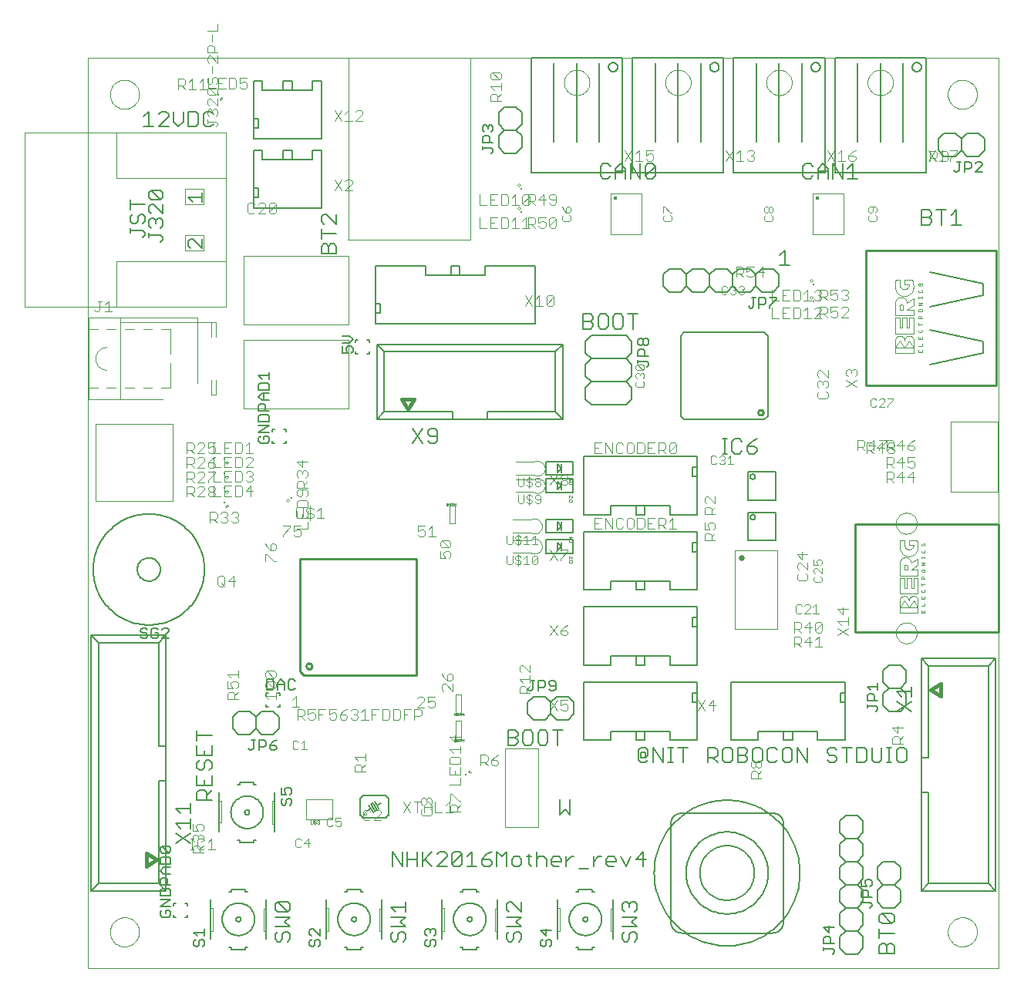
<source format=gto>
G75*
G70*
%OFA0B0*%
%FSLAX24Y24*%
%IPPOS*%
%LPD*%
%AMOC8*
5,1,8,0,0,1.08239X$1,22.5*
%
%ADD10C,0.0000*%
%ADD11C,0.0060*%
%ADD12C,0.0040*%
%ADD13C,0.0098*%
%ADD14C,0.0030*%
%ADD15C,0.0080*%
%ADD16C,0.0160*%
%ADD17C,0.0050*%
%ADD18C,0.0010*%
%ADD19C,0.0176*%
%ADD20C,0.0020*%
%ADD21C,0.0250*%
%ADD22C,0.0039*%
%ADD23C,0.0025*%
%ADD24C,0.0098*%
%ADD25C,0.0100*%
%ADD26C,0.0024*%
D10*
X002853Y000150D02*
X002853Y039520D01*
X042223Y039520D01*
X042223Y000150D01*
X002853Y000150D01*
X003798Y001725D02*
X003800Y001775D01*
X003806Y001825D01*
X003816Y001874D01*
X003830Y001922D01*
X003847Y001969D01*
X003868Y002014D01*
X003893Y002058D01*
X003921Y002099D01*
X003953Y002138D01*
X003987Y002175D01*
X004024Y002209D01*
X004064Y002239D01*
X004106Y002266D01*
X004150Y002290D01*
X004196Y002311D01*
X004243Y002327D01*
X004291Y002340D01*
X004341Y002349D01*
X004390Y002354D01*
X004441Y002355D01*
X004491Y002352D01*
X004540Y002345D01*
X004589Y002334D01*
X004637Y002319D01*
X004683Y002301D01*
X004728Y002279D01*
X004771Y002253D01*
X004812Y002224D01*
X004851Y002192D01*
X004887Y002157D01*
X004919Y002119D01*
X004949Y002079D01*
X004976Y002036D01*
X004999Y001992D01*
X005018Y001946D01*
X005034Y001898D01*
X005046Y001849D01*
X005054Y001800D01*
X005058Y001750D01*
X005058Y001700D01*
X005054Y001650D01*
X005046Y001601D01*
X005034Y001552D01*
X005018Y001504D01*
X004999Y001458D01*
X004976Y001414D01*
X004949Y001371D01*
X004919Y001331D01*
X004887Y001293D01*
X004851Y001258D01*
X004812Y001226D01*
X004771Y001197D01*
X004728Y001171D01*
X004683Y001149D01*
X004637Y001131D01*
X004589Y001116D01*
X004540Y001105D01*
X004491Y001098D01*
X004441Y001095D01*
X004390Y001096D01*
X004341Y001101D01*
X004291Y001110D01*
X004243Y001123D01*
X004196Y001139D01*
X004150Y001160D01*
X004106Y001184D01*
X004064Y001211D01*
X004024Y001241D01*
X003987Y001275D01*
X003953Y001312D01*
X003921Y001351D01*
X003893Y001392D01*
X003868Y001436D01*
X003847Y001481D01*
X003830Y001528D01*
X003816Y001576D01*
X003806Y001625D01*
X003800Y001675D01*
X003798Y001725D01*
X012282Y006592D02*
X012282Y007458D01*
X013424Y007458D01*
X013424Y006592D01*
X012282Y006592D01*
X018735Y010069D02*
X018971Y010069D01*
X018971Y010856D01*
X018735Y010856D01*
X018735Y010069D01*
X018735Y011194D02*
X018971Y011194D01*
X018971Y011981D01*
X018735Y011981D01*
X018735Y011194D01*
X020894Y009655D02*
X020894Y006270D01*
X022312Y006270D01*
X022312Y009655D01*
X020894Y009655D01*
X030798Y014825D02*
X030798Y018225D01*
X032658Y018225D01*
X032658Y014825D01*
X030798Y014825D01*
X037775Y014655D02*
X037777Y014697D01*
X037783Y014739D01*
X037793Y014781D01*
X037806Y014821D01*
X037824Y014860D01*
X037845Y014897D01*
X037869Y014931D01*
X037897Y014964D01*
X037927Y014994D01*
X037960Y015020D01*
X037995Y015044D01*
X038033Y015064D01*
X038072Y015080D01*
X038112Y015093D01*
X038154Y015102D01*
X038196Y015107D01*
X038239Y015108D01*
X038281Y015105D01*
X038323Y015098D01*
X038364Y015087D01*
X038404Y015072D01*
X038442Y015054D01*
X038479Y015032D01*
X038513Y015007D01*
X038545Y014979D01*
X038573Y014948D01*
X038599Y014914D01*
X038622Y014878D01*
X038641Y014841D01*
X038657Y014801D01*
X038669Y014760D01*
X038677Y014719D01*
X038681Y014676D01*
X038681Y014634D01*
X038677Y014591D01*
X038669Y014550D01*
X038657Y014509D01*
X038641Y014469D01*
X038622Y014432D01*
X038599Y014396D01*
X038573Y014362D01*
X038545Y014331D01*
X038513Y014303D01*
X038479Y014278D01*
X038442Y014256D01*
X038404Y014238D01*
X038364Y014223D01*
X038323Y014212D01*
X038281Y014205D01*
X038239Y014202D01*
X038196Y014203D01*
X038154Y014208D01*
X038112Y014217D01*
X038072Y014230D01*
X038033Y014246D01*
X037995Y014266D01*
X037960Y014290D01*
X037927Y014316D01*
X037897Y014346D01*
X037869Y014379D01*
X037845Y014413D01*
X037824Y014450D01*
X037806Y014489D01*
X037793Y014529D01*
X037783Y014571D01*
X037777Y014613D01*
X037775Y014655D01*
X037775Y019395D02*
X037777Y019437D01*
X037783Y019479D01*
X037793Y019521D01*
X037806Y019561D01*
X037824Y019600D01*
X037845Y019637D01*
X037869Y019671D01*
X037897Y019704D01*
X037927Y019734D01*
X037960Y019760D01*
X037995Y019784D01*
X038033Y019804D01*
X038072Y019820D01*
X038112Y019833D01*
X038154Y019842D01*
X038196Y019847D01*
X038239Y019848D01*
X038281Y019845D01*
X038323Y019838D01*
X038364Y019827D01*
X038404Y019812D01*
X038442Y019794D01*
X038479Y019772D01*
X038513Y019747D01*
X038545Y019719D01*
X038573Y019688D01*
X038599Y019654D01*
X038622Y019618D01*
X038641Y019581D01*
X038657Y019541D01*
X038669Y019500D01*
X038677Y019459D01*
X038681Y019416D01*
X038681Y019374D01*
X038677Y019331D01*
X038669Y019290D01*
X038657Y019249D01*
X038641Y019209D01*
X038622Y019172D01*
X038599Y019136D01*
X038573Y019102D01*
X038545Y019071D01*
X038513Y019043D01*
X038479Y019018D01*
X038442Y018996D01*
X038404Y018978D01*
X038364Y018963D01*
X038323Y018952D01*
X038281Y018945D01*
X038239Y018942D01*
X038196Y018943D01*
X038154Y018948D01*
X038112Y018957D01*
X038072Y018970D01*
X038033Y018986D01*
X037995Y019006D01*
X037960Y019030D01*
X037927Y019056D01*
X037897Y019086D01*
X037869Y019119D01*
X037845Y019153D01*
X037824Y019190D01*
X037806Y019229D01*
X037793Y019269D01*
X037783Y019311D01*
X037777Y019353D01*
X037775Y019395D01*
X040133Y020757D02*
X042165Y020759D01*
X042165Y023791D01*
X040133Y023789D01*
X040133Y020757D01*
X035522Y031895D02*
X034184Y031895D01*
X034184Y033667D01*
X035522Y033667D01*
X035522Y031895D01*
X040018Y037945D02*
X040020Y037995D01*
X040026Y038045D01*
X040036Y038094D01*
X040050Y038142D01*
X040067Y038189D01*
X040088Y038234D01*
X040113Y038278D01*
X040141Y038319D01*
X040173Y038358D01*
X040207Y038395D01*
X040244Y038429D01*
X040284Y038459D01*
X040326Y038486D01*
X040370Y038510D01*
X040416Y038531D01*
X040463Y038547D01*
X040511Y038560D01*
X040561Y038569D01*
X040610Y038574D01*
X040661Y038575D01*
X040711Y038572D01*
X040760Y038565D01*
X040809Y038554D01*
X040857Y038539D01*
X040903Y038521D01*
X040948Y038499D01*
X040991Y038473D01*
X041032Y038444D01*
X041071Y038412D01*
X041107Y038377D01*
X041139Y038339D01*
X041169Y038299D01*
X041196Y038256D01*
X041219Y038212D01*
X041238Y038166D01*
X041254Y038118D01*
X041266Y038069D01*
X041274Y038020D01*
X041278Y037970D01*
X041278Y037920D01*
X041274Y037870D01*
X041266Y037821D01*
X041254Y037772D01*
X041238Y037724D01*
X041219Y037678D01*
X041196Y037634D01*
X041169Y037591D01*
X041139Y037551D01*
X041107Y037513D01*
X041071Y037478D01*
X041032Y037446D01*
X040991Y037417D01*
X040948Y037391D01*
X040903Y037369D01*
X040857Y037351D01*
X040809Y037336D01*
X040760Y037325D01*
X040711Y037318D01*
X040661Y037315D01*
X040610Y037316D01*
X040561Y037321D01*
X040511Y037330D01*
X040463Y037343D01*
X040416Y037359D01*
X040370Y037380D01*
X040326Y037404D01*
X040284Y037431D01*
X040244Y037461D01*
X040207Y037495D01*
X040173Y037532D01*
X040141Y037571D01*
X040113Y037612D01*
X040088Y037656D01*
X040067Y037701D01*
X040050Y037748D01*
X040036Y037796D01*
X040026Y037845D01*
X040020Y037895D01*
X040018Y037945D01*
X036552Y038459D02*
X036554Y038506D01*
X036560Y038552D01*
X036570Y038598D01*
X036583Y038643D01*
X036601Y038686D01*
X036622Y038728D01*
X036646Y038768D01*
X036674Y038805D01*
X036705Y038840D01*
X036739Y038873D01*
X036775Y038902D01*
X036814Y038928D01*
X036855Y038951D01*
X036898Y038970D01*
X036942Y038986D01*
X036987Y038998D01*
X037033Y039006D01*
X037080Y039010D01*
X037126Y039010D01*
X037173Y039006D01*
X037219Y038998D01*
X037264Y038986D01*
X037308Y038970D01*
X037351Y038951D01*
X037392Y038928D01*
X037431Y038902D01*
X037467Y038873D01*
X037501Y038840D01*
X037532Y038805D01*
X037560Y038768D01*
X037584Y038728D01*
X037605Y038686D01*
X037623Y038643D01*
X037636Y038598D01*
X037646Y038552D01*
X037652Y038506D01*
X037654Y038459D01*
X037652Y038412D01*
X037646Y038366D01*
X037636Y038320D01*
X037623Y038275D01*
X037605Y038232D01*
X037584Y038190D01*
X037560Y038150D01*
X037532Y038113D01*
X037501Y038078D01*
X037467Y038045D01*
X037431Y038016D01*
X037392Y037990D01*
X037351Y037967D01*
X037308Y037948D01*
X037264Y037932D01*
X037219Y037920D01*
X037173Y037912D01*
X037126Y037908D01*
X037080Y037908D01*
X037033Y037912D01*
X036987Y037920D01*
X036942Y037932D01*
X036898Y037948D01*
X036855Y037967D01*
X036814Y037990D01*
X036775Y038016D01*
X036739Y038045D01*
X036705Y038078D01*
X036674Y038113D01*
X036646Y038150D01*
X036622Y038190D01*
X036601Y038232D01*
X036583Y038275D01*
X036570Y038320D01*
X036560Y038366D01*
X036554Y038412D01*
X036552Y038459D01*
X032177Y038459D02*
X032179Y038506D01*
X032185Y038552D01*
X032195Y038598D01*
X032208Y038643D01*
X032226Y038686D01*
X032247Y038728D01*
X032271Y038768D01*
X032299Y038805D01*
X032330Y038840D01*
X032364Y038873D01*
X032400Y038902D01*
X032439Y038928D01*
X032480Y038951D01*
X032523Y038970D01*
X032567Y038986D01*
X032612Y038998D01*
X032658Y039006D01*
X032705Y039010D01*
X032751Y039010D01*
X032798Y039006D01*
X032844Y038998D01*
X032889Y038986D01*
X032933Y038970D01*
X032976Y038951D01*
X033017Y038928D01*
X033056Y038902D01*
X033092Y038873D01*
X033126Y038840D01*
X033157Y038805D01*
X033185Y038768D01*
X033209Y038728D01*
X033230Y038686D01*
X033248Y038643D01*
X033261Y038598D01*
X033271Y038552D01*
X033277Y038506D01*
X033279Y038459D01*
X033277Y038412D01*
X033271Y038366D01*
X033261Y038320D01*
X033248Y038275D01*
X033230Y038232D01*
X033209Y038190D01*
X033185Y038150D01*
X033157Y038113D01*
X033126Y038078D01*
X033092Y038045D01*
X033056Y038016D01*
X033017Y037990D01*
X032976Y037967D01*
X032933Y037948D01*
X032889Y037932D01*
X032844Y037920D01*
X032798Y037912D01*
X032751Y037908D01*
X032705Y037908D01*
X032658Y037912D01*
X032612Y037920D01*
X032567Y037932D01*
X032523Y037948D01*
X032480Y037967D01*
X032439Y037990D01*
X032400Y038016D01*
X032364Y038045D01*
X032330Y038078D01*
X032299Y038113D01*
X032271Y038150D01*
X032247Y038190D01*
X032226Y038232D01*
X032208Y038275D01*
X032195Y038320D01*
X032185Y038366D01*
X032179Y038412D01*
X032177Y038459D01*
X027802Y038459D02*
X027804Y038506D01*
X027810Y038552D01*
X027820Y038598D01*
X027833Y038643D01*
X027851Y038686D01*
X027872Y038728D01*
X027896Y038768D01*
X027924Y038805D01*
X027955Y038840D01*
X027989Y038873D01*
X028025Y038902D01*
X028064Y038928D01*
X028105Y038951D01*
X028148Y038970D01*
X028192Y038986D01*
X028237Y038998D01*
X028283Y039006D01*
X028330Y039010D01*
X028376Y039010D01*
X028423Y039006D01*
X028469Y038998D01*
X028514Y038986D01*
X028558Y038970D01*
X028601Y038951D01*
X028642Y038928D01*
X028681Y038902D01*
X028717Y038873D01*
X028751Y038840D01*
X028782Y038805D01*
X028810Y038768D01*
X028834Y038728D01*
X028855Y038686D01*
X028873Y038643D01*
X028886Y038598D01*
X028896Y038552D01*
X028902Y038506D01*
X028904Y038459D01*
X028902Y038412D01*
X028896Y038366D01*
X028886Y038320D01*
X028873Y038275D01*
X028855Y038232D01*
X028834Y038190D01*
X028810Y038150D01*
X028782Y038113D01*
X028751Y038078D01*
X028717Y038045D01*
X028681Y038016D01*
X028642Y037990D01*
X028601Y037967D01*
X028558Y037948D01*
X028514Y037932D01*
X028469Y037920D01*
X028423Y037912D01*
X028376Y037908D01*
X028330Y037908D01*
X028283Y037912D01*
X028237Y037920D01*
X028192Y037932D01*
X028148Y037948D01*
X028105Y037967D01*
X028064Y037990D01*
X028025Y038016D01*
X027989Y038045D01*
X027955Y038078D01*
X027924Y038113D01*
X027896Y038150D01*
X027872Y038190D01*
X027851Y038232D01*
X027833Y038275D01*
X027820Y038320D01*
X027810Y038366D01*
X027804Y038412D01*
X027802Y038459D01*
X023427Y038459D02*
X023429Y038506D01*
X023435Y038552D01*
X023445Y038598D01*
X023458Y038643D01*
X023476Y038686D01*
X023497Y038728D01*
X023521Y038768D01*
X023549Y038805D01*
X023580Y038840D01*
X023614Y038873D01*
X023650Y038902D01*
X023689Y038928D01*
X023730Y038951D01*
X023773Y038970D01*
X023817Y038986D01*
X023862Y038998D01*
X023908Y039006D01*
X023955Y039010D01*
X024001Y039010D01*
X024048Y039006D01*
X024094Y038998D01*
X024139Y038986D01*
X024183Y038970D01*
X024226Y038951D01*
X024267Y038928D01*
X024306Y038902D01*
X024342Y038873D01*
X024376Y038840D01*
X024407Y038805D01*
X024435Y038768D01*
X024459Y038728D01*
X024480Y038686D01*
X024498Y038643D01*
X024511Y038598D01*
X024521Y038552D01*
X024527Y038506D01*
X024529Y038459D01*
X024527Y038412D01*
X024521Y038366D01*
X024511Y038320D01*
X024498Y038275D01*
X024480Y038232D01*
X024459Y038190D01*
X024435Y038150D01*
X024407Y038113D01*
X024376Y038078D01*
X024342Y038045D01*
X024306Y038016D01*
X024267Y037990D01*
X024226Y037967D01*
X024183Y037948D01*
X024139Y037932D01*
X024094Y037920D01*
X024048Y037912D01*
X024001Y037908D01*
X023955Y037908D01*
X023908Y037912D01*
X023862Y037920D01*
X023817Y037932D01*
X023773Y037948D01*
X023730Y037967D01*
X023689Y037990D01*
X023650Y038016D01*
X023614Y038045D01*
X023580Y038078D01*
X023549Y038113D01*
X023521Y038150D01*
X023497Y038190D01*
X023476Y038232D01*
X023458Y038275D01*
X023445Y038320D01*
X023435Y038366D01*
X023429Y038412D01*
X023427Y038459D01*
X019379Y039524D02*
X014103Y039524D01*
X014103Y031650D01*
X014064Y031650D01*
X014103Y031650D02*
X019379Y031650D01*
X019379Y039524D01*
X025434Y033667D02*
X026772Y033667D01*
X026772Y031895D01*
X025434Y031895D01*
X025434Y033667D01*
X014113Y030960D02*
X014113Y027988D01*
X009593Y027988D01*
X009593Y030960D01*
X014113Y030960D01*
X014113Y027335D02*
X014113Y024363D01*
X009593Y024363D01*
X009593Y027335D01*
X014113Y027335D01*
X008801Y028769D02*
X004076Y028769D01*
X004076Y030738D01*
X008801Y030738D01*
X008801Y034312D01*
X004076Y034312D01*
X004076Y036281D01*
X000100Y036281D01*
X000100Y028769D01*
X004076Y028769D01*
X007061Y031186D02*
X007848Y031186D01*
X007848Y031856D01*
X007061Y031856D01*
X007061Y031186D01*
X008801Y030738D02*
X008801Y028769D01*
X007848Y033194D02*
X007061Y033194D01*
X007061Y033864D01*
X007848Y033864D01*
X007848Y033194D01*
X008801Y034312D02*
X008801Y036281D01*
X004076Y036281D01*
X003798Y037945D02*
X003800Y037995D01*
X003806Y038045D01*
X003816Y038094D01*
X003830Y038142D01*
X003847Y038189D01*
X003868Y038234D01*
X003893Y038278D01*
X003921Y038319D01*
X003953Y038358D01*
X003987Y038395D01*
X004024Y038429D01*
X004064Y038459D01*
X004106Y038486D01*
X004150Y038510D01*
X004196Y038531D01*
X004243Y038547D01*
X004291Y038560D01*
X004341Y038569D01*
X004390Y038574D01*
X004441Y038575D01*
X004491Y038572D01*
X004540Y038565D01*
X004589Y038554D01*
X004637Y038539D01*
X004683Y038521D01*
X004728Y038499D01*
X004771Y038473D01*
X004812Y038444D01*
X004851Y038412D01*
X004887Y038377D01*
X004919Y038339D01*
X004949Y038299D01*
X004976Y038256D01*
X004999Y038212D01*
X005018Y038166D01*
X005034Y038118D01*
X005046Y038069D01*
X005054Y038020D01*
X005058Y037970D01*
X005058Y037920D01*
X005054Y037870D01*
X005046Y037821D01*
X005034Y037772D01*
X005018Y037724D01*
X004999Y037678D01*
X004976Y037634D01*
X004949Y037591D01*
X004919Y037551D01*
X004887Y037513D01*
X004851Y037478D01*
X004812Y037446D01*
X004771Y037417D01*
X004728Y037391D01*
X004683Y037369D01*
X004637Y037351D01*
X004589Y037336D01*
X004540Y037325D01*
X004491Y037318D01*
X004441Y037315D01*
X004390Y037316D01*
X004341Y037321D01*
X004291Y037330D01*
X004243Y037343D01*
X004196Y037359D01*
X004150Y037380D01*
X004106Y037404D01*
X004064Y037431D01*
X004024Y037461D01*
X003987Y037495D01*
X003953Y037532D01*
X003921Y037571D01*
X003893Y037612D01*
X003868Y037656D01*
X003847Y037701D01*
X003830Y037748D01*
X003816Y037796D01*
X003806Y037845D01*
X003800Y037895D01*
X003798Y037945D01*
X003180Y023698D02*
X006526Y023698D01*
X006526Y020352D01*
X003180Y020352D01*
X003180Y023698D01*
X018485Y020169D02*
X018485Y019381D01*
X018721Y019381D01*
X018721Y020169D01*
X018485Y020169D01*
X040018Y001725D02*
X040020Y001775D01*
X040026Y001825D01*
X040036Y001874D01*
X040050Y001922D01*
X040067Y001969D01*
X040088Y002014D01*
X040113Y002058D01*
X040141Y002099D01*
X040173Y002138D01*
X040207Y002175D01*
X040244Y002209D01*
X040284Y002239D01*
X040326Y002266D01*
X040370Y002290D01*
X040416Y002311D01*
X040463Y002327D01*
X040511Y002340D01*
X040561Y002349D01*
X040610Y002354D01*
X040661Y002355D01*
X040711Y002352D01*
X040760Y002345D01*
X040809Y002334D01*
X040857Y002319D01*
X040903Y002301D01*
X040948Y002279D01*
X040991Y002253D01*
X041032Y002224D01*
X041071Y002192D01*
X041107Y002157D01*
X041139Y002119D01*
X041169Y002079D01*
X041196Y002036D01*
X041219Y001992D01*
X041238Y001946D01*
X041254Y001898D01*
X041266Y001849D01*
X041274Y001800D01*
X041278Y001750D01*
X041278Y001700D01*
X041274Y001650D01*
X041266Y001601D01*
X041254Y001552D01*
X041238Y001504D01*
X041219Y001458D01*
X041196Y001414D01*
X041169Y001371D01*
X041139Y001331D01*
X041107Y001293D01*
X041071Y001258D01*
X041032Y001226D01*
X040991Y001197D01*
X040948Y001171D01*
X040903Y001149D01*
X040857Y001131D01*
X040809Y001116D01*
X040760Y001105D01*
X040711Y001098D01*
X040661Y001095D01*
X040610Y001096D01*
X040561Y001101D01*
X040511Y001110D01*
X040463Y001123D01*
X040416Y001139D01*
X040370Y001160D01*
X040326Y001184D01*
X040284Y001211D01*
X040244Y001241D01*
X040207Y001275D01*
X040173Y001312D01*
X040141Y001351D01*
X040113Y001392D01*
X040088Y001436D01*
X040067Y001481D01*
X040050Y001528D01*
X040036Y001576D01*
X040026Y001625D01*
X040020Y001675D01*
X040018Y001725D01*
D11*
X037698Y001663D02*
X037057Y001663D01*
X037057Y001450D02*
X037057Y001877D01*
X037164Y002094D02*
X037057Y002201D01*
X037057Y002414D01*
X037164Y002521D01*
X037591Y002094D01*
X037698Y002201D01*
X037698Y002414D01*
X037591Y002521D01*
X037164Y002521D01*
X037228Y002775D02*
X036978Y003025D01*
X036978Y003525D01*
X037228Y003775D01*
X036978Y004025D01*
X036978Y004525D01*
X037228Y004775D01*
X037728Y004775D01*
X037978Y004525D01*
X037978Y004025D01*
X037728Y003775D01*
X037978Y003525D01*
X037978Y003025D01*
X037728Y002775D01*
X037228Y002775D01*
X037164Y002094D02*
X037591Y002094D01*
X037591Y001232D02*
X037698Y001125D01*
X037698Y000805D01*
X037057Y000805D01*
X037057Y001125D01*
X037164Y001232D01*
X037271Y001232D01*
X037378Y001125D01*
X037378Y000805D01*
X037378Y001125D02*
X037484Y001232D01*
X037591Y001232D01*
X036353Y001025D02*
X036103Y000775D01*
X035603Y000775D01*
X035353Y001025D01*
X035353Y001525D01*
X035603Y001775D01*
X035353Y002025D01*
X035353Y002525D01*
X035603Y002775D01*
X036103Y002775D01*
X036353Y002525D01*
X036353Y002025D01*
X036103Y001775D01*
X036353Y001525D01*
X036353Y001025D01*
X036103Y001775D02*
X035603Y001775D01*
X035603Y002775D02*
X035353Y003025D01*
X035353Y003525D01*
X035603Y003775D01*
X035353Y004025D01*
X035353Y004525D01*
X035603Y004775D01*
X035353Y005025D01*
X035353Y005525D01*
X035603Y005775D01*
X035353Y006025D01*
X035353Y006525D01*
X035603Y006775D01*
X036103Y006775D01*
X036353Y006525D01*
X036353Y006025D01*
X036103Y005775D01*
X036353Y005525D01*
X036353Y005025D01*
X036103Y004775D01*
X036353Y004525D01*
X036353Y004025D01*
X036103Y003775D01*
X036353Y003525D01*
X036353Y003025D01*
X036103Y002775D01*
X036103Y003775D02*
X035603Y003775D01*
X035603Y004775D02*
X036103Y004775D01*
X037228Y003775D02*
X037728Y003775D01*
X036103Y005775D02*
X035603Y005775D01*
X035655Y009055D02*
X035655Y009696D01*
X035442Y009696D02*
X035869Y009696D01*
X036086Y009696D02*
X036086Y009055D01*
X036407Y009055D01*
X036513Y009162D01*
X036513Y009589D01*
X036407Y009696D01*
X036086Y009696D01*
X036731Y009696D02*
X036731Y009162D01*
X036838Y009055D01*
X037051Y009055D01*
X037158Y009162D01*
X037158Y009696D01*
X037375Y009696D02*
X037589Y009696D01*
X037482Y009696D02*
X037482Y009055D01*
X037375Y009055D02*
X037589Y009055D01*
X037805Y009162D02*
X037805Y009589D01*
X037912Y009696D01*
X038125Y009696D01*
X038232Y009589D01*
X038232Y009162D01*
X038125Y009055D01*
X037912Y009055D01*
X037805Y009162D01*
X037799Y011258D02*
X038439Y011685D01*
X038439Y011903D02*
X038439Y012330D01*
X038439Y012116D02*
X037799Y012116D01*
X038012Y011903D01*
X038228Y012025D02*
X037978Y012275D01*
X038228Y012525D01*
X038228Y013025D01*
X037978Y013275D01*
X037478Y013275D01*
X037228Y013025D01*
X037228Y012525D01*
X037478Y012275D01*
X037978Y012275D01*
X038228Y012025D02*
X038228Y011525D01*
X037978Y011275D01*
X037478Y011275D01*
X037228Y011525D01*
X037228Y012025D01*
X037478Y012275D01*
X037799Y011685D02*
X038439Y011258D01*
X035224Y009589D02*
X035118Y009696D01*
X034904Y009696D01*
X034797Y009589D01*
X034797Y009482D01*
X034904Y009375D01*
X035118Y009375D01*
X035224Y009269D01*
X035224Y009162D01*
X035118Y009055D01*
X034904Y009055D01*
X034797Y009162D01*
X033935Y009055D02*
X033935Y009696D01*
X033508Y009696D02*
X033508Y009055D01*
X033291Y009162D02*
X033291Y009589D01*
X033184Y009696D01*
X032970Y009696D01*
X032864Y009589D01*
X032864Y009162D01*
X032970Y009055D01*
X033184Y009055D01*
X033291Y009162D01*
X033508Y009696D02*
X033935Y009055D01*
X032646Y009162D02*
X032539Y009055D01*
X032326Y009055D01*
X032219Y009162D01*
X032219Y009589D01*
X032326Y009696D01*
X032539Y009696D01*
X032646Y009589D01*
X032002Y009589D02*
X032002Y009162D01*
X031895Y009055D01*
X031681Y009055D01*
X031575Y009162D01*
X031575Y009589D01*
X031681Y009696D01*
X031895Y009696D01*
X032002Y009589D01*
X031357Y009589D02*
X031357Y009482D01*
X031250Y009375D01*
X030930Y009375D01*
X030712Y009162D02*
X030712Y009589D01*
X030606Y009696D01*
X030392Y009696D01*
X030285Y009589D01*
X030285Y009162D01*
X030392Y009055D01*
X030606Y009055D01*
X030712Y009162D01*
X030930Y009055D02*
X030930Y009696D01*
X031250Y009696D01*
X031357Y009589D01*
X031250Y009375D02*
X031357Y009269D01*
X031357Y009162D01*
X031250Y009055D01*
X030930Y009055D01*
X030068Y009055D02*
X029854Y009269D01*
X029961Y009269D02*
X029641Y009269D01*
X029641Y009055D02*
X029641Y009696D01*
X029961Y009696D01*
X030068Y009589D01*
X030068Y009375D01*
X029961Y009269D01*
X028779Y009696D02*
X028352Y009696D01*
X028565Y009696D02*
X028565Y009055D01*
X028136Y009055D02*
X027922Y009055D01*
X028029Y009055D02*
X028029Y009696D01*
X027922Y009696D02*
X028136Y009696D01*
X027705Y009696D02*
X027705Y009055D01*
X027278Y009696D01*
X027278Y009055D01*
X027060Y009162D02*
X026953Y009055D01*
X026740Y009055D01*
X026633Y009162D01*
X026633Y009589D01*
X026740Y009696D01*
X026953Y009696D01*
X027060Y009589D01*
X027060Y009375D01*
X026953Y009269D01*
X026953Y009482D01*
X026740Y009482D01*
X026740Y009269D01*
X026953Y009269D01*
X023853Y011150D02*
X023603Y010900D01*
X023103Y010900D01*
X022853Y011150D01*
X022603Y010900D01*
X022103Y010900D01*
X021853Y011150D01*
X021853Y011650D01*
X022103Y011900D01*
X022603Y011900D01*
X022853Y011650D01*
X023103Y011900D01*
X023603Y011900D01*
X023853Y011650D01*
X023853Y011150D01*
X023369Y010446D02*
X022942Y010446D01*
X023155Y010446D02*
X023155Y009805D01*
X022724Y009912D02*
X022724Y010339D01*
X022617Y010446D01*
X022404Y010446D01*
X022297Y010339D01*
X022297Y009912D01*
X022404Y009805D01*
X022617Y009805D01*
X022724Y009912D01*
X022080Y009912D02*
X022080Y010339D01*
X021973Y010446D01*
X021759Y010446D01*
X021653Y010339D01*
X021653Y009912D01*
X021759Y009805D01*
X021973Y009805D01*
X022080Y009912D01*
X021435Y009912D02*
X021328Y009805D01*
X021008Y009805D01*
X021008Y010446D01*
X021328Y010446D01*
X021435Y010339D01*
X021435Y010232D01*
X021328Y010125D01*
X021008Y010125D01*
X021328Y010125D02*
X021435Y010019D01*
X021435Y009912D01*
X022853Y011150D02*
X022853Y011650D01*
X023258Y007446D02*
X023258Y006805D01*
X023471Y007019D01*
X023685Y006805D01*
X023685Y007446D01*
X023741Y004982D02*
X023848Y004982D01*
X023741Y004982D02*
X023528Y004769D01*
X023528Y004982D02*
X023528Y004555D01*
X023310Y004769D02*
X022883Y004769D01*
X022883Y004875D02*
X022990Y004982D01*
X023203Y004982D01*
X023310Y004875D01*
X023310Y004769D01*
X023203Y004555D02*
X022990Y004555D01*
X022883Y004662D01*
X022883Y004875D01*
X022666Y004875D02*
X022666Y004555D01*
X022666Y004875D02*
X022559Y004982D01*
X022345Y004982D01*
X022239Y004875D01*
X022022Y004982D02*
X021809Y004982D01*
X021916Y005089D02*
X021916Y004662D01*
X022022Y004555D01*
X022239Y004555D02*
X022239Y005196D01*
X021591Y004875D02*
X021485Y004982D01*
X021271Y004982D01*
X021164Y004875D01*
X021164Y004662D01*
X021271Y004555D01*
X021485Y004555D01*
X021591Y004662D01*
X021591Y004875D01*
X020947Y005196D02*
X020947Y004555D01*
X020520Y004555D02*
X020520Y005196D01*
X020733Y004982D01*
X020947Y005196D01*
X020302Y005196D02*
X020089Y005089D01*
X019875Y004875D01*
X020196Y004875D01*
X020302Y004769D01*
X020302Y004662D01*
X020196Y004555D01*
X019982Y004555D01*
X019875Y004662D01*
X019875Y004875D01*
X019658Y004555D02*
X019231Y004555D01*
X019444Y004555D02*
X019444Y005196D01*
X019231Y004982D01*
X019013Y005089D02*
X019013Y004662D01*
X018906Y004555D01*
X018693Y004555D01*
X018586Y004662D01*
X019013Y005089D01*
X018906Y005196D01*
X018693Y005196D01*
X018586Y005089D01*
X018586Y004662D01*
X018369Y004555D02*
X017942Y004555D01*
X018369Y004982D01*
X018369Y005089D01*
X018262Y005196D01*
X018048Y005196D01*
X017942Y005089D01*
X017724Y005196D02*
X017297Y004769D01*
X017404Y004875D02*
X017724Y004555D01*
X017297Y004555D02*
X017297Y005196D01*
X017080Y005196D02*
X017080Y004555D01*
X017080Y004875D02*
X016653Y004875D01*
X016653Y004555D02*
X016653Y005196D01*
X016435Y005196D02*
X016435Y004555D01*
X016008Y005196D01*
X016008Y004555D01*
X014753Y003475D02*
X014653Y003475D01*
X014653Y003575D01*
X014053Y003575D01*
X014053Y003475D01*
X013953Y003475D01*
X013153Y003125D02*
X013153Y002775D01*
X013153Y001775D01*
X013153Y001425D01*
X013953Y001075D02*
X014053Y001075D01*
X014053Y000975D01*
X014653Y000975D01*
X014653Y001075D01*
X014753Y001075D01*
X015553Y001425D02*
X015553Y001775D01*
X015553Y002725D01*
X015553Y003125D01*
X015932Y002808D02*
X016573Y002808D01*
X016573Y003021D02*
X016573Y002594D01*
X016573Y002377D02*
X016359Y002163D01*
X016573Y001950D01*
X015932Y001950D01*
X016039Y001732D02*
X015932Y001625D01*
X015932Y001412D01*
X016039Y001305D01*
X016146Y001305D01*
X016253Y001412D01*
X016253Y001625D01*
X016359Y001732D01*
X016466Y001732D01*
X016573Y001625D01*
X016573Y001412D01*
X016466Y001305D01*
X016573Y002377D02*
X015932Y002377D01*
X016146Y002594D02*
X015932Y002808D01*
X014253Y002275D02*
X014255Y002295D01*
X014261Y002313D01*
X014270Y002331D01*
X014282Y002346D01*
X014297Y002358D01*
X014315Y002367D01*
X014333Y002373D01*
X014353Y002375D01*
X014373Y002373D01*
X014391Y002367D01*
X014409Y002358D01*
X014424Y002346D01*
X014436Y002331D01*
X014445Y002313D01*
X014451Y002295D01*
X014453Y002275D01*
X014451Y002255D01*
X014445Y002237D01*
X014436Y002219D01*
X014424Y002204D01*
X014409Y002192D01*
X014391Y002183D01*
X014373Y002177D01*
X014353Y002175D01*
X014333Y002177D01*
X014315Y002183D01*
X014297Y002192D01*
X014282Y002204D01*
X014270Y002219D01*
X014261Y002237D01*
X014255Y002255D01*
X014253Y002275D01*
X013653Y002275D02*
X013655Y002327D01*
X013661Y002379D01*
X013671Y002431D01*
X013684Y002481D01*
X013701Y002531D01*
X013722Y002579D01*
X013747Y002625D01*
X013775Y002669D01*
X013806Y002711D01*
X013840Y002751D01*
X013877Y002788D01*
X013917Y002822D01*
X013959Y002853D01*
X014003Y002881D01*
X014049Y002906D01*
X014097Y002927D01*
X014147Y002944D01*
X014197Y002957D01*
X014249Y002967D01*
X014301Y002973D01*
X014353Y002975D01*
X014405Y002973D01*
X014457Y002967D01*
X014509Y002957D01*
X014559Y002944D01*
X014609Y002927D01*
X014657Y002906D01*
X014703Y002881D01*
X014747Y002853D01*
X014789Y002822D01*
X014829Y002788D01*
X014866Y002751D01*
X014900Y002711D01*
X014931Y002669D01*
X014959Y002625D01*
X014984Y002579D01*
X015005Y002531D01*
X015022Y002481D01*
X015035Y002431D01*
X015045Y002379D01*
X015051Y002327D01*
X015053Y002275D01*
X015051Y002223D01*
X015045Y002171D01*
X015035Y002119D01*
X015022Y002069D01*
X015005Y002019D01*
X014984Y001971D01*
X014959Y001925D01*
X014931Y001881D01*
X014900Y001839D01*
X014866Y001799D01*
X014829Y001762D01*
X014789Y001728D01*
X014747Y001697D01*
X014703Y001669D01*
X014657Y001644D01*
X014609Y001623D01*
X014559Y001606D01*
X014509Y001593D01*
X014457Y001583D01*
X014405Y001577D01*
X014353Y001575D01*
X014301Y001577D01*
X014249Y001583D01*
X014197Y001593D01*
X014147Y001606D01*
X014097Y001623D01*
X014049Y001644D01*
X014003Y001669D01*
X013959Y001697D01*
X013917Y001728D01*
X013877Y001762D01*
X013840Y001799D01*
X013806Y001839D01*
X013775Y001881D01*
X013747Y001925D01*
X013722Y001971D01*
X013701Y002019D01*
X013684Y002069D01*
X013671Y002119D01*
X013661Y002171D01*
X013655Y002223D01*
X013653Y002275D01*
X011573Y002377D02*
X010932Y002377D01*
X011039Y002594D02*
X010932Y002701D01*
X010932Y002914D01*
X011039Y003021D01*
X011466Y002594D01*
X011573Y002701D01*
X011573Y002914D01*
X011466Y003021D01*
X011039Y003021D01*
X011039Y002594D02*
X011466Y002594D01*
X011573Y002377D02*
X011359Y002163D01*
X011573Y001950D01*
X010932Y001950D01*
X011039Y001732D02*
X010932Y001625D01*
X010932Y001412D01*
X011039Y001305D01*
X011146Y001305D01*
X011253Y001412D01*
X011253Y001625D01*
X011359Y001732D01*
X011466Y001732D01*
X011573Y001625D01*
X011573Y001412D01*
X011466Y001305D01*
X010553Y001425D02*
X010553Y001775D01*
X010553Y002725D01*
X010553Y003125D01*
X009753Y003475D02*
X009653Y003475D01*
X009653Y003575D01*
X009053Y003575D01*
X009053Y003475D01*
X008953Y003475D01*
X008153Y003125D02*
X008153Y002775D01*
X008153Y001775D01*
X008153Y001425D01*
X008953Y001075D02*
X009053Y001075D01*
X009053Y000975D01*
X009653Y000975D01*
X009653Y001075D01*
X009753Y001075D01*
X009253Y002275D02*
X009255Y002295D01*
X009261Y002313D01*
X009270Y002331D01*
X009282Y002346D01*
X009297Y002358D01*
X009315Y002367D01*
X009333Y002373D01*
X009353Y002375D01*
X009373Y002373D01*
X009391Y002367D01*
X009409Y002358D01*
X009424Y002346D01*
X009436Y002331D01*
X009445Y002313D01*
X009451Y002295D01*
X009453Y002275D01*
X009451Y002255D01*
X009445Y002237D01*
X009436Y002219D01*
X009424Y002204D01*
X009409Y002192D01*
X009391Y002183D01*
X009373Y002177D01*
X009353Y002175D01*
X009333Y002177D01*
X009315Y002183D01*
X009297Y002192D01*
X009282Y002204D01*
X009270Y002219D01*
X009261Y002237D01*
X009255Y002255D01*
X009253Y002275D01*
X008653Y002275D02*
X008655Y002327D01*
X008661Y002379D01*
X008671Y002431D01*
X008684Y002481D01*
X008701Y002531D01*
X008722Y002579D01*
X008747Y002625D01*
X008775Y002669D01*
X008806Y002711D01*
X008840Y002751D01*
X008877Y002788D01*
X008917Y002822D01*
X008959Y002853D01*
X009003Y002881D01*
X009049Y002906D01*
X009097Y002927D01*
X009147Y002944D01*
X009197Y002957D01*
X009249Y002967D01*
X009301Y002973D01*
X009353Y002975D01*
X009405Y002973D01*
X009457Y002967D01*
X009509Y002957D01*
X009559Y002944D01*
X009609Y002927D01*
X009657Y002906D01*
X009703Y002881D01*
X009747Y002853D01*
X009789Y002822D01*
X009829Y002788D01*
X009866Y002751D01*
X009900Y002711D01*
X009931Y002669D01*
X009959Y002625D01*
X009984Y002579D01*
X010005Y002531D01*
X010022Y002481D01*
X010035Y002431D01*
X010045Y002379D01*
X010051Y002327D01*
X010053Y002275D01*
X010051Y002223D01*
X010045Y002171D01*
X010035Y002119D01*
X010022Y002069D01*
X010005Y002019D01*
X009984Y001971D01*
X009959Y001925D01*
X009931Y001881D01*
X009900Y001839D01*
X009866Y001799D01*
X009829Y001762D01*
X009789Y001728D01*
X009747Y001697D01*
X009703Y001669D01*
X009657Y001644D01*
X009609Y001623D01*
X009559Y001606D01*
X009509Y001593D01*
X009457Y001583D01*
X009405Y001577D01*
X009353Y001575D01*
X009301Y001577D01*
X009249Y001583D01*
X009197Y001593D01*
X009147Y001606D01*
X009097Y001623D01*
X009049Y001644D01*
X009003Y001669D01*
X008959Y001697D01*
X008917Y001728D01*
X008877Y001762D01*
X008840Y001799D01*
X008806Y001839D01*
X008775Y001881D01*
X008747Y001925D01*
X008722Y001971D01*
X008701Y002019D01*
X008684Y002069D01*
X008671Y002119D01*
X008661Y002171D01*
X008655Y002223D01*
X008653Y002275D01*
X007153Y002350D02*
X007053Y002350D01*
X007153Y002350D02*
X007153Y002450D01*
X007153Y002850D02*
X007153Y002950D01*
X007053Y002950D01*
X006653Y002950D02*
X006553Y002950D01*
X006553Y002850D01*
X006553Y002450D02*
X006553Y002350D01*
X006653Y002350D01*
X006641Y005563D02*
X007282Y005990D01*
X007282Y006207D02*
X007282Y006634D01*
X007282Y006421D02*
X006641Y006421D01*
X006855Y006207D01*
X006641Y005990D02*
X007282Y005563D01*
X007282Y006852D02*
X007282Y007279D01*
X007282Y007065D02*
X006641Y007065D01*
X006855Y006852D01*
X007557Y007430D02*
X007557Y007750D01*
X007664Y007857D01*
X007878Y007857D01*
X007984Y007750D01*
X007984Y007430D01*
X007984Y007644D02*
X008198Y007857D01*
X008198Y008075D02*
X008198Y008502D01*
X008091Y008719D02*
X008198Y008826D01*
X008198Y009039D01*
X008091Y009146D01*
X007984Y009146D01*
X007878Y009039D01*
X007878Y008826D01*
X007771Y008719D01*
X007664Y008719D01*
X007557Y008826D01*
X007557Y009039D01*
X007664Y009146D01*
X007557Y009364D02*
X008198Y009364D01*
X008198Y009791D01*
X007878Y009577D02*
X007878Y009364D01*
X007557Y009364D02*
X007557Y009791D01*
X007557Y010008D02*
X007557Y010435D01*
X007557Y010222D02*
X008198Y010222D01*
X009103Y010525D02*
X009103Y011025D01*
X009353Y011275D01*
X009853Y011275D01*
X010103Y011025D01*
X010353Y011275D01*
X010853Y011275D01*
X011103Y011025D01*
X011103Y010525D01*
X010853Y010275D01*
X010353Y010275D01*
X010103Y010525D01*
X009853Y010275D01*
X009353Y010275D01*
X009103Y010525D01*
X010103Y010525D02*
X010103Y011025D01*
X010553Y011475D02*
X010553Y011575D01*
X010553Y011475D02*
X010653Y011475D01*
X011053Y011475D02*
X011153Y011475D01*
X011153Y011575D01*
X011153Y011975D02*
X011153Y012075D01*
X011053Y012075D01*
X010653Y012075D02*
X010553Y012075D01*
X010553Y011975D01*
X010028Y008200D02*
X009428Y008200D01*
X009428Y008100D01*
X009328Y008100D01*
X010028Y008100D02*
X010128Y008100D01*
X010028Y008100D02*
X010028Y008200D01*
X010928Y007750D02*
X010928Y007400D01*
X010928Y006400D01*
X010928Y006050D01*
X010128Y005700D02*
X010028Y005700D01*
X010028Y005600D01*
X009428Y005600D01*
X009428Y005700D01*
X009328Y005700D01*
X008528Y006050D02*
X008528Y006450D01*
X008528Y007400D01*
X008528Y007750D01*
X008198Y007430D02*
X007557Y007430D01*
X007557Y008075D02*
X008198Y008075D01*
X007878Y008075D02*
X007878Y008288D01*
X007557Y008502D02*
X007557Y008075D01*
X009628Y006900D02*
X009630Y006920D01*
X009636Y006938D01*
X009645Y006956D01*
X009657Y006971D01*
X009672Y006983D01*
X009690Y006992D01*
X009708Y006998D01*
X009728Y007000D01*
X009748Y006998D01*
X009766Y006992D01*
X009784Y006983D01*
X009799Y006971D01*
X009811Y006956D01*
X009820Y006938D01*
X009826Y006920D01*
X009828Y006900D01*
X009826Y006880D01*
X009820Y006862D01*
X009811Y006844D01*
X009799Y006829D01*
X009784Y006817D01*
X009766Y006808D01*
X009748Y006802D01*
X009728Y006800D01*
X009708Y006802D01*
X009690Y006808D01*
X009672Y006817D01*
X009657Y006829D01*
X009645Y006844D01*
X009636Y006862D01*
X009630Y006880D01*
X009628Y006900D01*
X009028Y006900D02*
X009030Y006952D01*
X009036Y007004D01*
X009046Y007056D01*
X009059Y007106D01*
X009076Y007156D01*
X009097Y007204D01*
X009122Y007250D01*
X009150Y007294D01*
X009181Y007336D01*
X009215Y007376D01*
X009252Y007413D01*
X009292Y007447D01*
X009334Y007478D01*
X009378Y007506D01*
X009424Y007531D01*
X009472Y007552D01*
X009522Y007569D01*
X009572Y007582D01*
X009624Y007592D01*
X009676Y007598D01*
X009728Y007600D01*
X009780Y007598D01*
X009832Y007592D01*
X009884Y007582D01*
X009934Y007569D01*
X009984Y007552D01*
X010032Y007531D01*
X010078Y007506D01*
X010122Y007478D01*
X010164Y007447D01*
X010204Y007413D01*
X010241Y007376D01*
X010275Y007336D01*
X010306Y007294D01*
X010334Y007250D01*
X010359Y007204D01*
X010380Y007156D01*
X010397Y007106D01*
X010410Y007056D01*
X010420Y007004D01*
X010426Y006952D01*
X010428Y006900D01*
X010426Y006848D01*
X010420Y006796D01*
X010410Y006744D01*
X010397Y006694D01*
X010380Y006644D01*
X010359Y006596D01*
X010334Y006550D01*
X010306Y006506D01*
X010275Y006464D01*
X010241Y006424D01*
X010204Y006387D01*
X010164Y006353D01*
X010122Y006322D01*
X010078Y006294D01*
X010032Y006269D01*
X009984Y006248D01*
X009934Y006231D01*
X009884Y006218D01*
X009832Y006208D01*
X009780Y006202D01*
X009728Y006200D01*
X009676Y006202D01*
X009624Y006208D01*
X009572Y006218D01*
X009522Y006231D01*
X009472Y006248D01*
X009424Y006269D01*
X009378Y006294D01*
X009334Y006322D01*
X009292Y006353D01*
X009252Y006387D01*
X009215Y006424D01*
X009181Y006464D01*
X009150Y006506D01*
X009122Y006550D01*
X009097Y006596D01*
X009076Y006644D01*
X009059Y006694D01*
X009046Y006744D01*
X009036Y006796D01*
X009030Y006848D01*
X009028Y006900D01*
X018153Y003125D02*
X018153Y002775D01*
X018153Y001775D01*
X018153Y001425D01*
X018953Y001075D02*
X019053Y001075D01*
X019053Y000975D01*
X019653Y000975D01*
X019653Y001075D01*
X019753Y001075D01*
X020553Y001425D02*
X020553Y001775D01*
X020553Y002725D01*
X020553Y003125D01*
X020932Y002914D02*
X020932Y002701D01*
X021039Y002594D01*
X020932Y002377D02*
X021573Y002377D01*
X021359Y002163D01*
X021573Y001950D01*
X020932Y001950D01*
X021039Y001732D02*
X020932Y001625D01*
X020932Y001412D01*
X021039Y001305D01*
X021146Y001305D01*
X021253Y001412D01*
X021253Y001625D01*
X021359Y001732D01*
X021466Y001732D01*
X021573Y001625D01*
X021573Y001412D01*
X021466Y001305D01*
X021573Y002594D02*
X021146Y003021D01*
X021039Y003021D01*
X020932Y002914D01*
X021573Y003021D02*
X021573Y002594D01*
X023153Y002775D02*
X023153Y001775D01*
X023153Y001425D01*
X023953Y001075D02*
X024053Y001075D01*
X024053Y000975D01*
X024653Y000975D01*
X024653Y001075D01*
X024753Y001075D01*
X025553Y001425D02*
X025553Y001775D01*
X025553Y002725D01*
X025553Y003125D01*
X025932Y002914D02*
X026039Y003021D01*
X026146Y003021D01*
X026253Y002914D01*
X026359Y003021D01*
X026466Y003021D01*
X026573Y002914D01*
X026573Y002701D01*
X026466Y002594D01*
X026573Y002377D02*
X026359Y002163D01*
X026573Y001950D01*
X025932Y001950D01*
X026039Y001732D02*
X025932Y001625D01*
X025932Y001412D01*
X026039Y001305D01*
X026146Y001305D01*
X026253Y001412D01*
X026253Y001625D01*
X026359Y001732D01*
X026466Y001732D01*
X026573Y001625D01*
X026573Y001412D01*
X026466Y001305D01*
X026573Y002377D02*
X025932Y002377D01*
X026039Y002594D02*
X025932Y002701D01*
X025932Y002914D01*
X026253Y002914D02*
X026253Y002808D01*
X024753Y003475D02*
X024653Y003475D01*
X024653Y003575D01*
X024053Y003575D01*
X024053Y003475D01*
X023953Y003475D01*
X023153Y003125D02*
X023153Y002775D01*
X024253Y002275D02*
X024255Y002295D01*
X024261Y002313D01*
X024270Y002331D01*
X024282Y002346D01*
X024297Y002358D01*
X024315Y002367D01*
X024333Y002373D01*
X024353Y002375D01*
X024373Y002373D01*
X024391Y002367D01*
X024409Y002358D01*
X024424Y002346D01*
X024436Y002331D01*
X024445Y002313D01*
X024451Y002295D01*
X024453Y002275D01*
X024451Y002255D01*
X024445Y002237D01*
X024436Y002219D01*
X024424Y002204D01*
X024409Y002192D01*
X024391Y002183D01*
X024373Y002177D01*
X024353Y002175D01*
X024333Y002177D01*
X024315Y002183D01*
X024297Y002192D01*
X024282Y002204D01*
X024270Y002219D01*
X024261Y002237D01*
X024255Y002255D01*
X024253Y002275D01*
X023653Y002275D02*
X023655Y002327D01*
X023661Y002379D01*
X023671Y002431D01*
X023684Y002481D01*
X023701Y002531D01*
X023722Y002579D01*
X023747Y002625D01*
X023775Y002669D01*
X023806Y002711D01*
X023840Y002751D01*
X023877Y002788D01*
X023917Y002822D01*
X023959Y002853D01*
X024003Y002881D01*
X024049Y002906D01*
X024097Y002927D01*
X024147Y002944D01*
X024197Y002957D01*
X024249Y002967D01*
X024301Y002973D01*
X024353Y002975D01*
X024405Y002973D01*
X024457Y002967D01*
X024509Y002957D01*
X024559Y002944D01*
X024609Y002927D01*
X024657Y002906D01*
X024703Y002881D01*
X024747Y002853D01*
X024789Y002822D01*
X024829Y002788D01*
X024866Y002751D01*
X024900Y002711D01*
X024931Y002669D01*
X024959Y002625D01*
X024984Y002579D01*
X025005Y002531D01*
X025022Y002481D01*
X025035Y002431D01*
X025045Y002379D01*
X025051Y002327D01*
X025053Y002275D01*
X025051Y002223D01*
X025045Y002171D01*
X025035Y002119D01*
X025022Y002069D01*
X025005Y002019D01*
X024984Y001971D01*
X024959Y001925D01*
X024931Y001881D01*
X024900Y001839D01*
X024866Y001799D01*
X024829Y001762D01*
X024789Y001728D01*
X024747Y001697D01*
X024703Y001669D01*
X024657Y001644D01*
X024609Y001623D01*
X024559Y001606D01*
X024509Y001593D01*
X024457Y001583D01*
X024405Y001577D01*
X024353Y001575D01*
X024301Y001577D01*
X024249Y001583D01*
X024197Y001593D01*
X024147Y001606D01*
X024097Y001623D01*
X024049Y001644D01*
X024003Y001669D01*
X023959Y001697D01*
X023917Y001728D01*
X023877Y001762D01*
X023840Y001799D01*
X023806Y001839D01*
X023775Y001881D01*
X023747Y001925D01*
X023722Y001971D01*
X023701Y002019D01*
X023684Y002069D01*
X023671Y002119D01*
X023661Y002171D01*
X023655Y002223D01*
X023653Y002275D01*
X024065Y004448D02*
X024492Y004448D01*
X024709Y004555D02*
X024709Y004982D01*
X024709Y004769D02*
X024923Y004982D01*
X025030Y004982D01*
X025246Y004875D02*
X025353Y004982D01*
X025567Y004982D01*
X025674Y004875D01*
X025674Y004769D01*
X025246Y004769D01*
X025246Y004875D02*
X025246Y004662D01*
X025353Y004555D01*
X025567Y004555D01*
X025891Y004982D02*
X026105Y004555D01*
X026318Y004982D01*
X026536Y004875D02*
X026963Y004875D01*
X026856Y004555D02*
X026856Y005196D01*
X026536Y004875D01*
X019753Y003475D02*
X019653Y003475D01*
X019653Y003575D01*
X019053Y003575D01*
X019053Y003475D01*
X018953Y003475D01*
X019253Y002275D02*
X019255Y002295D01*
X019261Y002313D01*
X019270Y002331D01*
X019282Y002346D01*
X019297Y002358D01*
X019315Y002367D01*
X019333Y002373D01*
X019353Y002375D01*
X019373Y002373D01*
X019391Y002367D01*
X019409Y002358D01*
X019424Y002346D01*
X019436Y002331D01*
X019445Y002313D01*
X019451Y002295D01*
X019453Y002275D01*
X019451Y002255D01*
X019445Y002237D01*
X019436Y002219D01*
X019424Y002204D01*
X019409Y002192D01*
X019391Y002183D01*
X019373Y002177D01*
X019353Y002175D01*
X019333Y002177D01*
X019315Y002183D01*
X019297Y002192D01*
X019282Y002204D01*
X019270Y002219D01*
X019261Y002237D01*
X019255Y002255D01*
X019253Y002275D01*
X018653Y002275D02*
X018655Y002327D01*
X018661Y002379D01*
X018671Y002431D01*
X018684Y002481D01*
X018701Y002531D01*
X018722Y002579D01*
X018747Y002625D01*
X018775Y002669D01*
X018806Y002711D01*
X018840Y002751D01*
X018877Y002788D01*
X018917Y002822D01*
X018959Y002853D01*
X019003Y002881D01*
X019049Y002906D01*
X019097Y002927D01*
X019147Y002944D01*
X019197Y002957D01*
X019249Y002967D01*
X019301Y002973D01*
X019353Y002975D01*
X019405Y002973D01*
X019457Y002967D01*
X019509Y002957D01*
X019559Y002944D01*
X019609Y002927D01*
X019657Y002906D01*
X019703Y002881D01*
X019747Y002853D01*
X019789Y002822D01*
X019829Y002788D01*
X019866Y002751D01*
X019900Y002711D01*
X019931Y002669D01*
X019959Y002625D01*
X019984Y002579D01*
X020005Y002531D01*
X020022Y002481D01*
X020035Y002431D01*
X020045Y002379D01*
X020051Y002327D01*
X020053Y002275D01*
X020051Y002223D01*
X020045Y002171D01*
X020035Y002119D01*
X020022Y002069D01*
X020005Y002019D01*
X019984Y001971D01*
X019959Y001925D01*
X019931Y001881D01*
X019900Y001839D01*
X019866Y001799D01*
X019829Y001762D01*
X019789Y001728D01*
X019747Y001697D01*
X019703Y001669D01*
X019657Y001644D01*
X019609Y001623D01*
X019559Y001606D01*
X019509Y001593D01*
X019457Y001583D01*
X019405Y001577D01*
X019353Y001575D01*
X019301Y001577D01*
X019249Y001583D01*
X019197Y001593D01*
X019147Y001606D01*
X019097Y001623D01*
X019049Y001644D01*
X019003Y001669D01*
X018959Y001697D01*
X018917Y001728D01*
X018877Y001762D01*
X018840Y001799D01*
X018806Y001839D01*
X018775Y001881D01*
X018747Y001925D01*
X018722Y001971D01*
X018701Y002019D01*
X018684Y002069D01*
X018671Y002119D01*
X018661Y002171D01*
X018655Y002223D01*
X018653Y002275D01*
X004978Y017400D02*
X004980Y017444D01*
X004986Y017488D01*
X004996Y017531D01*
X005009Y017573D01*
X005026Y017614D01*
X005047Y017653D01*
X005071Y017690D01*
X005098Y017725D01*
X005128Y017757D01*
X005161Y017787D01*
X005197Y017813D01*
X005234Y017837D01*
X005274Y017856D01*
X005315Y017873D01*
X005358Y017885D01*
X005401Y017894D01*
X005445Y017899D01*
X005489Y017900D01*
X005533Y017897D01*
X005577Y017890D01*
X005620Y017879D01*
X005662Y017865D01*
X005702Y017847D01*
X005741Y017825D01*
X005777Y017801D01*
X005811Y017773D01*
X005843Y017742D01*
X005872Y017708D01*
X005898Y017672D01*
X005920Y017634D01*
X005939Y017594D01*
X005954Y017552D01*
X005966Y017510D01*
X005974Y017466D01*
X005978Y017422D01*
X005978Y017378D01*
X005974Y017334D01*
X005966Y017290D01*
X005954Y017248D01*
X005939Y017206D01*
X005920Y017166D01*
X005898Y017128D01*
X005872Y017092D01*
X005843Y017058D01*
X005811Y017027D01*
X005777Y016999D01*
X005741Y016975D01*
X005702Y016953D01*
X005662Y016935D01*
X005620Y016921D01*
X005577Y016910D01*
X005533Y016903D01*
X005489Y016900D01*
X005445Y016901D01*
X005401Y016906D01*
X005358Y016915D01*
X005315Y016927D01*
X005274Y016944D01*
X005234Y016963D01*
X005197Y016987D01*
X005161Y017013D01*
X005128Y017043D01*
X005098Y017075D01*
X005071Y017110D01*
X005047Y017147D01*
X005026Y017186D01*
X005009Y017227D01*
X004996Y017269D01*
X004986Y017312D01*
X004980Y017356D01*
X004978Y017400D01*
X003078Y017400D02*
X003081Y017518D01*
X003090Y017635D01*
X003104Y017752D01*
X003124Y017868D01*
X003150Y017983D01*
X003181Y018097D01*
X003218Y018209D01*
X003261Y018318D01*
X003308Y018426D01*
X003361Y018531D01*
X003419Y018634D01*
X003482Y018733D01*
X003550Y018830D01*
X003623Y018923D01*
X003700Y019012D01*
X003781Y019097D01*
X003866Y019178D01*
X003955Y019255D01*
X004048Y019328D01*
X004145Y019396D01*
X004244Y019459D01*
X004347Y019517D01*
X004452Y019570D01*
X004560Y019617D01*
X004669Y019660D01*
X004781Y019697D01*
X004895Y019728D01*
X005010Y019754D01*
X005126Y019774D01*
X005243Y019788D01*
X005360Y019797D01*
X005478Y019800D01*
X005596Y019797D01*
X005713Y019788D01*
X005830Y019774D01*
X005946Y019754D01*
X006061Y019728D01*
X006175Y019697D01*
X006287Y019660D01*
X006396Y019617D01*
X006504Y019570D01*
X006609Y019517D01*
X006712Y019459D01*
X006811Y019396D01*
X006908Y019328D01*
X007001Y019255D01*
X007090Y019178D01*
X007175Y019097D01*
X007256Y019012D01*
X007333Y018923D01*
X007406Y018830D01*
X007474Y018733D01*
X007537Y018634D01*
X007595Y018531D01*
X007648Y018426D01*
X007695Y018318D01*
X007738Y018209D01*
X007775Y018097D01*
X007806Y017983D01*
X007832Y017868D01*
X007852Y017752D01*
X007866Y017635D01*
X007875Y017518D01*
X007878Y017400D01*
X007875Y017282D01*
X007866Y017165D01*
X007852Y017048D01*
X007832Y016932D01*
X007806Y016817D01*
X007775Y016703D01*
X007738Y016591D01*
X007695Y016482D01*
X007648Y016374D01*
X007595Y016269D01*
X007537Y016166D01*
X007474Y016067D01*
X007406Y015970D01*
X007333Y015877D01*
X007256Y015788D01*
X007175Y015703D01*
X007090Y015622D01*
X007001Y015545D01*
X006908Y015472D01*
X006811Y015404D01*
X006712Y015341D01*
X006609Y015283D01*
X006504Y015230D01*
X006396Y015183D01*
X006287Y015140D01*
X006175Y015103D01*
X006061Y015072D01*
X005946Y015046D01*
X005830Y015026D01*
X005713Y015012D01*
X005596Y015003D01*
X005478Y015000D01*
X005360Y015003D01*
X005243Y015012D01*
X005126Y015026D01*
X005010Y015046D01*
X004895Y015072D01*
X004781Y015103D01*
X004669Y015140D01*
X004560Y015183D01*
X004452Y015230D01*
X004347Y015283D01*
X004244Y015341D01*
X004145Y015404D01*
X004048Y015472D01*
X003955Y015545D01*
X003866Y015622D01*
X003781Y015703D01*
X003700Y015788D01*
X003623Y015877D01*
X003550Y015970D01*
X003482Y016067D01*
X003419Y016166D01*
X003361Y016269D01*
X003308Y016374D01*
X003261Y016482D01*
X003218Y016591D01*
X003181Y016703D01*
X003150Y016817D01*
X003124Y016932D01*
X003104Y017048D01*
X003090Y017165D01*
X003081Y017282D01*
X003078Y017400D01*
X010803Y022850D02*
X010903Y022850D01*
X010803Y022850D02*
X010803Y022950D01*
X010803Y023350D02*
X010803Y023450D01*
X010903Y023450D01*
X011303Y023450D02*
X011403Y023450D01*
X011403Y023350D01*
X011403Y022950D02*
X011403Y022850D01*
X011303Y022850D01*
X014428Y026725D02*
X014528Y026725D01*
X014428Y026725D02*
X014428Y026825D01*
X014428Y027225D02*
X014428Y027325D01*
X014528Y027325D01*
X014928Y027325D02*
X015028Y027325D01*
X015028Y027225D01*
X015028Y026825D02*
X015028Y026725D01*
X014928Y026725D01*
X016891Y023487D02*
X017318Y022846D01*
X017535Y022953D02*
X017642Y022846D01*
X017856Y022846D01*
X017962Y022953D01*
X017962Y023380D01*
X017856Y023487D01*
X017642Y023487D01*
X017535Y023380D01*
X017535Y023273D01*
X017642Y023167D01*
X017962Y023167D01*
X017318Y023487D02*
X016891Y022846D01*
X024353Y024775D02*
X024353Y025275D01*
X024603Y025525D01*
X026103Y025525D01*
X026353Y025275D01*
X026353Y024775D01*
X026103Y024525D01*
X024603Y024525D01*
X024353Y024775D01*
X024603Y025525D02*
X024353Y025775D01*
X024353Y026275D01*
X024603Y026525D01*
X026103Y026525D01*
X026353Y026275D01*
X026353Y025775D01*
X026103Y025525D01*
X026103Y026525D02*
X026353Y026775D01*
X026353Y027275D01*
X026103Y027525D01*
X024603Y027525D01*
X024353Y027275D01*
X024353Y026775D01*
X024603Y026525D01*
X024578Y027805D02*
X024258Y027805D01*
X024258Y028446D01*
X024578Y028446D01*
X024685Y028339D01*
X024685Y028232D01*
X024578Y028125D01*
X024258Y028125D01*
X024578Y028125D02*
X024685Y028019D01*
X024685Y027912D01*
X024578Y027805D01*
X024903Y027912D02*
X024903Y028339D01*
X025009Y028446D01*
X025223Y028446D01*
X025330Y028339D01*
X025330Y027912D01*
X025223Y027805D01*
X025009Y027805D01*
X024903Y027912D01*
X025547Y027912D02*
X025547Y028339D01*
X025654Y028446D01*
X025867Y028446D01*
X025974Y028339D01*
X025974Y027912D01*
X025867Y027805D01*
X025654Y027805D01*
X025547Y027912D01*
X026192Y028446D02*
X026619Y028446D01*
X026405Y028446D02*
X026405Y027805D01*
X027978Y029400D02*
X027728Y029650D01*
X027728Y030150D01*
X027978Y030400D01*
X028478Y030400D01*
X028728Y030150D01*
X028978Y030400D01*
X029478Y030400D01*
X029728Y030150D01*
X029978Y030400D01*
X030478Y030400D01*
X030728Y030150D01*
X030978Y030400D01*
X031478Y030400D01*
X031728Y030150D01*
X031978Y030400D01*
X032478Y030400D01*
X032728Y030150D01*
X032728Y029650D01*
X032478Y029400D01*
X031978Y029400D01*
X031728Y029650D01*
X031478Y029400D01*
X030978Y029400D01*
X030728Y029650D01*
X030728Y030150D01*
X030728Y029650D02*
X030478Y029400D01*
X029978Y029400D01*
X029728Y029650D01*
X029478Y029400D01*
X028978Y029400D01*
X028728Y029650D01*
X028478Y029400D01*
X027978Y029400D01*
X028728Y029650D02*
X028728Y030150D01*
X029728Y030150D02*
X029728Y029650D01*
X031728Y029650D02*
X031728Y030150D01*
X032758Y030555D02*
X033185Y030555D01*
X032971Y030555D02*
X032971Y031196D01*
X032758Y030982D01*
X033865Y034305D02*
X033758Y034412D01*
X033758Y034839D01*
X033865Y034946D01*
X034078Y034946D01*
X034185Y034839D01*
X034403Y034732D02*
X034403Y034305D01*
X034185Y034412D02*
X034078Y034305D01*
X033865Y034305D01*
X034403Y034625D02*
X034830Y034625D01*
X034830Y034732D02*
X034830Y034305D01*
X035047Y034305D02*
X035047Y034946D01*
X035474Y034305D01*
X035474Y034946D01*
X035692Y034732D02*
X035905Y034946D01*
X035905Y034305D01*
X035692Y034305D02*
X036119Y034305D01*
X034830Y034732D02*
X034616Y034946D01*
X034403Y034732D01*
X038883Y032946D02*
X038883Y032305D01*
X039203Y032305D01*
X039310Y032412D01*
X039310Y032519D01*
X039203Y032625D01*
X038883Y032625D01*
X039203Y032625D02*
X039310Y032732D01*
X039310Y032839D01*
X039203Y032946D01*
X038883Y032946D01*
X039528Y032946D02*
X039955Y032946D01*
X039741Y032946D02*
X039741Y032305D01*
X040172Y032305D02*
X040599Y032305D01*
X040386Y032305D02*
X040386Y032946D01*
X040172Y032732D01*
X040353Y035275D02*
X039853Y035275D01*
X039603Y035525D01*
X039603Y036025D01*
X039853Y036275D01*
X040353Y036275D01*
X040603Y036025D01*
X040853Y036275D01*
X041353Y036275D01*
X041603Y036025D01*
X041603Y035525D01*
X041353Y035275D01*
X040853Y035275D01*
X040603Y035525D01*
X040353Y035275D01*
X040603Y035525D02*
X040603Y036025D01*
X039233Y030275D02*
X041536Y029775D01*
X041536Y029275D01*
X039233Y028775D01*
X039233Y027775D02*
X041536Y027275D01*
X041536Y026775D01*
X039233Y026275D01*
X031765Y023046D02*
X031552Y022939D01*
X031338Y022725D01*
X031659Y022725D01*
X031765Y022619D01*
X031765Y022512D01*
X031659Y022405D01*
X031445Y022405D01*
X031338Y022512D01*
X031338Y022725D01*
X031121Y022512D02*
X031014Y022405D01*
X030801Y022405D01*
X030694Y022512D01*
X030694Y022939D01*
X030801Y023046D01*
X031014Y023046D01*
X031121Y022939D01*
X030478Y023046D02*
X030264Y023046D01*
X030371Y023046D02*
X030371Y022405D01*
X030264Y022405D02*
X030478Y022405D01*
X027262Y034305D02*
X027048Y034305D01*
X026942Y034412D01*
X027369Y034839D01*
X027369Y034412D01*
X027262Y034305D01*
X026942Y034412D02*
X026942Y034839D01*
X027048Y034946D01*
X027262Y034946D01*
X027369Y034839D01*
X026724Y034946D02*
X026724Y034305D01*
X026297Y034946D01*
X026297Y034305D01*
X026080Y034305D02*
X026080Y034732D01*
X025866Y034946D01*
X025653Y034732D01*
X025653Y034305D01*
X025435Y034412D02*
X025328Y034305D01*
X025115Y034305D01*
X025008Y034412D01*
X025008Y034839D01*
X025115Y034946D01*
X025328Y034946D01*
X025435Y034839D01*
X025653Y034625D02*
X026080Y034625D01*
X021603Y035650D02*
X021603Y036150D01*
X021353Y036400D01*
X021603Y036650D01*
X021603Y037150D01*
X021353Y037400D01*
X020853Y037400D01*
X020603Y037150D01*
X020603Y036650D01*
X020853Y036400D01*
X021353Y036400D01*
X020853Y036400D02*
X020603Y036150D01*
X020603Y035650D01*
X020853Y035400D01*
X021353Y035400D01*
X021603Y035650D01*
X013573Y032771D02*
X013573Y032344D01*
X013146Y032771D01*
X013039Y032771D01*
X012932Y032664D01*
X012932Y032451D01*
X013039Y032344D01*
X012932Y032127D02*
X012932Y031700D01*
X012932Y031913D02*
X013573Y031913D01*
X013466Y031482D02*
X013359Y031482D01*
X013253Y031375D01*
X013253Y031055D01*
X013573Y031055D02*
X013573Y031375D01*
X013466Y031482D01*
X013253Y031375D02*
X013146Y031482D01*
X013039Y031482D01*
X012932Y031375D01*
X012932Y031055D01*
X013573Y031055D01*
X008156Y036555D02*
X008263Y036662D01*
X008156Y036555D02*
X007943Y036555D01*
X007836Y036662D01*
X007836Y037089D01*
X007943Y037196D01*
X008156Y037196D01*
X008263Y037089D01*
X007619Y037089D02*
X007619Y036662D01*
X007512Y036555D01*
X007192Y036555D01*
X007192Y037196D01*
X007512Y037196D01*
X007619Y037089D01*
X006974Y037196D02*
X006974Y036769D01*
X006761Y036555D01*
X006547Y036769D01*
X006547Y037196D01*
X006330Y037089D02*
X006330Y036982D01*
X005903Y036555D01*
X006330Y036555D01*
X005685Y036555D02*
X005258Y036555D01*
X005471Y036555D02*
X005471Y037196D01*
X005258Y036982D01*
X005903Y037089D02*
X006009Y037196D01*
X006223Y037196D01*
X006330Y037089D01*
D12*
X006748Y038170D02*
X006748Y038630D01*
X006978Y038630D01*
X007055Y038554D01*
X007055Y038400D01*
X006978Y038323D01*
X006748Y038323D01*
X006901Y038323D02*
X007055Y038170D01*
X007208Y038170D02*
X007515Y038170D01*
X007362Y038170D02*
X007362Y038630D01*
X007208Y038477D01*
X007669Y038477D02*
X007822Y038630D01*
X007822Y038170D01*
X007669Y038170D02*
X007976Y038170D01*
X007998Y038156D02*
X008074Y038233D01*
X008381Y037926D01*
X008458Y038003D01*
X008458Y038156D01*
X008381Y038233D01*
X008074Y038233D01*
X008032Y038189D02*
X008339Y038189D01*
X008493Y038189D02*
X008800Y038189D01*
X008953Y038189D02*
X009183Y038189D01*
X009260Y038265D01*
X009260Y038572D01*
X009183Y038649D01*
X008953Y038649D01*
X008953Y038189D01*
X008646Y038419D02*
X008493Y038419D01*
X008458Y038463D02*
X008381Y038387D01*
X008458Y038463D02*
X008458Y038617D01*
X008381Y038693D01*
X008304Y038693D01*
X008228Y038617D01*
X008228Y038463D01*
X008151Y038387D01*
X008074Y038387D01*
X007998Y038463D01*
X007998Y038617D01*
X008074Y038693D01*
X008032Y038649D02*
X008032Y038189D01*
X007998Y038156D02*
X007998Y038003D01*
X008074Y037926D01*
X008381Y037926D01*
X008458Y037773D02*
X008458Y037466D01*
X008151Y037773D01*
X008074Y037773D01*
X007998Y037696D01*
X007998Y037543D01*
X008074Y037466D01*
X008074Y037312D02*
X008151Y037312D01*
X008228Y037236D01*
X008304Y037312D01*
X008381Y037312D01*
X008458Y037236D01*
X008458Y037082D01*
X008381Y037005D01*
X008228Y037159D02*
X008228Y037236D01*
X008074Y037312D02*
X007998Y037236D01*
X007998Y037082D01*
X008074Y037005D01*
X007998Y036852D02*
X007998Y036698D01*
X007998Y036775D02*
X008381Y036775D01*
X008458Y036698D01*
X008458Y036622D01*
X008381Y036545D01*
X008493Y038189D02*
X008493Y038649D01*
X008800Y038649D01*
X008228Y038847D02*
X008228Y039154D01*
X008074Y039307D02*
X007998Y039384D01*
X007998Y039538D01*
X008074Y039614D01*
X008151Y039614D01*
X008458Y039307D01*
X008458Y039614D01*
X008458Y039768D02*
X007998Y039768D01*
X007998Y039998D01*
X008074Y040075D01*
X008228Y040075D01*
X008304Y039998D01*
X008304Y039768D01*
X008228Y040228D02*
X008228Y040535D01*
X008458Y040689D02*
X008458Y040995D01*
X008458Y040689D02*
X007998Y040689D01*
X009414Y038649D02*
X009414Y038419D01*
X009567Y038496D01*
X009644Y038496D01*
X009721Y038419D01*
X009721Y038265D01*
X009644Y038189D01*
X009490Y038189D01*
X009414Y038265D01*
X009414Y038649D02*
X009721Y038649D01*
X013498Y037255D02*
X013805Y036795D01*
X013958Y036795D02*
X014265Y036795D01*
X014112Y036795D02*
X014112Y037255D01*
X013958Y037102D01*
X013805Y037255D02*
X013498Y036795D01*
X014419Y036795D02*
X014726Y037102D01*
X014726Y037179D01*
X014649Y037255D01*
X014495Y037255D01*
X014419Y037179D01*
X014419Y036795D02*
X014726Y036795D01*
X014189Y034255D02*
X014035Y034255D01*
X013958Y034179D01*
X013805Y034255D02*
X013498Y033795D01*
X013805Y033795D02*
X013498Y034255D01*
X013958Y033795D02*
X014265Y034102D01*
X014265Y034179D01*
X014189Y034255D01*
X014265Y033795D02*
X013958Y033795D01*
X010976Y033179D02*
X010976Y032872D01*
X010899Y032795D01*
X010745Y032795D01*
X010669Y032872D01*
X010976Y033179D01*
X010899Y033255D01*
X010745Y033255D01*
X010669Y033179D01*
X010669Y032872D01*
X010515Y032795D02*
X010208Y032795D01*
X010515Y033102D01*
X010515Y033179D01*
X010439Y033255D01*
X010285Y033255D01*
X010208Y033179D01*
X010055Y033179D02*
X009978Y033255D01*
X009825Y033255D01*
X009748Y033179D01*
X009748Y032872D01*
X009825Y032795D01*
X009978Y032795D01*
X010055Y032872D01*
X003737Y029005D02*
X003737Y028545D01*
X003890Y028545D02*
X003583Y028545D01*
X003353Y028622D02*
X003353Y029005D01*
X003276Y029005D02*
X003430Y029005D01*
X003583Y028852D02*
X003737Y029005D01*
X003353Y028622D02*
X003276Y028545D01*
X003200Y028545D01*
X003123Y028622D01*
X007123Y022880D02*
X007353Y022880D01*
X007430Y022804D01*
X007430Y022650D01*
X007353Y022573D01*
X007123Y022573D01*
X007123Y022420D02*
X007123Y022880D01*
X007276Y022573D02*
X007430Y022420D01*
X007583Y022420D02*
X007890Y022727D01*
X007890Y022804D01*
X007814Y022880D01*
X007660Y022880D01*
X007583Y022804D01*
X007583Y022420D02*
X007890Y022420D01*
X008044Y022497D02*
X008120Y022420D01*
X008274Y022420D01*
X008351Y022497D01*
X008351Y022650D01*
X008274Y022727D01*
X008197Y022727D01*
X008044Y022650D01*
X008044Y022880D01*
X008351Y022880D01*
X008282Y022899D02*
X008282Y022439D01*
X008589Y022439D01*
X008743Y022439D02*
X008743Y022899D01*
X009050Y022899D01*
X009203Y022899D02*
X009203Y022439D01*
X009433Y022439D01*
X009510Y022515D01*
X009510Y022822D01*
X009433Y022899D01*
X009203Y022899D01*
X008896Y022669D02*
X008743Y022669D01*
X008743Y022439D02*
X009050Y022439D01*
X009050Y022274D02*
X008743Y022274D01*
X008743Y021814D01*
X009050Y021814D01*
X009203Y021814D02*
X009203Y022274D01*
X009433Y022274D01*
X009510Y022197D01*
X009510Y021890D01*
X009433Y021814D01*
X009203Y021814D01*
X009203Y021649D02*
X009433Y021649D01*
X009510Y021572D01*
X009510Y021265D01*
X009433Y021189D01*
X009203Y021189D01*
X009203Y021649D01*
X009050Y021649D02*
X008743Y021649D01*
X008743Y021189D01*
X009050Y021189D01*
X009050Y021024D02*
X008743Y021024D01*
X008743Y020564D01*
X009050Y020564D01*
X009203Y020564D02*
X009203Y021024D01*
X009433Y021024D01*
X009510Y020947D01*
X009510Y020640D01*
X009433Y020564D01*
X009203Y020564D01*
X008896Y020794D02*
X008743Y020794D01*
X008589Y020564D02*
X008282Y020564D01*
X008282Y021024D01*
X008274Y021005D02*
X008351Y020929D01*
X008351Y020852D01*
X008274Y020775D01*
X008120Y020775D01*
X008044Y020852D01*
X008044Y020929D01*
X008120Y021005D01*
X008274Y021005D01*
X008282Y021189D02*
X008589Y021189D01*
X008743Y021419D02*
X008896Y021419D01*
X008589Y021814D02*
X008282Y021814D01*
X008282Y022274D01*
X008351Y022255D02*
X008197Y022179D01*
X008044Y022025D01*
X008274Y022025D01*
X008351Y021948D01*
X008351Y021872D01*
X008274Y021795D01*
X008120Y021795D01*
X008044Y021872D01*
X008044Y022025D01*
X007890Y022102D02*
X007890Y022179D01*
X007814Y022255D01*
X007660Y022255D01*
X007583Y022179D01*
X007430Y022179D02*
X007430Y022025D01*
X007353Y021948D01*
X007123Y021948D01*
X007123Y021795D02*
X007123Y022255D01*
X007353Y022255D01*
X007430Y022179D01*
X007276Y021948D02*
X007430Y021795D01*
X007583Y021795D02*
X007890Y022102D01*
X007890Y021795D02*
X007583Y021795D01*
X007660Y021630D02*
X007583Y021554D01*
X007660Y021630D02*
X007814Y021630D01*
X007890Y021554D01*
X007890Y021477D01*
X007583Y021170D01*
X007890Y021170D01*
X008044Y021170D02*
X008044Y021247D01*
X008351Y021554D01*
X008351Y021630D01*
X008044Y021630D01*
X008282Y021649D02*
X008282Y021189D01*
X008274Y020775D02*
X008351Y020698D01*
X008351Y020622D01*
X008274Y020545D01*
X008120Y020545D01*
X008044Y020622D01*
X008044Y020698D01*
X008120Y020775D01*
X007890Y020852D02*
X007890Y020929D01*
X007814Y021005D01*
X007660Y021005D01*
X007583Y020929D01*
X007430Y020929D02*
X007430Y020775D01*
X007353Y020698D01*
X007123Y020698D01*
X007123Y020545D02*
X007123Y021005D01*
X007353Y021005D01*
X007430Y020929D01*
X007430Y021170D02*
X007276Y021323D01*
X007353Y021323D02*
X007123Y021323D01*
X007123Y021170D02*
X007123Y021630D01*
X007353Y021630D01*
X007430Y021554D01*
X007430Y021400D01*
X007353Y021323D01*
X007276Y020698D02*
X007430Y020545D01*
X007583Y020545D02*
X007890Y020852D01*
X007890Y020545D02*
X007583Y020545D01*
X008123Y019880D02*
X008353Y019880D01*
X008430Y019804D01*
X008430Y019650D01*
X008353Y019573D01*
X008123Y019573D01*
X008123Y019420D02*
X008123Y019880D01*
X008276Y019573D02*
X008430Y019420D01*
X008583Y019497D02*
X008660Y019420D01*
X008814Y019420D01*
X008890Y019497D01*
X008890Y019573D01*
X008814Y019650D01*
X008737Y019650D01*
X008814Y019650D02*
X008890Y019727D01*
X008890Y019804D01*
X008814Y019880D01*
X008660Y019880D01*
X008583Y019804D01*
X009044Y019804D02*
X009120Y019880D01*
X009274Y019880D01*
X009351Y019804D01*
X009351Y019727D01*
X009274Y019650D01*
X009351Y019573D01*
X009351Y019497D01*
X009274Y019420D01*
X009120Y019420D01*
X009044Y019497D01*
X009197Y019650D02*
X009274Y019650D01*
X009894Y020564D02*
X009894Y021024D01*
X009664Y020794D01*
X009971Y020794D01*
X009894Y021189D02*
X009740Y021189D01*
X009664Y021265D01*
X009817Y021419D02*
X009894Y021419D01*
X009971Y021342D01*
X009971Y021265D01*
X009894Y021189D01*
X009894Y021419D02*
X009971Y021496D01*
X009971Y021572D01*
X009894Y021649D01*
X009740Y021649D01*
X009664Y021572D01*
X009664Y021814D02*
X009971Y022121D01*
X009971Y022197D01*
X009894Y022274D01*
X009740Y022274D01*
X009664Y022197D01*
X009664Y022439D02*
X009971Y022439D01*
X009817Y022439D02*
X009817Y022899D01*
X009664Y022746D01*
X009664Y021814D02*
X009971Y021814D01*
X008896Y022044D02*
X008743Y022044D01*
X011873Y022065D02*
X012103Y021835D01*
X012103Y022142D01*
X012333Y022065D02*
X011873Y022065D01*
X011949Y021681D02*
X012026Y021681D01*
X012103Y021604D01*
X012179Y021681D01*
X012256Y021681D01*
X012333Y021604D01*
X012333Y021451D01*
X012256Y021374D01*
X012333Y021221D02*
X012179Y021067D01*
X012179Y021144D02*
X012179Y020914D01*
X012121Y020857D02*
X012121Y020627D01*
X012045Y020550D01*
X011968Y020550D01*
X011891Y020627D01*
X011891Y020780D01*
X011968Y020857D01*
X012275Y020857D01*
X012352Y020780D01*
X012352Y020627D01*
X012275Y020550D01*
X012275Y020397D02*
X011968Y020397D01*
X011891Y020320D01*
X011891Y020090D01*
X012352Y020090D01*
X012352Y020320D01*
X012275Y020397D01*
X012444Y020150D02*
X012444Y019536D01*
X012368Y019613D02*
X012521Y019613D01*
X012598Y019690D01*
X012598Y019766D01*
X012521Y019843D01*
X012368Y019843D01*
X012291Y019920D01*
X012291Y019997D01*
X012368Y020073D01*
X012521Y020073D01*
X012598Y019997D01*
X012751Y019920D02*
X012905Y020073D01*
X012905Y019613D01*
X013058Y019613D02*
X012751Y019613D01*
X012368Y019613D02*
X012291Y019690D01*
X012352Y019629D02*
X012352Y019936D01*
X012138Y020073D02*
X012138Y019690D01*
X012061Y019613D01*
X011907Y019613D01*
X011831Y019690D01*
X011831Y020073D01*
X011891Y019936D02*
X011891Y019629D01*
X012352Y019629D01*
X012352Y019476D02*
X012352Y019169D01*
X011891Y019169D01*
X011897Y019138D02*
X011974Y019138D01*
X012051Y019062D01*
X012051Y018908D01*
X011974Y018831D01*
X011821Y018831D01*
X011744Y018908D01*
X011744Y019062D02*
X011897Y019138D01*
X011744Y019062D02*
X011744Y019292D01*
X012051Y019292D01*
X012121Y019629D02*
X012121Y019783D01*
X011590Y019292D02*
X011590Y019215D01*
X011283Y018908D01*
X011283Y018831D01*
X011283Y019292D02*
X011590Y019292D01*
X010891Y018536D02*
X010814Y018536D01*
X010738Y018459D01*
X010738Y018229D01*
X010891Y018229D01*
X010968Y018306D01*
X010968Y018459D01*
X010891Y018536D01*
X010584Y018382D02*
X010738Y018229D01*
X010584Y018382D02*
X010507Y018536D01*
X010507Y018075D02*
X010584Y018075D01*
X010891Y017768D01*
X010968Y017768D01*
X010507Y017768D02*
X010507Y018075D01*
X009143Y017130D02*
X008913Y016900D01*
X009219Y016900D01*
X009143Y016670D02*
X009143Y017130D01*
X008759Y017054D02*
X008759Y016747D01*
X008682Y016670D01*
X008529Y016670D01*
X008452Y016747D01*
X008452Y017054D01*
X008529Y017130D01*
X008682Y017130D01*
X008759Y017054D01*
X008606Y016823D02*
X008759Y016670D01*
X009333Y013023D02*
X009333Y012716D01*
X009333Y012869D02*
X008873Y012869D01*
X009026Y012716D01*
X009103Y012562D02*
X009026Y012486D01*
X009026Y012409D01*
X009103Y012255D01*
X008873Y012255D01*
X008873Y012562D01*
X009103Y012562D02*
X009256Y012562D01*
X009333Y012486D01*
X009333Y012332D01*
X009256Y012255D01*
X009333Y012102D02*
X009179Y011948D01*
X009179Y012025D02*
X009179Y011795D01*
X009333Y011795D02*
X008873Y011795D01*
X008873Y012025D01*
X008949Y012102D01*
X009103Y012102D01*
X009179Y012025D01*
X010507Y011938D02*
X010661Y011784D01*
X010507Y011938D02*
X010968Y011938D01*
X010968Y012091D02*
X010968Y011784D01*
X011677Y011776D02*
X011831Y011930D01*
X011831Y011469D01*
X011898Y011371D02*
X012128Y011371D01*
X012204Y011294D01*
X012204Y011140D01*
X012128Y011064D01*
X011898Y011064D01*
X012051Y011064D02*
X012204Y010910D01*
X012358Y010987D02*
X012435Y010910D01*
X012588Y010910D01*
X012665Y010987D01*
X012665Y011140D01*
X012588Y011217D01*
X012511Y011217D01*
X012358Y011140D01*
X012358Y011371D01*
X012665Y011371D01*
X012818Y011371D02*
X013125Y011371D01*
X013279Y011371D02*
X013279Y011140D01*
X013432Y011217D01*
X013509Y011217D01*
X013586Y011140D01*
X013586Y010987D01*
X013509Y010910D01*
X013355Y010910D01*
X013279Y010987D01*
X012972Y011140D02*
X012818Y011140D01*
X012818Y010910D02*
X012818Y011371D01*
X013279Y011371D02*
X013586Y011371D01*
X013739Y011140D02*
X013969Y011140D01*
X014046Y011064D01*
X014046Y010987D01*
X013969Y010910D01*
X013816Y010910D01*
X013739Y010987D01*
X013739Y011140D01*
X013893Y011294D01*
X014046Y011371D01*
X014200Y011294D02*
X014276Y011371D01*
X014430Y011371D01*
X014506Y011294D01*
X014506Y011217D01*
X014430Y011140D01*
X014506Y011064D01*
X014506Y010987D01*
X014430Y010910D01*
X014276Y010910D01*
X014200Y010987D01*
X014353Y011140D02*
X014430Y011140D01*
X014660Y011217D02*
X014813Y011371D01*
X014813Y010910D01*
X014660Y010910D02*
X014967Y010910D01*
X015120Y010910D02*
X015120Y011371D01*
X015427Y011371D01*
X015581Y011371D02*
X015811Y011371D01*
X015888Y011294D01*
X015888Y010987D01*
X015811Y010910D01*
X015581Y010910D01*
X015581Y011371D01*
X015274Y011140D02*
X015120Y011140D01*
X016041Y010910D02*
X016271Y010910D01*
X016348Y010987D01*
X016348Y011294D01*
X016271Y011371D01*
X016041Y011371D01*
X016041Y010910D01*
X016501Y010910D02*
X016501Y011371D01*
X016808Y011371D01*
X016962Y011371D02*
X016962Y010910D01*
X016962Y011064D02*
X017192Y011064D01*
X017269Y011140D01*
X017269Y011294D01*
X017192Y011371D01*
X016962Y011371D01*
X017071Y011430D02*
X017378Y011737D01*
X017378Y011814D01*
X017301Y011890D01*
X017148Y011890D01*
X017071Y011814D01*
X017071Y011430D02*
X017378Y011430D01*
X017531Y011507D02*
X017608Y011430D01*
X017761Y011430D01*
X017838Y011507D01*
X017838Y011660D01*
X017761Y011737D01*
X017685Y011737D01*
X017531Y011660D01*
X017531Y011890D01*
X017838Y011890D01*
X018145Y012215D02*
X018222Y012139D01*
X018145Y012215D02*
X018145Y012369D01*
X018222Y012445D01*
X018299Y012445D01*
X018606Y012139D01*
X018606Y012445D01*
X018529Y012599D02*
X018606Y012676D01*
X018606Y012829D01*
X018529Y012906D01*
X018452Y012906D01*
X018375Y012829D01*
X018375Y012599D01*
X018529Y012599D01*
X018375Y012599D02*
X018222Y012752D01*
X018145Y012906D01*
X016655Y011140D02*
X016501Y011140D01*
X018479Y010151D02*
X018709Y009921D01*
X018709Y010228D01*
X018939Y010151D02*
X018479Y010151D01*
X018479Y009614D02*
X018939Y009614D01*
X018939Y009461D02*
X018939Y009768D01*
X018632Y009461D02*
X018479Y009614D01*
X018556Y009307D02*
X018479Y009230D01*
X018479Y009000D01*
X018939Y009000D01*
X018939Y009230D01*
X018863Y009307D01*
X018556Y009307D01*
X018479Y008847D02*
X018479Y008540D01*
X018939Y008540D01*
X018939Y008847D01*
X018709Y008693D02*
X018709Y008540D01*
X018939Y008386D02*
X018939Y008079D01*
X018479Y008079D01*
X018498Y007687D02*
X018574Y007687D01*
X018881Y007380D01*
X018958Y007380D01*
X018958Y007227D02*
X018804Y007073D01*
X018804Y007150D02*
X018804Y006920D01*
X018958Y006920D02*
X018498Y006920D01*
X018498Y007150D01*
X018574Y007227D01*
X018728Y007227D01*
X018804Y007150D01*
X018617Y006894D02*
X018310Y006894D01*
X018463Y006894D02*
X018463Y007355D01*
X018310Y007201D01*
X018498Y007380D02*
X018498Y007687D01*
X017850Y007355D02*
X017850Y006894D01*
X018157Y006894D01*
X017708Y006826D02*
X017708Y006979D01*
X017631Y007056D01*
X017696Y007125D02*
X017389Y007125D01*
X017389Y007201D02*
X017543Y007355D01*
X017696Y007201D01*
X017696Y006894D01*
X017708Y006826D02*
X017631Y006749D01*
X017324Y006749D01*
X017248Y006826D01*
X017248Y006979D01*
X017324Y007056D01*
X017324Y007210D02*
X017248Y007286D01*
X017248Y007440D01*
X017324Y007517D01*
X017401Y007517D01*
X017478Y007440D01*
X017554Y007517D01*
X017631Y007517D01*
X017708Y007440D01*
X017708Y007286D01*
X017631Y007210D01*
X017478Y007363D02*
X017478Y007440D01*
X017389Y007201D02*
X017389Y006894D01*
X017082Y006894D02*
X017082Y007355D01*
X016929Y007355D02*
X017236Y007355D01*
X016775Y007355D02*
X016468Y006894D01*
X016775Y006894D02*
X016468Y007355D01*
X015515Y006929D02*
X015515Y006852D01*
X015208Y006545D01*
X015515Y006545D01*
X015515Y006929D02*
X015439Y007005D01*
X015285Y007005D01*
X015208Y006929D01*
X015055Y006929D02*
X014978Y007005D01*
X014825Y007005D01*
X014748Y006929D01*
X014748Y006622D01*
X014825Y006545D01*
X014978Y006545D01*
X015055Y006622D01*
X014833Y008670D02*
X014373Y008670D01*
X014373Y008900D01*
X014449Y008977D01*
X014603Y008977D01*
X014679Y008900D01*
X014679Y008670D01*
X014679Y008823D02*
X014833Y008977D01*
X014833Y009130D02*
X014833Y009437D01*
X014833Y009284D02*
X014373Y009284D01*
X014526Y009130D01*
X011898Y010910D02*
X011898Y011371D01*
X011984Y011469D02*
X011677Y011469D01*
X010891Y012245D02*
X010584Y012551D01*
X010891Y012551D01*
X010968Y012475D01*
X010968Y012321D01*
X010891Y012245D01*
X010584Y012245D01*
X010507Y012321D01*
X010507Y012475D01*
X010584Y012551D01*
X010584Y012705D02*
X010507Y012782D01*
X010507Y012935D01*
X010584Y013012D01*
X010891Y012705D01*
X010968Y012782D01*
X010968Y012935D01*
X010891Y013012D01*
X010584Y013012D01*
X010584Y012705D02*
X010891Y012705D01*
X017110Y018908D02*
X017187Y018831D01*
X017340Y018831D01*
X017417Y018908D01*
X017417Y019062D01*
X017340Y019138D01*
X017264Y019138D01*
X017110Y019062D01*
X017110Y019292D01*
X017417Y019292D01*
X017571Y019138D02*
X017724Y019292D01*
X017724Y018831D01*
X017571Y018831D02*
X017877Y018831D01*
X018066Y018577D02*
X018143Y018654D01*
X018450Y018347D01*
X018527Y018424D01*
X018527Y018577D01*
X018450Y018654D01*
X018143Y018654D01*
X018066Y018577D02*
X018066Y018424D01*
X018143Y018347D01*
X018450Y018347D01*
X018450Y018193D02*
X018527Y018117D01*
X018527Y017963D01*
X018450Y017887D01*
X018297Y017887D02*
X018220Y018040D01*
X018220Y018117D01*
X018297Y018193D01*
X018450Y018193D01*
X018297Y017887D02*
X018066Y017887D01*
X018066Y018193D01*
X022827Y018255D02*
X023134Y017795D01*
X023288Y017795D02*
X023288Y017872D01*
X023594Y018179D01*
X023594Y018255D01*
X023288Y018255D01*
X023134Y018255D02*
X022827Y017795D01*
X024748Y019170D02*
X024748Y019630D01*
X025055Y019630D01*
X025208Y019630D02*
X025515Y019170D01*
X025515Y019630D01*
X025669Y019554D02*
X025669Y019247D01*
X025745Y019170D01*
X025899Y019170D01*
X025976Y019247D01*
X026129Y019247D02*
X026129Y019554D01*
X026206Y019630D01*
X026359Y019630D01*
X026436Y019554D01*
X026436Y019247D01*
X026359Y019170D01*
X026206Y019170D01*
X026129Y019247D01*
X025976Y019554D02*
X025899Y019630D01*
X025745Y019630D01*
X025669Y019554D01*
X025208Y019630D02*
X025208Y019170D01*
X025055Y019170D02*
X024748Y019170D01*
X024748Y019400D02*
X024901Y019400D01*
X026590Y019170D02*
X026820Y019170D01*
X026896Y019247D01*
X026896Y019554D01*
X026820Y019630D01*
X026590Y019630D01*
X026590Y019170D01*
X027050Y019170D02*
X027050Y019630D01*
X027357Y019630D01*
X027510Y019630D02*
X027741Y019630D01*
X027817Y019554D01*
X027817Y019400D01*
X027741Y019323D01*
X027510Y019323D01*
X027510Y019170D02*
X027510Y019630D01*
X027664Y019323D02*
X027817Y019170D01*
X027971Y019170D02*
X028278Y019170D01*
X028124Y019170D02*
X028124Y019630D01*
X027971Y019477D01*
X027357Y019170D02*
X027050Y019170D01*
X027050Y019400D02*
X027203Y019400D01*
X029498Y019437D02*
X029498Y019130D01*
X029728Y019130D01*
X029651Y019284D01*
X029651Y019361D01*
X029728Y019437D01*
X029881Y019437D01*
X029958Y019361D01*
X029958Y019207D01*
X029881Y019130D01*
X029958Y018977D02*
X029804Y018823D01*
X029804Y018900D02*
X029804Y018670D01*
X029958Y018670D02*
X029498Y018670D01*
X029498Y018900D01*
X029574Y018977D01*
X029728Y018977D01*
X029804Y018900D01*
X029804Y019795D02*
X029804Y020025D01*
X029728Y020102D01*
X029574Y020102D01*
X029498Y020025D01*
X029498Y019795D01*
X029958Y019795D01*
X029804Y019948D02*
X029958Y020102D01*
X029958Y020255D02*
X029651Y020562D01*
X029574Y020562D01*
X029498Y020486D01*
X029498Y020332D01*
X029574Y020255D01*
X029958Y020255D02*
X029958Y020562D01*
X028201Y022420D02*
X028047Y022420D01*
X027971Y022497D01*
X028278Y022804D01*
X028278Y022497D01*
X028201Y022420D01*
X027971Y022497D02*
X027971Y022804D01*
X028047Y022880D01*
X028201Y022880D01*
X028278Y022804D01*
X027817Y022804D02*
X027817Y022650D01*
X027741Y022573D01*
X027510Y022573D01*
X027510Y022420D02*
X027510Y022880D01*
X027741Y022880D01*
X027817Y022804D01*
X027664Y022573D02*
X027817Y022420D01*
X027357Y022420D02*
X027050Y022420D01*
X027050Y022880D01*
X027357Y022880D01*
X027203Y022650D02*
X027050Y022650D01*
X026896Y022497D02*
X026896Y022804D01*
X026820Y022880D01*
X026590Y022880D01*
X026590Y022420D01*
X026820Y022420D01*
X026896Y022497D01*
X026436Y022497D02*
X026436Y022804D01*
X026359Y022880D01*
X026206Y022880D01*
X026129Y022804D01*
X026129Y022497D01*
X026206Y022420D01*
X026359Y022420D01*
X026436Y022497D01*
X025976Y022497D02*
X025899Y022420D01*
X025745Y022420D01*
X025669Y022497D01*
X025669Y022804D01*
X025745Y022880D01*
X025899Y022880D01*
X025976Y022804D01*
X025515Y022880D02*
X025515Y022420D01*
X025208Y022880D01*
X025208Y022420D01*
X025055Y022420D02*
X024748Y022420D01*
X024748Y022880D01*
X025055Y022880D01*
X024901Y022650D02*
X024748Y022650D01*
X023594Y021429D02*
X023594Y021352D01*
X023518Y021275D01*
X023364Y021275D01*
X023288Y021352D01*
X023288Y021429D01*
X023364Y021505D01*
X023518Y021505D01*
X023594Y021429D01*
X023518Y021275D02*
X023594Y021198D01*
X023594Y021122D01*
X023518Y021045D01*
X023364Y021045D01*
X023288Y021122D01*
X023288Y021198D01*
X023364Y021275D01*
X023134Y021045D02*
X022827Y021505D01*
X023134Y021505D02*
X022827Y021045D01*
X022827Y015005D02*
X023134Y014545D01*
X023288Y014622D02*
X023364Y014545D01*
X023518Y014545D01*
X023594Y014622D01*
X023594Y014698D01*
X023518Y014775D01*
X023288Y014775D01*
X023288Y014622D01*
X023288Y014775D02*
X023441Y014929D01*
X023594Y015005D01*
X023134Y015005D02*
X022827Y014545D01*
X021958Y013273D02*
X021958Y012966D01*
X021651Y013273D01*
X021574Y013273D01*
X021498Y013196D01*
X021498Y013043D01*
X021574Y012966D01*
X021498Y012659D02*
X021958Y012659D01*
X021958Y012812D02*
X021958Y012505D01*
X021958Y012352D02*
X021804Y012198D01*
X021804Y012275D02*
X021804Y012045D01*
X021958Y012045D02*
X021498Y012045D01*
X021498Y012275D01*
X021574Y012352D01*
X021728Y012352D01*
X021804Y012275D01*
X021651Y012505D02*
X021498Y012659D01*
X022827Y011755D02*
X023134Y011295D01*
X023288Y011372D02*
X023364Y011295D01*
X023518Y011295D01*
X023594Y011372D01*
X023594Y011525D01*
X023518Y011602D01*
X023441Y011602D01*
X023288Y011525D01*
X023288Y011755D01*
X023594Y011755D01*
X023134Y011755D02*
X022827Y011295D01*
X020594Y009380D02*
X020441Y009304D01*
X020288Y009150D01*
X020518Y009150D01*
X020594Y009073D01*
X020594Y008997D01*
X020518Y008920D01*
X020364Y008920D01*
X020288Y008997D01*
X020288Y009150D01*
X020134Y009150D02*
X020057Y009073D01*
X019827Y009073D01*
X019827Y008920D02*
X019827Y009380D01*
X020057Y009380D01*
X020134Y009304D01*
X020134Y009150D01*
X019981Y009073D02*
X020134Y008920D01*
X029202Y011295D02*
X029509Y011755D01*
X029663Y011525D02*
X029969Y011525D01*
X029893Y011295D02*
X029893Y011755D01*
X029663Y011525D01*
X029509Y011295D02*
X029202Y011755D01*
X031574Y009142D02*
X031651Y009142D01*
X031728Y009065D01*
X031728Y008911D01*
X031651Y008835D01*
X031574Y008835D01*
X031498Y008911D01*
X031498Y009065D01*
X031574Y009142D01*
X031728Y009065D02*
X031804Y009142D01*
X031881Y009142D01*
X031958Y009065D01*
X031958Y008911D01*
X031881Y008835D01*
X031804Y008835D01*
X031728Y008911D01*
X031728Y008681D02*
X031804Y008604D01*
X031804Y008374D01*
X031804Y008528D02*
X031958Y008681D01*
X031728Y008681D02*
X031574Y008681D01*
X031498Y008604D01*
X031498Y008374D01*
X031958Y008374D01*
X037623Y009874D02*
X037623Y010104D01*
X037699Y010181D01*
X037853Y010181D01*
X037929Y010104D01*
X037929Y009874D01*
X037929Y010028D02*
X038083Y010181D01*
X037853Y010335D02*
X037853Y010642D01*
X038083Y010565D02*
X037623Y010565D01*
X037853Y010335D01*
X038083Y009874D02*
X037623Y009874D01*
X034594Y014045D02*
X034288Y014045D01*
X034441Y014045D02*
X034441Y014505D01*
X034288Y014352D01*
X034134Y014275D02*
X033827Y014275D01*
X034057Y014505D01*
X034057Y014045D01*
X033674Y014045D02*
X033520Y014198D01*
X033597Y014198D02*
X033367Y014198D01*
X033367Y014045D02*
X033367Y014505D01*
X033597Y014505D01*
X033674Y014429D01*
X033674Y014275D01*
X033597Y014198D01*
X033674Y014670D02*
X033520Y014823D01*
X033597Y014823D02*
X033367Y014823D01*
X033367Y014670D02*
X033367Y015130D01*
X033597Y015130D01*
X033674Y015054D01*
X033674Y014900D01*
X033597Y014823D01*
X033827Y014900D02*
X034057Y015130D01*
X034057Y014670D01*
X034134Y014900D02*
X033827Y014900D01*
X034288Y014747D02*
X034594Y015054D01*
X034594Y014747D01*
X034518Y014670D01*
X034364Y014670D01*
X034288Y014747D01*
X034288Y015054D01*
X034364Y015130D01*
X034518Y015130D01*
X034594Y015054D01*
X035248Y015159D02*
X035401Y015005D01*
X035248Y014852D02*
X035708Y014545D01*
X035708Y014852D02*
X035248Y014545D01*
X035708Y015005D02*
X035708Y015312D01*
X035708Y015159D02*
X035248Y015159D01*
X035478Y015466D02*
X035478Y015773D01*
X035708Y015696D02*
X035248Y015696D01*
X035478Y015466D01*
X033958Y016997D02*
X033958Y017150D01*
X033881Y017227D01*
X033958Y017380D02*
X033651Y017687D01*
X033574Y017687D01*
X033498Y017611D01*
X033498Y017457D01*
X033574Y017380D01*
X033574Y017227D02*
X033498Y017150D01*
X033498Y016997D01*
X033574Y016920D01*
X033881Y016920D01*
X033958Y016997D01*
X033958Y017380D02*
X033958Y017687D01*
X033728Y017841D02*
X033728Y018148D01*
X033958Y018071D02*
X033498Y018071D01*
X033728Y017841D01*
X037367Y021170D02*
X037367Y021630D01*
X037597Y021630D01*
X037674Y021554D01*
X037674Y021400D01*
X037597Y021323D01*
X037367Y021323D01*
X037520Y021323D02*
X037674Y021170D01*
X037827Y021400D02*
X038134Y021400D01*
X038288Y021400D02*
X038594Y021400D01*
X038518Y021170D02*
X038518Y021630D01*
X038288Y021400D01*
X038057Y021170D02*
X038057Y021630D01*
X037827Y021400D01*
X037674Y021795D02*
X037520Y021948D01*
X037597Y021948D02*
X037367Y021948D01*
X037367Y021795D02*
X037367Y022255D01*
X037597Y022255D01*
X037674Y022179D01*
X037674Y022025D01*
X037597Y021948D01*
X037827Y022025D02*
X038134Y022025D01*
X038288Y022025D02*
X038441Y022102D01*
X038518Y022102D01*
X038594Y022025D01*
X038594Y021872D01*
X038518Y021795D01*
X038364Y021795D01*
X038288Y021872D01*
X038288Y022025D02*
X038288Y022255D01*
X038594Y022255D01*
X038518Y022545D02*
X038594Y022622D01*
X038594Y022698D01*
X038518Y022775D01*
X038288Y022775D01*
X038288Y022622D01*
X038364Y022545D01*
X038518Y022545D01*
X038288Y022775D02*
X038441Y022929D01*
X038594Y023005D01*
X038134Y022775D02*
X037827Y022775D01*
X038057Y023005D01*
X038057Y022545D01*
X038057Y022255D02*
X037827Y022025D01*
X038057Y021795D02*
X038057Y022255D01*
X037726Y022497D02*
X037649Y022420D01*
X037495Y022420D01*
X037419Y022497D01*
X037419Y022573D01*
X037495Y022650D01*
X037649Y022650D01*
X037726Y022573D01*
X037726Y022497D01*
X037674Y022545D02*
X037520Y022698D01*
X037495Y022650D02*
X037419Y022727D01*
X037419Y022804D01*
X037495Y022880D01*
X037649Y022880D01*
X037726Y022804D01*
X037726Y022727D01*
X037649Y022650D01*
X037597Y022698D02*
X037367Y022698D01*
X037265Y022650D02*
X036958Y022650D01*
X037189Y022880D01*
X037189Y022420D01*
X037038Y022545D02*
X037038Y022622D01*
X037344Y022929D01*
X037344Y023005D01*
X037038Y023005D01*
X036807Y023005D02*
X036577Y022775D01*
X036884Y022775D01*
X036805Y022804D02*
X036805Y022650D01*
X036728Y022573D01*
X036498Y022573D01*
X036424Y022545D02*
X036270Y022698D01*
X036347Y022698D02*
X036117Y022698D01*
X036117Y022545D02*
X036117Y023005D01*
X036347Y023005D01*
X036424Y022929D01*
X036424Y022775D01*
X036347Y022698D01*
X036498Y022880D02*
X036728Y022880D01*
X036805Y022804D01*
X036807Y023005D02*
X036807Y022545D01*
X036805Y022420D02*
X036651Y022573D01*
X036498Y022420D02*
X036498Y022880D01*
X037367Y023005D02*
X037367Y022545D01*
X037597Y022698D02*
X037674Y022775D01*
X037674Y022929D01*
X037597Y023005D01*
X037367Y023005D01*
X036083Y025295D02*
X035623Y025602D01*
X035699Y025755D02*
X035623Y025832D01*
X035623Y025986D01*
X035699Y026062D01*
X035776Y026062D01*
X035853Y025986D01*
X035929Y026062D01*
X036006Y026062D01*
X036083Y025986D01*
X036083Y025832D01*
X036006Y025755D01*
X036083Y025602D02*
X035623Y025295D01*
X035853Y025909D02*
X035853Y025986D01*
X034833Y026017D02*
X034833Y025710D01*
X034526Y026017D01*
X034449Y026017D01*
X034373Y025940D01*
X034373Y025786D01*
X034449Y025710D01*
X034449Y025556D02*
X034526Y025556D01*
X034603Y025479D01*
X034679Y025556D01*
X034756Y025556D01*
X034833Y025479D01*
X034833Y025326D01*
X034756Y025249D01*
X034756Y025096D02*
X034833Y025019D01*
X034833Y024866D01*
X034756Y024789D01*
X034449Y024789D01*
X034373Y024866D01*
X034373Y025019D01*
X034449Y025096D01*
X034449Y025249D02*
X034373Y025326D01*
X034373Y025479D01*
X034449Y025556D01*
X034603Y025479D02*
X034603Y025403D01*
X034560Y028276D02*
X034253Y028276D01*
X034560Y028583D01*
X034560Y028660D01*
X034483Y028737D01*
X034330Y028737D01*
X034253Y028660D01*
X034492Y028755D02*
X034722Y028755D01*
X034799Y028679D01*
X034799Y028525D01*
X034722Y028448D01*
X034492Y028448D01*
X034492Y028295D02*
X034492Y028755D01*
X034483Y029026D02*
X034330Y029026D01*
X034253Y029103D01*
X034100Y029026D02*
X033793Y029026D01*
X033946Y029026D02*
X033946Y029487D01*
X033793Y029333D01*
X033639Y029410D02*
X033639Y029103D01*
X033563Y029026D01*
X033332Y029026D01*
X033332Y029487D01*
X033563Y029487D01*
X033639Y029410D01*
X033179Y029487D02*
X032872Y029487D01*
X032872Y029026D01*
X033179Y029026D01*
X033025Y029256D02*
X032872Y029256D01*
X032718Y029026D02*
X032412Y029026D01*
X032412Y029487D01*
X032018Y030045D02*
X032018Y030505D01*
X031788Y030275D01*
X032094Y030275D01*
X031634Y030275D02*
X031634Y030122D01*
X031557Y030045D01*
X031404Y030045D01*
X031327Y030122D01*
X031327Y030275D02*
X031481Y030352D01*
X031557Y030352D01*
X031634Y030275D01*
X031634Y030505D02*
X031327Y030505D01*
X031327Y030275D01*
X031174Y030275D02*
X031097Y030198D01*
X030867Y030198D01*
X030867Y030045D02*
X030867Y030505D01*
X031097Y030505D01*
X031174Y030429D01*
X031174Y030275D01*
X031020Y030198D02*
X031174Y030045D01*
X032412Y028737D02*
X032412Y028276D01*
X032718Y028276D01*
X032872Y028276D02*
X033179Y028276D01*
X033332Y028276D02*
X033563Y028276D01*
X033639Y028353D01*
X033639Y028660D01*
X033563Y028737D01*
X033332Y028737D01*
X033332Y028276D01*
X033025Y028506D02*
X032872Y028506D01*
X032872Y028276D02*
X032872Y028737D01*
X033179Y028737D01*
X033793Y028583D02*
X033946Y028737D01*
X033946Y028276D01*
X033793Y028276D02*
X034100Y028276D01*
X034645Y028448D02*
X034799Y028295D01*
X034952Y028372D02*
X035029Y028295D01*
X035182Y028295D01*
X035259Y028372D01*
X035259Y028525D01*
X035182Y028602D01*
X035106Y028602D01*
X034952Y028525D01*
X034952Y028755D01*
X035259Y028755D01*
X035413Y028679D02*
X035489Y028755D01*
X035643Y028755D01*
X035719Y028679D01*
X035719Y028602D01*
X035413Y028295D01*
X035719Y028295D01*
X035643Y029045D02*
X035489Y029045D01*
X035413Y029122D01*
X035259Y029122D02*
X035182Y029045D01*
X035029Y029045D01*
X034952Y029122D01*
X034952Y029275D02*
X035106Y029352D01*
X035182Y029352D01*
X035259Y029275D01*
X035259Y029122D01*
X034952Y029275D02*
X034952Y029505D01*
X035259Y029505D01*
X035413Y029429D02*
X035489Y029505D01*
X035643Y029505D01*
X035719Y029429D01*
X035719Y029352D01*
X035643Y029275D01*
X035719Y029198D01*
X035719Y029122D01*
X035643Y029045D01*
X035643Y029275D02*
X035566Y029275D01*
X034799Y029275D02*
X034722Y029198D01*
X034492Y029198D01*
X034483Y029256D02*
X034560Y029180D01*
X034560Y029103D01*
X034483Y029026D01*
X034492Y029045D02*
X034492Y029505D01*
X034722Y029505D01*
X034799Y029429D01*
X034799Y029275D01*
X034645Y029198D02*
X034799Y029045D01*
X034560Y029333D02*
X034483Y029256D01*
X034407Y029256D01*
X034560Y029333D02*
X034560Y029410D01*
X034483Y029487D01*
X034330Y029487D01*
X034253Y029410D01*
X034803Y035077D02*
X035110Y035538D01*
X035263Y035384D02*
X035417Y035538D01*
X035417Y035077D01*
X035570Y035077D02*
X035263Y035077D01*
X035110Y035077D02*
X034803Y035538D01*
X035724Y035308D02*
X035954Y035308D01*
X036031Y035231D01*
X036031Y035154D01*
X035954Y035077D01*
X035801Y035077D01*
X035724Y035154D01*
X035724Y035308D01*
X035877Y035461D01*
X036031Y035538D01*
X039178Y035538D02*
X039485Y035077D01*
X039555Y035045D02*
X039401Y035198D01*
X039478Y035198D02*
X039248Y035198D01*
X039178Y035077D02*
X039485Y035538D01*
X039478Y035505D02*
X039555Y035429D01*
X039555Y035275D01*
X039478Y035198D01*
X039638Y035077D02*
X039945Y035077D01*
X039939Y035045D02*
X040015Y035122D01*
X040015Y035429D01*
X039939Y035505D01*
X039785Y035505D01*
X039708Y035429D01*
X039708Y035352D01*
X039785Y035275D01*
X040015Y035275D01*
X040099Y035154D02*
X040099Y035077D01*
X040099Y035154D02*
X040406Y035461D01*
X040406Y035538D01*
X040099Y035538D01*
X039792Y035538D02*
X039792Y035077D01*
X039785Y035045D02*
X039939Y035045D01*
X039785Y035045D02*
X039708Y035122D01*
X039638Y035384D02*
X039792Y035538D01*
X039478Y035505D02*
X039248Y035505D01*
X039248Y035045D01*
X031656Y035154D02*
X031579Y035077D01*
X031426Y035077D01*
X031349Y035154D01*
X031195Y035077D02*
X030888Y035077D01*
X030735Y035077D02*
X030428Y035538D01*
X030735Y035538D02*
X030428Y035077D01*
X030888Y035384D02*
X031042Y035538D01*
X031042Y035077D01*
X031349Y035461D02*
X031426Y035538D01*
X031579Y035538D01*
X031656Y035461D01*
X031656Y035384D01*
X031579Y035308D01*
X031656Y035231D01*
X031656Y035154D01*
X031579Y035308D02*
X031502Y035308D01*
X027281Y035308D02*
X027281Y035154D01*
X027204Y035077D01*
X027051Y035077D01*
X026974Y035154D01*
X026974Y035308D02*
X027127Y035384D01*
X027204Y035384D01*
X027281Y035308D01*
X027281Y035538D02*
X026974Y035538D01*
X026974Y035308D01*
X026820Y035077D02*
X026513Y035077D01*
X026360Y035077D02*
X026053Y035538D01*
X026360Y035538D02*
X026053Y035077D01*
X026513Y035384D02*
X026667Y035538D01*
X026667Y035077D01*
X023094Y033554D02*
X023094Y033247D01*
X023018Y033170D01*
X022864Y033170D01*
X022788Y033247D01*
X022864Y033400D02*
X023094Y033400D01*
X023094Y033554D02*
X023018Y033630D01*
X022864Y033630D01*
X022788Y033554D01*
X022788Y033477D01*
X022864Y033400D01*
X022634Y033400D02*
X022327Y033400D01*
X022557Y033630D01*
X022557Y033170D01*
X022174Y033170D02*
X022020Y033323D01*
X022097Y033323D02*
X021867Y033323D01*
X021935Y033228D02*
X021858Y033151D01*
X021705Y033151D01*
X021628Y033228D01*
X021935Y033535D01*
X021935Y033228D01*
X021867Y033170D02*
X021867Y033630D01*
X022097Y033630D01*
X022174Y033554D01*
X022174Y033400D01*
X022097Y033323D01*
X021935Y033535D02*
X021858Y033612D01*
X021705Y033612D01*
X021628Y033535D01*
X021628Y033228D01*
X021475Y033151D02*
X021168Y033151D01*
X021321Y033151D02*
X021321Y033612D01*
X021168Y033458D01*
X021014Y033535D02*
X020938Y033612D01*
X020707Y033612D01*
X020707Y033151D01*
X020938Y033151D01*
X021014Y033228D01*
X021014Y033535D01*
X020554Y033612D02*
X020247Y033612D01*
X020247Y033151D01*
X020554Y033151D01*
X020400Y033381D02*
X020247Y033381D01*
X020093Y033151D02*
X019787Y033151D01*
X019787Y033612D01*
X019787Y032612D02*
X019787Y032151D01*
X020093Y032151D01*
X020247Y032151D02*
X020554Y032151D01*
X020707Y032151D02*
X020938Y032151D01*
X021014Y032228D01*
X021014Y032535D01*
X020938Y032612D01*
X020707Y032612D01*
X020707Y032151D01*
X020400Y032381D02*
X020247Y032381D01*
X020247Y032151D02*
X020247Y032612D01*
X020554Y032612D01*
X021168Y032458D02*
X021321Y032612D01*
X021321Y032151D01*
X021168Y032151D02*
X021475Y032151D01*
X021628Y032151D02*
X021935Y032151D01*
X021867Y032170D02*
X021867Y032630D01*
X022097Y032630D01*
X022174Y032554D01*
X022174Y032400D01*
X022097Y032323D01*
X021867Y032323D01*
X022020Y032323D02*
X022174Y032170D01*
X022327Y032247D02*
X022404Y032170D01*
X022557Y032170D01*
X022634Y032247D01*
X022634Y032400D01*
X022557Y032477D01*
X022481Y032477D01*
X022327Y032400D01*
X022327Y032630D01*
X022634Y032630D01*
X022788Y032554D02*
X022864Y032630D01*
X023018Y032630D01*
X023094Y032554D01*
X022788Y032247D01*
X022864Y032170D01*
X023018Y032170D01*
X023094Y032247D01*
X023094Y032554D01*
X022788Y032554D02*
X022788Y032247D01*
X021782Y032151D02*
X021782Y032612D01*
X021628Y032458D01*
X021748Y029255D02*
X022055Y028795D01*
X022208Y028795D02*
X022515Y028795D01*
X022362Y028795D02*
X022362Y029255D01*
X022208Y029102D01*
X022055Y029255D02*
X021748Y028795D01*
X022669Y028872D02*
X022976Y029179D01*
X022976Y028872D01*
X022899Y028795D01*
X022745Y028795D01*
X022669Y028872D01*
X022669Y029179D01*
X022745Y029255D01*
X022899Y029255D01*
X022976Y029179D01*
X020708Y037670D02*
X020248Y037670D01*
X020248Y037900D01*
X020324Y037977D01*
X020478Y037977D01*
X020554Y037900D01*
X020554Y037670D01*
X020554Y037823D02*
X020708Y037977D01*
X020708Y038130D02*
X020708Y038437D01*
X020708Y038284D02*
X020248Y038284D01*
X020401Y038130D01*
X020324Y038591D02*
X020248Y038668D01*
X020248Y038821D01*
X020324Y038898D01*
X020631Y038591D01*
X020708Y038668D01*
X020708Y038821D01*
X020631Y038898D01*
X020324Y038898D01*
X020324Y038591D02*
X020631Y038591D01*
X012103Y021604D02*
X012103Y021528D01*
X011949Y021681D02*
X011873Y021604D01*
X011873Y021451D01*
X011949Y021374D01*
X011949Y021221D02*
X012103Y021221D01*
X012179Y021144D01*
X011949Y021221D02*
X011873Y021144D01*
X011873Y020914D01*
X012333Y020914D01*
X007756Y006392D02*
X007833Y006315D01*
X007833Y006161D01*
X007756Y006085D01*
X007603Y006085D02*
X007526Y006238D01*
X007526Y006315D01*
X007603Y006392D01*
X007756Y006392D01*
X007603Y006085D02*
X007373Y006085D01*
X007373Y006392D01*
X007449Y005931D02*
X007526Y005931D01*
X007603Y005854D01*
X007679Y005931D01*
X007756Y005931D01*
X007833Y005854D01*
X007833Y005701D01*
X007756Y005624D01*
X007884Y005679D02*
X007807Y005755D01*
X007654Y005755D01*
X007577Y005679D01*
X007577Y005372D01*
X007654Y005295D01*
X007807Y005295D01*
X007884Y005372D01*
X007833Y005471D02*
X007679Y005317D01*
X007679Y005394D02*
X007679Y005164D01*
X007833Y005164D02*
X007373Y005164D01*
X007373Y005394D01*
X007449Y005471D01*
X007603Y005471D01*
X007679Y005394D01*
X007424Y005295D02*
X007270Y005295D01*
X007347Y005295D02*
X007347Y005755D01*
X007373Y005701D02*
X007449Y005624D01*
X007373Y005701D02*
X007373Y005854D01*
X007449Y005931D01*
X007603Y005854D02*
X007603Y005778D01*
X007424Y005755D02*
X007270Y005755D01*
X008038Y005602D02*
X008191Y005755D01*
X008191Y005295D01*
X008038Y005295D02*
X008344Y005295D01*
D13*
X012169Y012827D02*
X012011Y012985D01*
X012011Y017867D01*
X017051Y017867D01*
X017051Y012827D01*
X012169Y012827D01*
X012281Y013221D02*
X012283Y013243D01*
X012288Y013263D01*
X012298Y013283D01*
X012310Y013301D01*
X012325Y013316D01*
X012343Y013328D01*
X012363Y013338D01*
X012383Y013343D01*
X012405Y013345D01*
X012427Y013343D01*
X012447Y013338D01*
X012467Y013328D01*
X012485Y013316D01*
X012500Y013301D01*
X012512Y013283D01*
X012522Y013263D01*
X012527Y013243D01*
X012529Y013221D01*
X012527Y013199D01*
X012522Y013179D01*
X012512Y013159D01*
X012500Y013141D01*
X012485Y013126D01*
X012467Y013114D01*
X012447Y013104D01*
X012427Y013099D01*
X012405Y013097D01*
X012383Y013099D01*
X012363Y013104D01*
X012343Y013114D01*
X012325Y013126D01*
X012310Y013141D01*
X012298Y013159D01*
X012288Y013179D01*
X012283Y013199D01*
X012281Y013221D01*
D14*
X012188Y010004D02*
X012065Y009881D01*
X011943Y009943D02*
X011881Y010004D01*
X011758Y010004D01*
X011696Y009943D01*
X011696Y009696D01*
X011758Y009634D01*
X011881Y009634D01*
X011943Y009696D01*
X012065Y009634D02*
X012311Y009634D01*
X012188Y009634D02*
X012188Y010004D01*
X013240Y006666D02*
X013178Y006605D01*
X013178Y006358D01*
X013240Y006296D01*
X013363Y006296D01*
X013425Y006358D01*
X013546Y006358D02*
X013608Y006296D01*
X013731Y006296D01*
X013793Y006358D01*
X013793Y006481D01*
X013731Y006543D01*
X013670Y006543D01*
X013546Y006481D01*
X013546Y006666D01*
X013793Y006666D01*
X013425Y006605D02*
X013363Y006666D01*
X013240Y006666D01*
X012375Y005754D02*
X012190Y005569D01*
X012436Y005569D01*
X012375Y005384D02*
X012375Y005754D01*
X012068Y005693D02*
X012006Y005754D01*
X011883Y005754D01*
X011821Y005693D01*
X011821Y005446D01*
X011883Y005384D01*
X012006Y005384D01*
X012068Y005446D01*
X021016Y017628D02*
X021137Y017628D01*
X021198Y017688D01*
X021198Y017992D01*
X021318Y017931D02*
X021318Y017870D01*
X021378Y017810D01*
X021500Y017810D01*
X021560Y017749D01*
X021560Y017688D01*
X021500Y017628D01*
X021378Y017628D01*
X021318Y017688D01*
X021439Y017567D02*
X021439Y018052D01*
X021378Y017992D02*
X021500Y017992D01*
X021560Y017931D01*
X021680Y017870D02*
X021802Y017992D01*
X021802Y017628D01*
X021923Y017628D02*
X021680Y017628D01*
X022043Y017688D02*
X022286Y017931D01*
X022286Y017688D01*
X022225Y017628D01*
X022104Y017628D01*
X022043Y017688D01*
X022043Y017931D01*
X022104Y017992D01*
X022225Y017992D01*
X022286Y017931D01*
X022286Y018503D02*
X022043Y018503D01*
X021923Y018503D02*
X021680Y018503D01*
X021802Y018503D02*
X021802Y018867D01*
X021680Y018745D01*
X021560Y018806D02*
X021500Y018867D01*
X021378Y018867D01*
X021318Y018806D01*
X021318Y018745D01*
X021378Y018685D01*
X021500Y018685D01*
X021560Y018624D01*
X021560Y018563D01*
X021500Y018503D01*
X021378Y018503D01*
X021318Y018563D01*
X021198Y018563D02*
X021198Y018867D01*
X020955Y018867D02*
X020955Y018563D01*
X021016Y018503D01*
X021137Y018503D01*
X021198Y018563D01*
X021439Y018442D02*
X021439Y018927D01*
X022043Y018745D02*
X022164Y018867D01*
X022164Y018503D01*
X021378Y017992D02*
X021318Y017931D01*
X020955Y017992D02*
X020955Y017688D01*
X021016Y017628D01*
X021503Y020253D02*
X021625Y020253D01*
X021685Y020313D01*
X021685Y020617D01*
X021805Y020556D02*
X021866Y020617D01*
X021987Y020617D01*
X022048Y020556D01*
X022168Y020556D02*
X022168Y020495D01*
X022229Y020435D01*
X022411Y020435D01*
X022411Y020556D02*
X022350Y020617D01*
X022229Y020617D01*
X022168Y020556D01*
X021987Y020435D02*
X021866Y020435D01*
X021805Y020495D01*
X021805Y020556D01*
X021927Y020677D02*
X021927Y020192D01*
X021987Y020253D02*
X022048Y020313D01*
X022048Y020374D01*
X021987Y020435D01*
X021987Y020253D02*
X021866Y020253D01*
X021805Y020313D01*
X021503Y020253D02*
X021443Y020313D01*
X021443Y020617D01*
X021503Y021003D02*
X021625Y021003D01*
X021685Y021063D01*
X021685Y021367D01*
X021805Y021306D02*
X021866Y021367D01*
X021987Y021367D01*
X022048Y021306D01*
X022168Y021306D02*
X022168Y021245D01*
X022229Y021185D01*
X022350Y021185D01*
X022411Y021124D01*
X022411Y021063D01*
X022350Y021003D01*
X022229Y021003D01*
X022168Y021063D01*
X022168Y021124D01*
X022229Y021185D01*
X022350Y021185D02*
X022411Y021245D01*
X022411Y021306D01*
X022350Y021367D01*
X022229Y021367D01*
X022168Y021306D01*
X021987Y021185D02*
X022048Y021124D01*
X022048Y021063D01*
X021987Y021003D01*
X021866Y021003D01*
X021805Y021063D01*
X021866Y021185D02*
X021805Y021245D01*
X021805Y021306D01*
X021866Y021185D02*
X021987Y021185D01*
X021927Y021427D02*
X021927Y020942D01*
X021503Y021003D02*
X021443Y021063D01*
X021443Y021367D01*
X022411Y020556D02*
X022411Y020313D01*
X022350Y020253D01*
X022229Y020253D01*
X022168Y020313D01*
X026586Y025288D02*
X026833Y025288D01*
X026895Y025349D01*
X026895Y025473D01*
X026833Y025534D01*
X026833Y025656D02*
X026895Y025718D01*
X026895Y025841D01*
X026833Y025903D01*
X026771Y025903D01*
X026709Y025841D01*
X026709Y025779D01*
X026709Y025841D02*
X026648Y025903D01*
X026586Y025903D01*
X026524Y025841D01*
X026524Y025718D01*
X026586Y025656D01*
X026586Y025534D02*
X026524Y025473D01*
X026524Y025349D01*
X026586Y025288D01*
X026586Y026024D02*
X026524Y026086D01*
X026524Y026209D01*
X026586Y026271D01*
X026833Y026024D01*
X026895Y026086D01*
X026895Y026209D01*
X026833Y026271D01*
X026586Y026271D01*
X026586Y026024D02*
X026833Y026024D01*
X029827Y022317D02*
X029765Y022255D01*
X029765Y022008D01*
X029827Y021947D01*
X029951Y021947D01*
X030012Y022008D01*
X030134Y022008D02*
X030196Y021947D01*
X030319Y021947D01*
X030381Y022008D01*
X030381Y022070D01*
X030319Y022132D01*
X030257Y022132D01*
X030319Y022132D02*
X030381Y022193D01*
X030381Y022255D01*
X030319Y022317D01*
X030196Y022317D01*
X030134Y022255D01*
X030012Y022255D02*
X029951Y022317D01*
X029827Y022317D01*
X030502Y022193D02*
X030626Y022317D01*
X030626Y021947D01*
X030749Y021947D02*
X030502Y021947D01*
X034212Y017834D02*
X034212Y017587D01*
X034397Y017587D01*
X034335Y017710D01*
X034335Y017772D01*
X034397Y017834D01*
X034520Y017834D01*
X034582Y017772D01*
X034582Y017648D01*
X034520Y017587D01*
X034582Y017465D02*
X034582Y017218D01*
X034335Y017465D01*
X034273Y017465D01*
X034212Y017404D01*
X034212Y017280D01*
X034273Y017218D01*
X034273Y017097D02*
X034212Y017035D01*
X034212Y016912D01*
X034273Y016850D01*
X034520Y016850D01*
X034582Y016912D01*
X034582Y017035D01*
X034520Y017097D01*
X034313Y015879D02*
X034313Y015509D01*
X034190Y015509D02*
X034436Y015509D01*
X034190Y015756D02*
X034313Y015879D01*
X034068Y015818D02*
X034006Y015879D01*
X033883Y015879D01*
X033821Y015818D01*
X033700Y015818D02*
X033638Y015879D01*
X033515Y015879D01*
X033453Y015818D01*
X033453Y015571D01*
X033515Y015509D01*
X033638Y015509D01*
X033700Y015571D01*
X033821Y015509D02*
X034068Y015756D01*
X034068Y015818D01*
X034068Y015509D02*
X033821Y015509D01*
X036740Y024421D02*
X036863Y024421D01*
X036925Y024483D01*
X037046Y024421D02*
X037293Y024668D01*
X037293Y024730D01*
X037231Y024791D01*
X037108Y024791D01*
X037046Y024730D01*
X036925Y024730D02*
X036863Y024791D01*
X036740Y024791D01*
X036678Y024730D01*
X036678Y024483D01*
X036740Y024421D01*
X037046Y024421D02*
X037293Y024421D01*
X037415Y024421D02*
X037415Y024483D01*
X037661Y024730D01*
X037661Y024791D01*
X037415Y024791D01*
X031224Y029358D02*
X031162Y029296D01*
X031039Y029296D01*
X030977Y029358D01*
X030856Y029358D02*
X030794Y029296D01*
X030671Y029296D01*
X030609Y029358D01*
X030487Y029358D02*
X030426Y029296D01*
X030302Y029296D01*
X030240Y029358D01*
X030240Y029605D01*
X030302Y029666D01*
X030426Y029666D01*
X030487Y029605D01*
X030609Y029605D02*
X030671Y029666D01*
X030794Y029666D01*
X030856Y029605D01*
X030856Y029543D01*
X030794Y029481D01*
X030856Y029419D01*
X030856Y029358D01*
X030794Y029481D02*
X030732Y029481D01*
X030977Y029605D02*
X031039Y029666D01*
X031162Y029666D01*
X031224Y029605D01*
X031224Y029543D01*
X031162Y029481D01*
X031224Y029419D01*
X031224Y029358D01*
X031162Y029481D02*
X031101Y029481D01*
X032148Y032475D02*
X032395Y032475D01*
X032457Y032537D01*
X032457Y032660D01*
X032395Y032722D01*
X032395Y032843D02*
X032334Y032843D01*
X032272Y032905D01*
X032272Y033029D01*
X032334Y033090D01*
X032395Y033090D01*
X032457Y033029D01*
X032457Y032905D01*
X032395Y032843D01*
X032272Y032905D02*
X032210Y032843D01*
X032148Y032843D01*
X032087Y032905D01*
X032087Y033029D01*
X032148Y033090D01*
X032210Y033090D01*
X032272Y033029D01*
X032148Y032722D02*
X032087Y032660D01*
X032087Y032537D01*
X032148Y032475D01*
X028082Y032537D02*
X028020Y032475D01*
X027773Y032475D01*
X027712Y032537D01*
X027712Y032660D01*
X027773Y032722D01*
X027712Y032843D02*
X027712Y033090D01*
X027773Y033090D01*
X028020Y032843D01*
X028082Y032843D01*
X028020Y032722D02*
X028082Y032660D01*
X028082Y032537D01*
X023707Y032537D02*
X023645Y032475D01*
X023398Y032475D01*
X023337Y032537D01*
X023337Y032660D01*
X023398Y032722D01*
X023522Y032843D02*
X023522Y033029D01*
X023584Y033090D01*
X023645Y033090D01*
X023707Y033029D01*
X023707Y032905D01*
X023645Y032843D01*
X023522Y032843D01*
X023398Y032967D01*
X023337Y033090D01*
X023645Y032722D02*
X023707Y032660D01*
X023707Y032537D01*
X036587Y032537D02*
X036648Y032475D01*
X036895Y032475D01*
X036957Y032537D01*
X036957Y032660D01*
X036895Y032722D01*
X036895Y032843D02*
X036957Y032905D01*
X036957Y033029D01*
X036895Y033090D01*
X036648Y033090D01*
X036587Y033029D01*
X036587Y032905D01*
X036648Y032843D01*
X036710Y032843D01*
X036772Y032905D01*
X036772Y033090D01*
X036648Y032722D02*
X036587Y032660D01*
X036587Y032537D01*
D15*
X032085Y027665D02*
X032243Y027507D01*
X032243Y024043D01*
X032085Y023885D01*
X028621Y023885D01*
X028463Y024043D01*
X028463Y027507D01*
X028621Y027665D01*
X032085Y027665D01*
X023373Y027139D02*
X023373Y023911D01*
X023058Y024226D01*
X020101Y024226D01*
X020101Y024218D02*
X020101Y023938D01*
X018605Y023938D02*
X018605Y024218D01*
X018605Y024226D02*
X015648Y024226D01*
X015333Y023911D01*
X023373Y023911D01*
X023058Y024226D02*
X023058Y026824D01*
X023373Y027139D01*
X015333Y027139D01*
X015648Y026824D01*
X023058Y026824D01*
X015648Y026824D02*
X015648Y024226D01*
X015333Y023911D02*
X015333Y027139D01*
X006217Y014545D02*
X002989Y014545D01*
X003304Y014230D01*
X005902Y014230D01*
X006217Y014545D01*
X006217Y003505D01*
X005902Y003820D01*
X005902Y008277D01*
X005910Y008277D02*
X006190Y008277D01*
X006190Y009773D02*
X005910Y009773D01*
X005902Y009773D02*
X005902Y014230D01*
X003304Y014230D02*
X003304Y003820D01*
X002989Y003505D01*
X002989Y014545D01*
X003304Y003820D02*
X005902Y003820D01*
X006217Y003505D02*
X002989Y003505D01*
X038864Y003505D02*
X039179Y003820D01*
X039179Y007777D01*
X039171Y007777D02*
X038891Y007777D01*
X038891Y009273D02*
X039171Y009273D01*
X039179Y009273D02*
X039179Y013230D01*
X038864Y013545D01*
X038864Y003505D01*
X042092Y003505D01*
X041777Y003820D01*
X039179Y003820D01*
X041777Y003820D02*
X041777Y013230D01*
X042092Y013545D01*
X042092Y003505D01*
X041777Y013230D02*
X039179Y013230D01*
X038864Y013545D02*
X042092Y013545D01*
D16*
X039702Y012478D02*
X039702Y011927D01*
X039281Y012202D01*
X039702Y012478D01*
X016951Y024749D02*
X016400Y024749D01*
X016676Y024328D01*
X016951Y024749D01*
X005379Y005123D02*
X005379Y004572D01*
X005800Y004848D01*
X005379Y005123D01*
D17*
X005978Y005212D02*
X005978Y005363D01*
X006053Y005438D01*
X006353Y005137D01*
X006428Y005212D01*
X006428Y005363D01*
X006353Y005438D01*
X006053Y005438D01*
X005978Y005212D02*
X006053Y005137D01*
X006353Y005137D01*
X006353Y004977D02*
X006053Y004977D01*
X005978Y004902D01*
X005978Y004677D01*
X006428Y004677D01*
X006428Y004902D01*
X006353Y004977D01*
X006428Y004517D02*
X006128Y004517D01*
X005978Y004367D01*
X006128Y004217D01*
X006428Y004217D01*
X006203Y004217D02*
X006203Y004517D01*
X006203Y004056D02*
X006053Y004056D01*
X005978Y003981D01*
X005978Y003756D01*
X006428Y003756D01*
X006278Y003756D02*
X006278Y003981D01*
X006203Y004056D01*
X006353Y003596D02*
X006053Y003596D01*
X005978Y003521D01*
X005978Y003296D01*
X006428Y003296D01*
X006428Y003521D01*
X006353Y003596D01*
X006428Y003136D02*
X005978Y003136D01*
X005978Y002835D02*
X006428Y003136D01*
X006428Y002835D02*
X005978Y002835D01*
X006053Y002675D02*
X005978Y002600D01*
X005978Y002450D01*
X006053Y002375D01*
X006353Y002375D01*
X006428Y002450D01*
X006428Y002600D01*
X006353Y002675D01*
X006203Y002675D01*
X006203Y002525D01*
X007428Y001711D02*
X007578Y001560D01*
X007503Y001400D02*
X007428Y001325D01*
X007428Y001175D01*
X007503Y001100D01*
X007578Y001100D01*
X007653Y001175D01*
X007653Y001325D01*
X007728Y001400D01*
X007803Y001400D01*
X007878Y001325D01*
X007878Y001175D01*
X007803Y001100D01*
X007878Y001560D02*
X007878Y001861D01*
X007878Y001711D02*
X007428Y001711D01*
X012428Y001786D02*
X012428Y001635D01*
X012503Y001560D01*
X012503Y001400D02*
X012428Y001325D01*
X012428Y001175D01*
X012503Y001100D01*
X012578Y001100D01*
X012653Y001175D01*
X012653Y001325D01*
X012728Y001400D01*
X012803Y001400D01*
X012878Y001325D01*
X012878Y001175D01*
X012803Y001100D01*
X012878Y001560D02*
X012578Y001861D01*
X012503Y001861D01*
X012428Y001786D01*
X012878Y001861D02*
X012878Y001560D01*
X017428Y001635D02*
X017503Y001560D01*
X017428Y001635D02*
X017428Y001786D01*
X017503Y001861D01*
X017578Y001861D01*
X017653Y001786D01*
X017728Y001861D01*
X017803Y001861D01*
X017878Y001786D01*
X017878Y001635D01*
X017803Y001560D01*
X017803Y001400D02*
X017878Y001325D01*
X017878Y001175D01*
X017803Y001100D01*
X017653Y001175D02*
X017653Y001325D01*
X017728Y001400D01*
X017803Y001400D01*
X017653Y001175D02*
X017578Y001100D01*
X017503Y001100D01*
X017428Y001175D01*
X017428Y001325D01*
X017503Y001400D01*
X017653Y001711D02*
X017653Y001786D01*
X022428Y001786D02*
X022653Y001560D01*
X022653Y001861D01*
X022878Y001786D02*
X022428Y001786D01*
X022503Y001400D02*
X022428Y001325D01*
X022428Y001175D01*
X022503Y001100D01*
X022578Y001100D01*
X022653Y001175D01*
X022653Y001325D01*
X022728Y001400D01*
X022803Y001400D01*
X022878Y001325D01*
X022878Y001175D01*
X022803Y001100D01*
X028037Y002175D02*
X028037Y006375D01*
X028039Y006418D01*
X028045Y006461D01*
X028054Y006504D01*
X028067Y006545D01*
X028084Y006585D01*
X028104Y006624D01*
X028127Y006661D01*
X028154Y006695D01*
X028183Y006727D01*
X028215Y006756D01*
X028249Y006783D01*
X028286Y006806D01*
X028325Y006826D01*
X028365Y006843D01*
X028406Y006856D01*
X028449Y006865D01*
X028492Y006871D01*
X028535Y006873D01*
X032421Y006873D01*
X032464Y006871D01*
X032507Y006865D01*
X032550Y006856D01*
X032591Y006843D01*
X032631Y006826D01*
X032670Y006806D01*
X032707Y006783D01*
X032741Y006756D01*
X032773Y006727D01*
X032802Y006695D01*
X032829Y006661D01*
X032852Y006624D01*
X032872Y006585D01*
X032889Y006545D01*
X032902Y006504D01*
X032911Y006461D01*
X032917Y006418D01*
X032919Y006375D01*
X032919Y002175D01*
X032917Y002132D01*
X032911Y002089D01*
X032902Y002046D01*
X032889Y002005D01*
X032872Y001965D01*
X032852Y001926D01*
X032829Y001889D01*
X032802Y001855D01*
X032773Y001823D01*
X032741Y001794D01*
X032707Y001767D01*
X032670Y001744D01*
X032631Y001724D01*
X032591Y001707D01*
X032550Y001694D01*
X032507Y001685D01*
X032464Y001679D01*
X032421Y001677D01*
X028535Y001677D01*
X028492Y001679D01*
X028449Y001685D01*
X028406Y001694D01*
X028365Y001707D01*
X028325Y001724D01*
X028286Y001744D01*
X028249Y001767D01*
X028215Y001794D01*
X028183Y001823D01*
X028154Y001855D01*
X028127Y001889D01*
X028104Y001926D01*
X028084Y001965D01*
X028067Y002005D01*
X028054Y002046D01*
X028045Y002089D01*
X028039Y002132D01*
X028037Y002175D01*
X027328Y004275D02*
X027332Y004430D01*
X027343Y004584D01*
X027362Y004737D01*
X027389Y004890D01*
X027422Y005040D01*
X027464Y005189D01*
X027512Y005336D01*
X027568Y005480D01*
X027630Y005622D01*
X027700Y005760D01*
X027776Y005894D01*
X027859Y006025D01*
X027948Y006151D01*
X028043Y006273D01*
X028144Y006390D01*
X028251Y006502D01*
X028363Y006609D01*
X028480Y006710D01*
X028602Y006805D01*
X028728Y006894D01*
X028859Y006977D01*
X028993Y007053D01*
X029131Y007123D01*
X029273Y007185D01*
X029417Y007241D01*
X029564Y007289D01*
X029713Y007331D01*
X029863Y007364D01*
X030016Y007391D01*
X030169Y007410D01*
X030323Y007421D01*
X030478Y007425D01*
X030633Y007421D01*
X030787Y007410D01*
X030940Y007391D01*
X031093Y007364D01*
X031243Y007331D01*
X031392Y007289D01*
X031539Y007241D01*
X031683Y007185D01*
X031825Y007123D01*
X031963Y007053D01*
X032097Y006977D01*
X032228Y006894D01*
X032354Y006805D01*
X032476Y006710D01*
X032593Y006609D01*
X032705Y006502D01*
X032812Y006390D01*
X032913Y006273D01*
X033008Y006151D01*
X033097Y006025D01*
X033180Y005894D01*
X033256Y005760D01*
X033326Y005622D01*
X033388Y005480D01*
X033444Y005336D01*
X033492Y005189D01*
X033534Y005040D01*
X033567Y004890D01*
X033594Y004737D01*
X033613Y004584D01*
X033624Y004430D01*
X033628Y004275D01*
X033624Y004120D01*
X033613Y003966D01*
X033594Y003813D01*
X033567Y003660D01*
X033534Y003510D01*
X033492Y003361D01*
X033444Y003214D01*
X033388Y003070D01*
X033326Y002928D01*
X033256Y002790D01*
X033180Y002656D01*
X033097Y002525D01*
X033008Y002399D01*
X032913Y002277D01*
X032812Y002160D01*
X032705Y002048D01*
X032593Y001941D01*
X032476Y001840D01*
X032354Y001745D01*
X032228Y001656D01*
X032097Y001573D01*
X031963Y001497D01*
X031825Y001427D01*
X031683Y001365D01*
X031539Y001309D01*
X031392Y001261D01*
X031243Y001219D01*
X031093Y001186D01*
X030940Y001159D01*
X030787Y001140D01*
X030633Y001129D01*
X030478Y001125D01*
X030323Y001129D01*
X030169Y001140D01*
X030016Y001159D01*
X029863Y001186D01*
X029713Y001219D01*
X029564Y001261D01*
X029417Y001309D01*
X029273Y001365D01*
X029131Y001427D01*
X028993Y001497D01*
X028859Y001573D01*
X028728Y001656D01*
X028602Y001745D01*
X028480Y001840D01*
X028363Y001941D01*
X028251Y002048D01*
X028144Y002160D01*
X028043Y002277D01*
X027948Y002399D01*
X027859Y002525D01*
X027776Y002656D01*
X027700Y002790D01*
X027630Y002928D01*
X027568Y003070D01*
X027512Y003214D01*
X027464Y003361D01*
X027422Y003510D01*
X027389Y003660D01*
X027362Y003813D01*
X027343Y003966D01*
X027332Y004120D01*
X027328Y004275D01*
X029297Y004275D02*
X029299Y004344D01*
X029305Y004412D01*
X029315Y004480D01*
X029329Y004547D01*
X029347Y004614D01*
X029368Y004679D01*
X029394Y004743D01*
X029423Y004805D01*
X029455Y004865D01*
X029491Y004924D01*
X029531Y004980D01*
X029573Y005034D01*
X029619Y005085D01*
X029668Y005134D01*
X029719Y005180D01*
X029773Y005222D01*
X029829Y005262D01*
X029887Y005298D01*
X029948Y005330D01*
X030010Y005359D01*
X030074Y005385D01*
X030139Y005406D01*
X030206Y005424D01*
X030273Y005438D01*
X030341Y005448D01*
X030409Y005454D01*
X030478Y005456D01*
X030547Y005454D01*
X030615Y005448D01*
X030683Y005438D01*
X030750Y005424D01*
X030817Y005406D01*
X030882Y005385D01*
X030946Y005359D01*
X031008Y005330D01*
X031068Y005298D01*
X031127Y005262D01*
X031183Y005222D01*
X031237Y005180D01*
X031288Y005134D01*
X031337Y005085D01*
X031383Y005034D01*
X031425Y004980D01*
X031465Y004924D01*
X031501Y004865D01*
X031533Y004805D01*
X031562Y004743D01*
X031588Y004679D01*
X031609Y004614D01*
X031627Y004547D01*
X031641Y004480D01*
X031651Y004412D01*
X031657Y004344D01*
X031659Y004275D01*
X031657Y004206D01*
X031651Y004138D01*
X031641Y004070D01*
X031627Y004003D01*
X031609Y003936D01*
X031588Y003871D01*
X031562Y003807D01*
X031533Y003745D01*
X031501Y003684D01*
X031465Y003626D01*
X031425Y003570D01*
X031383Y003516D01*
X031337Y003465D01*
X031288Y003416D01*
X031237Y003370D01*
X031183Y003328D01*
X031127Y003288D01*
X031069Y003252D01*
X031008Y003220D01*
X030946Y003191D01*
X030882Y003165D01*
X030817Y003144D01*
X030750Y003126D01*
X030683Y003112D01*
X030615Y003102D01*
X030547Y003096D01*
X030478Y003094D01*
X030409Y003096D01*
X030341Y003102D01*
X030273Y003112D01*
X030206Y003126D01*
X030139Y003144D01*
X030074Y003165D01*
X030010Y003191D01*
X029948Y003220D01*
X029887Y003252D01*
X029829Y003288D01*
X029773Y003328D01*
X029719Y003370D01*
X029668Y003416D01*
X029619Y003465D01*
X029573Y003516D01*
X029531Y003570D01*
X029491Y003626D01*
X029455Y003684D01*
X029423Y003745D01*
X029394Y003807D01*
X029368Y003871D01*
X029347Y003936D01*
X029329Y004003D01*
X029315Y004070D01*
X029305Y004138D01*
X029299Y004206D01*
X029297Y004275D01*
X028706Y004275D02*
X028708Y004362D01*
X028715Y004449D01*
X028725Y004535D01*
X028740Y004621D01*
X028759Y004706D01*
X028782Y004789D01*
X028810Y004872D01*
X028841Y004953D01*
X028876Y005033D01*
X028915Y005110D01*
X028958Y005186D01*
X029005Y005259D01*
X029055Y005331D01*
X029108Y005399D01*
X029165Y005465D01*
X029225Y005528D01*
X029288Y005588D01*
X029354Y005645D01*
X029422Y005698D01*
X029494Y005748D01*
X029567Y005795D01*
X029643Y005838D01*
X029720Y005877D01*
X029800Y005912D01*
X029881Y005943D01*
X029964Y005971D01*
X030047Y005994D01*
X030132Y006013D01*
X030218Y006028D01*
X030304Y006038D01*
X030391Y006045D01*
X030478Y006047D01*
X030565Y006045D01*
X030652Y006038D01*
X030738Y006028D01*
X030824Y006013D01*
X030909Y005994D01*
X030992Y005971D01*
X031075Y005943D01*
X031156Y005912D01*
X031236Y005877D01*
X031313Y005838D01*
X031389Y005795D01*
X031462Y005748D01*
X031534Y005698D01*
X031602Y005645D01*
X031668Y005588D01*
X031731Y005528D01*
X031791Y005465D01*
X031848Y005399D01*
X031901Y005331D01*
X031951Y005259D01*
X031998Y005186D01*
X032041Y005110D01*
X032080Y005033D01*
X032115Y004953D01*
X032146Y004872D01*
X032174Y004789D01*
X032197Y004706D01*
X032216Y004621D01*
X032231Y004535D01*
X032241Y004449D01*
X032248Y004362D01*
X032250Y004275D01*
X032248Y004188D01*
X032241Y004101D01*
X032231Y004015D01*
X032216Y003929D01*
X032197Y003844D01*
X032174Y003761D01*
X032146Y003678D01*
X032115Y003597D01*
X032080Y003517D01*
X032041Y003440D01*
X031998Y003364D01*
X031951Y003291D01*
X031901Y003219D01*
X031848Y003151D01*
X031791Y003085D01*
X031731Y003022D01*
X031668Y002962D01*
X031602Y002905D01*
X031534Y002852D01*
X031462Y002802D01*
X031389Y002755D01*
X031313Y002712D01*
X031236Y002673D01*
X031156Y002638D01*
X031075Y002607D01*
X030992Y002579D01*
X030909Y002556D01*
X030824Y002537D01*
X030738Y002522D01*
X030652Y002512D01*
X030565Y002505D01*
X030478Y002503D01*
X030391Y002505D01*
X030304Y002512D01*
X030218Y002522D01*
X030132Y002537D01*
X030047Y002556D01*
X029964Y002579D01*
X029881Y002607D01*
X029800Y002638D01*
X029720Y002673D01*
X029643Y002712D01*
X029567Y002755D01*
X029494Y002802D01*
X029422Y002852D01*
X029354Y002905D01*
X029288Y002962D01*
X029225Y003022D01*
X029165Y003085D01*
X029108Y003151D01*
X029055Y003219D01*
X029005Y003291D01*
X028958Y003364D01*
X028915Y003440D01*
X028876Y003517D01*
X028841Y003597D01*
X028810Y003678D01*
X028782Y003761D01*
X028759Y003844D01*
X028740Y003929D01*
X028725Y004015D01*
X028715Y004101D01*
X028708Y004188D01*
X028706Y004275D01*
X029189Y010015D02*
X028007Y010015D01*
X028007Y010409D01*
X026925Y010409D01*
X026925Y010015D01*
X026531Y010015D01*
X026531Y010409D01*
X025448Y010409D01*
X025448Y010015D01*
X024267Y010015D01*
X024267Y012535D01*
X029189Y012535D01*
X029189Y012062D01*
X028992Y012062D01*
X028992Y011669D01*
X029189Y011669D01*
X029189Y012062D01*
X029189Y011669D02*
X029189Y010015D01*
X030642Y010015D02*
X031823Y010015D01*
X031823Y010409D01*
X032906Y010409D01*
X032906Y010015D01*
X033300Y010015D01*
X033300Y010409D01*
X032906Y010409D01*
X033300Y010409D02*
X034382Y010409D01*
X034382Y010015D01*
X035564Y010015D01*
X035564Y011669D01*
X035367Y011669D01*
X035367Y012062D01*
X035564Y012062D01*
X035564Y012535D01*
X030642Y012535D01*
X030642Y010015D01*
X029189Y013265D02*
X028007Y013265D01*
X028007Y013659D01*
X026925Y013659D01*
X026925Y013265D01*
X026531Y013265D01*
X026531Y013659D01*
X025448Y013659D01*
X025448Y013265D01*
X024267Y013265D01*
X024267Y015785D01*
X029189Y015785D01*
X029189Y015312D01*
X028992Y015312D01*
X028992Y014919D01*
X029189Y014919D01*
X029189Y015312D01*
X029189Y014919D02*
X029189Y013265D01*
X026925Y013659D02*
X026531Y013659D01*
X026531Y016515D02*
X026531Y016909D01*
X025448Y016909D01*
X025448Y016515D01*
X024267Y016515D01*
X024267Y019035D01*
X029189Y019035D01*
X029189Y018562D01*
X028992Y018562D01*
X028992Y018169D01*
X029189Y018169D01*
X029189Y018562D01*
X029189Y018169D02*
X029189Y016515D01*
X028007Y016515D01*
X028007Y016909D01*
X026925Y016909D01*
X026925Y016515D01*
X026531Y016515D01*
X026531Y016909D02*
X026925Y016909D01*
X026925Y019765D02*
X026531Y019765D01*
X026531Y020159D01*
X025448Y020159D01*
X025448Y019765D01*
X024267Y019765D01*
X024267Y022285D01*
X029189Y022285D01*
X029189Y021812D01*
X028992Y021812D01*
X028992Y021419D01*
X029189Y021419D01*
X029189Y021812D01*
X029189Y021419D02*
X029189Y019765D01*
X028007Y019765D01*
X028007Y020159D01*
X026925Y020159D01*
X026925Y019765D01*
X026925Y020159D02*
X026531Y020159D01*
X023819Y020730D02*
X022637Y020730D01*
X022637Y021320D01*
X023819Y021320D01*
X023819Y020730D01*
X023303Y020850D02*
X023303Y021200D01*
X023153Y021200D02*
X023303Y021025D01*
X023153Y020850D01*
X023153Y021200D01*
X023153Y021600D02*
X023303Y021775D01*
X023153Y021950D01*
X023153Y021600D01*
X023303Y021600D02*
X023303Y021950D01*
X023819Y022070D02*
X022637Y022070D01*
X022637Y021480D01*
X023819Y021480D01*
X023819Y022070D01*
X023819Y019570D02*
X022637Y019570D01*
X022637Y018980D01*
X023819Y018980D01*
X023819Y019570D01*
X023303Y019450D02*
X023303Y019100D01*
X023153Y019100D02*
X023303Y019275D01*
X023153Y019450D01*
X023153Y019100D01*
X023153Y018575D02*
X023303Y018400D01*
X023153Y018225D01*
X023153Y018575D01*
X023303Y018575D02*
X023303Y018225D01*
X023819Y018105D02*
X022637Y018105D01*
X022637Y018695D01*
X023819Y018695D01*
X023819Y018105D01*
X022994Y012595D02*
X022844Y012595D01*
X022769Y012520D01*
X022769Y012445D01*
X022844Y012370D01*
X023069Y012370D01*
X023069Y012220D02*
X023069Y012520D01*
X022994Y012595D01*
X023069Y012220D02*
X022994Y012145D01*
X022844Y012145D01*
X022769Y012220D01*
X022609Y012370D02*
X022534Y012295D01*
X022308Y012295D01*
X022308Y012145D02*
X022308Y012595D01*
X022534Y012595D01*
X022609Y012520D01*
X022609Y012370D01*
X022148Y012595D02*
X021998Y012595D01*
X022073Y012595D02*
X022073Y012220D01*
X021998Y012145D01*
X021923Y012145D01*
X021848Y012220D01*
X026531Y010409D02*
X026925Y010409D01*
X035564Y011669D02*
X035564Y012062D01*
X036533Y011956D02*
X036533Y011730D01*
X036983Y011730D01*
X036833Y011730D02*
X036833Y011956D01*
X036758Y012031D01*
X036608Y012031D01*
X036533Y011956D01*
X036683Y012191D02*
X036533Y012341D01*
X036983Y012341D01*
X036983Y012191D02*
X036983Y012491D01*
X036908Y011495D02*
X036533Y011495D01*
X036533Y011420D02*
X036533Y011570D01*
X036908Y011495D02*
X036983Y011420D01*
X036983Y011345D01*
X036908Y011270D01*
X036658Y003991D02*
X036733Y003916D01*
X036733Y003766D01*
X036658Y003691D01*
X036508Y003691D02*
X036433Y003841D01*
X036433Y003916D01*
X036508Y003991D01*
X036658Y003991D01*
X036508Y003691D02*
X036283Y003691D01*
X036283Y003991D01*
X036358Y003531D02*
X036508Y003531D01*
X036583Y003456D01*
X036583Y003230D01*
X036733Y003230D02*
X036283Y003230D01*
X036283Y003456D01*
X036358Y003531D01*
X036283Y003070D02*
X036283Y002920D01*
X036283Y002995D02*
X036658Y002995D01*
X036733Y002920D01*
X036733Y002845D01*
X036658Y002770D01*
X035108Y001916D02*
X034658Y001916D01*
X034883Y001691D01*
X034883Y001991D01*
X034883Y001531D02*
X034958Y001456D01*
X034958Y001230D01*
X035108Y001230D02*
X034658Y001230D01*
X034658Y001456D01*
X034733Y001531D01*
X034883Y001531D01*
X034658Y001070D02*
X034658Y000920D01*
X034658Y000995D02*
X035033Y000995D01*
X035108Y000920D01*
X035108Y000845D01*
X035033Y000770D01*
X032569Y018645D02*
X031387Y018645D01*
X031387Y019866D01*
X032569Y019866D01*
X032569Y018645D01*
X031473Y019669D02*
X031475Y019689D01*
X031480Y019709D01*
X031490Y019727D01*
X031502Y019744D01*
X031517Y019758D01*
X031535Y019768D01*
X031554Y019776D01*
X031574Y019780D01*
X031594Y019780D01*
X031614Y019776D01*
X031633Y019768D01*
X031651Y019758D01*
X031666Y019744D01*
X031678Y019727D01*
X031688Y019709D01*
X031693Y019689D01*
X031695Y019669D01*
X031693Y019649D01*
X031688Y019629D01*
X031678Y019611D01*
X031666Y019594D01*
X031651Y019580D01*
X031633Y019570D01*
X031614Y019562D01*
X031594Y019558D01*
X031574Y019558D01*
X031554Y019562D01*
X031535Y019570D01*
X031517Y019580D01*
X031502Y019594D01*
X031490Y019611D01*
X031480Y019629D01*
X031475Y019649D01*
X031473Y019669D01*
X031387Y020395D02*
X031387Y021616D01*
X032569Y021616D01*
X032569Y020395D01*
X031387Y020395D01*
X031473Y021419D02*
X031475Y021439D01*
X031480Y021459D01*
X031490Y021477D01*
X031502Y021494D01*
X031517Y021508D01*
X031535Y021518D01*
X031554Y021526D01*
X031574Y021530D01*
X031594Y021530D01*
X031614Y021526D01*
X031633Y021518D01*
X031651Y021508D01*
X031666Y021494D01*
X031678Y021477D01*
X031688Y021459D01*
X031693Y021439D01*
X031695Y021419D01*
X031693Y021399D01*
X031688Y021379D01*
X031678Y021361D01*
X031666Y021344D01*
X031651Y021330D01*
X031633Y021320D01*
X031614Y021312D01*
X031594Y021308D01*
X031574Y021308D01*
X031554Y021312D01*
X031535Y021320D01*
X031517Y021330D01*
X031502Y021344D01*
X031490Y021361D01*
X031480Y021379D01*
X031475Y021399D01*
X031473Y021419D01*
X027003Y026169D02*
X027078Y026244D01*
X027078Y026319D01*
X027003Y026394D01*
X026628Y026394D01*
X026628Y026319D02*
X026628Y026469D01*
X026628Y026629D02*
X026628Y026854D01*
X026703Y026929D01*
X026853Y026929D01*
X026928Y026854D01*
X026928Y026629D01*
X027078Y026629D02*
X026628Y026629D01*
X026703Y027090D02*
X026778Y027090D01*
X026853Y027165D01*
X026853Y027315D01*
X026928Y027390D01*
X027003Y027390D01*
X027078Y027315D01*
X027078Y027165D01*
X027003Y027090D01*
X026928Y027090D01*
X026853Y027165D01*
X026853Y027315D02*
X026778Y027390D01*
X026703Y027390D01*
X026628Y027315D01*
X026628Y027165D01*
X026703Y027090D01*
X022173Y028015D02*
X022173Y030535D01*
X020007Y030535D01*
X020007Y030141D01*
X018925Y030141D01*
X018925Y030535D01*
X018531Y030535D01*
X018531Y030141D01*
X018925Y030141D01*
X018531Y030141D02*
X017448Y030141D01*
X017448Y030535D01*
X015283Y030535D01*
X015283Y028881D01*
X015480Y028881D01*
X015480Y028488D01*
X015283Y028488D01*
X015283Y028015D01*
X022173Y028015D01*
X022009Y034561D02*
X022009Y039522D01*
X025946Y039522D01*
X025946Y034561D01*
X022009Y034561D01*
X020358Y035470D02*
X020358Y035545D01*
X020283Y035620D01*
X019908Y035620D01*
X019908Y035545D02*
X019908Y035695D01*
X019908Y035855D02*
X019908Y036081D01*
X019983Y036156D01*
X020133Y036156D01*
X020208Y036081D01*
X020208Y035855D01*
X020358Y035855D02*
X019908Y035855D01*
X019983Y036316D02*
X019908Y036391D01*
X019908Y036541D01*
X019983Y036616D01*
X020058Y036616D01*
X020133Y036541D01*
X020208Y036616D01*
X020283Y036616D01*
X020358Y036541D01*
X020358Y036391D01*
X020283Y036316D01*
X020133Y036466D02*
X020133Y036541D01*
X020358Y035470D02*
X020283Y035395D01*
X022994Y035900D02*
X022994Y039286D01*
X023978Y039286D02*
X023978Y035900D01*
X024962Y035900D02*
X024962Y039286D01*
X025356Y039128D02*
X025358Y039155D01*
X025364Y039182D01*
X025373Y039208D01*
X025386Y039232D01*
X025402Y039255D01*
X025421Y039274D01*
X025443Y039291D01*
X025467Y039305D01*
X025492Y039315D01*
X025519Y039322D01*
X025546Y039325D01*
X025574Y039324D01*
X025601Y039319D01*
X025627Y039311D01*
X025651Y039299D01*
X025674Y039283D01*
X025695Y039265D01*
X025712Y039244D01*
X025727Y039220D01*
X025738Y039195D01*
X025746Y039169D01*
X025750Y039142D01*
X025750Y039114D01*
X025746Y039087D01*
X025738Y039061D01*
X025727Y039036D01*
X025712Y039012D01*
X025695Y038991D01*
X025674Y038973D01*
X025652Y038957D01*
X025627Y038945D01*
X025601Y038937D01*
X025574Y038932D01*
X025546Y038931D01*
X025519Y038934D01*
X025492Y038941D01*
X025467Y038951D01*
X025443Y038965D01*
X025421Y038982D01*
X025402Y039001D01*
X025386Y039024D01*
X025373Y039048D01*
X025364Y039074D01*
X025358Y039101D01*
X025356Y039128D01*
X026384Y039522D02*
X026384Y034561D01*
X030321Y034561D01*
X030321Y039522D01*
X026384Y039522D01*
X027369Y039286D02*
X027369Y035900D01*
X028353Y035900D02*
X028353Y039286D01*
X029337Y039286D02*
X029337Y035900D01*
X030759Y034561D02*
X030759Y039522D01*
X034696Y039522D01*
X034696Y034561D01*
X030759Y034561D01*
X031744Y035900D02*
X031744Y039286D01*
X032728Y039286D02*
X032728Y035900D01*
X033712Y035900D02*
X033712Y039286D01*
X034106Y039128D02*
X034108Y039155D01*
X034114Y039182D01*
X034123Y039208D01*
X034136Y039232D01*
X034152Y039255D01*
X034171Y039274D01*
X034193Y039291D01*
X034217Y039305D01*
X034242Y039315D01*
X034269Y039322D01*
X034296Y039325D01*
X034324Y039324D01*
X034351Y039319D01*
X034377Y039311D01*
X034401Y039299D01*
X034424Y039283D01*
X034445Y039265D01*
X034462Y039244D01*
X034477Y039220D01*
X034488Y039195D01*
X034496Y039169D01*
X034500Y039142D01*
X034500Y039114D01*
X034496Y039087D01*
X034488Y039061D01*
X034477Y039036D01*
X034462Y039012D01*
X034445Y038991D01*
X034424Y038973D01*
X034402Y038957D01*
X034377Y038945D01*
X034351Y038937D01*
X034324Y038932D01*
X034296Y038931D01*
X034269Y038934D01*
X034242Y038941D01*
X034217Y038951D01*
X034193Y038965D01*
X034171Y038982D01*
X034152Y039001D01*
X034136Y039024D01*
X034123Y039048D01*
X034114Y039074D01*
X034108Y039101D01*
X034106Y039128D01*
X035134Y039522D02*
X035134Y034561D01*
X039071Y034561D01*
X039071Y039522D01*
X035134Y039522D01*
X036119Y039286D02*
X036119Y035900D01*
X037103Y035900D02*
X037103Y039286D01*
X038087Y039286D02*
X038087Y035900D01*
X040427Y035030D02*
X040577Y035030D01*
X040502Y035030D02*
X040502Y034655D01*
X040427Y034580D01*
X040352Y034580D01*
X040277Y034655D01*
X040737Y034580D02*
X040737Y035030D01*
X040962Y035030D01*
X041037Y034955D01*
X041037Y034805D01*
X040962Y034730D01*
X040737Y034730D01*
X041198Y034580D02*
X041498Y034880D01*
X041498Y034955D01*
X041423Y035030D01*
X041273Y035030D01*
X041198Y034955D01*
X041198Y034580D02*
X041498Y034580D01*
X038481Y039128D02*
X038483Y039155D01*
X038489Y039182D01*
X038498Y039208D01*
X038511Y039232D01*
X038527Y039255D01*
X038546Y039274D01*
X038568Y039291D01*
X038592Y039305D01*
X038617Y039315D01*
X038644Y039322D01*
X038671Y039325D01*
X038699Y039324D01*
X038726Y039319D01*
X038752Y039311D01*
X038776Y039299D01*
X038799Y039283D01*
X038820Y039265D01*
X038837Y039244D01*
X038852Y039220D01*
X038863Y039195D01*
X038871Y039169D01*
X038875Y039142D01*
X038875Y039114D01*
X038871Y039087D01*
X038863Y039061D01*
X038852Y039036D01*
X038837Y039012D01*
X038820Y038991D01*
X038799Y038973D01*
X038777Y038957D01*
X038752Y038945D01*
X038726Y038937D01*
X038699Y038932D01*
X038671Y038931D01*
X038644Y038934D01*
X038617Y038941D01*
X038592Y038951D01*
X038568Y038965D01*
X038546Y038982D01*
X038527Y039001D01*
X038511Y039024D01*
X038498Y039048D01*
X038489Y039074D01*
X038483Y039101D01*
X038481Y039128D01*
X029731Y039128D02*
X029733Y039155D01*
X029739Y039182D01*
X029748Y039208D01*
X029761Y039232D01*
X029777Y039255D01*
X029796Y039274D01*
X029818Y039291D01*
X029842Y039305D01*
X029867Y039315D01*
X029894Y039322D01*
X029921Y039325D01*
X029949Y039324D01*
X029976Y039319D01*
X030002Y039311D01*
X030026Y039299D01*
X030049Y039283D01*
X030070Y039265D01*
X030087Y039244D01*
X030102Y039220D01*
X030113Y039195D01*
X030121Y039169D01*
X030125Y039142D01*
X030125Y039114D01*
X030121Y039087D01*
X030113Y039061D01*
X030102Y039036D01*
X030087Y039012D01*
X030070Y038991D01*
X030049Y038973D01*
X030027Y038957D01*
X030002Y038945D01*
X029976Y038937D01*
X029949Y038932D01*
X029921Y038931D01*
X029894Y038934D01*
X029867Y038941D01*
X029842Y038951D01*
X029818Y038965D01*
X029796Y038982D01*
X029777Y039001D01*
X029761Y039024D01*
X029748Y039048D01*
X029739Y039074D01*
X029733Y039101D01*
X029731Y039128D01*
X031552Y029155D02*
X031702Y029155D01*
X031627Y029155D02*
X031627Y028780D01*
X031552Y028705D01*
X031477Y028705D01*
X031402Y028780D01*
X031862Y028705D02*
X031862Y029155D01*
X032087Y029155D01*
X032162Y029080D01*
X032162Y028930D01*
X032087Y028855D01*
X031862Y028855D01*
X032323Y028780D02*
X032323Y028705D01*
X032323Y028780D02*
X032623Y029080D01*
X032623Y029155D01*
X032323Y029155D01*
X015283Y028881D02*
X015283Y028488D01*
X014303Y027361D02*
X014153Y027511D01*
X013853Y027511D01*
X013853Y027210D02*
X014153Y027210D01*
X014303Y027361D01*
X014228Y027050D02*
X014303Y026975D01*
X014303Y026825D01*
X014228Y026750D01*
X014078Y026750D02*
X014003Y026900D01*
X014003Y026975D01*
X014078Y027050D01*
X014228Y027050D01*
X014078Y026750D02*
X013853Y026750D01*
X013853Y027050D01*
X010678Y025938D02*
X010678Y025637D01*
X010678Y025787D02*
X010228Y025787D01*
X010378Y025637D01*
X010303Y025477D02*
X010228Y025402D01*
X010228Y025177D01*
X010678Y025177D01*
X010678Y025402D01*
X010603Y025477D01*
X010303Y025477D01*
X010378Y025017D02*
X010678Y025017D01*
X010453Y025017D02*
X010453Y024717D01*
X010378Y024717D02*
X010678Y024717D01*
X010453Y024556D02*
X010528Y024481D01*
X010528Y024256D01*
X010678Y024256D02*
X010228Y024256D01*
X010228Y024481D01*
X010303Y024556D01*
X010453Y024556D01*
X010378Y024717D02*
X010228Y024867D01*
X010378Y025017D01*
X010303Y024096D02*
X010228Y024021D01*
X010228Y023796D01*
X010678Y023796D01*
X010678Y024021D01*
X010603Y024096D01*
X010303Y024096D01*
X010228Y023636D02*
X010678Y023636D01*
X010228Y023335D01*
X010678Y023335D01*
X010603Y023175D02*
X010453Y023175D01*
X010453Y023025D01*
X010603Y022875D02*
X010678Y022950D01*
X010678Y023100D01*
X010603Y023175D01*
X010603Y022875D02*
X010303Y022875D01*
X010228Y022950D01*
X010228Y023100D01*
X010303Y023175D01*
X007784Y031290D02*
X007377Y031697D01*
X007275Y031697D01*
X007173Y031595D01*
X007173Y031392D01*
X007275Y031290D01*
X007784Y031290D02*
X007784Y031697D01*
X006091Y031668D02*
X006091Y031769D01*
X005989Y031871D01*
X005480Y031871D01*
X005480Y031769D02*
X005480Y031973D01*
X005303Y031966D02*
X005202Y032068D01*
X004693Y032068D01*
X004693Y031966D02*
X004693Y032170D01*
X004795Y032370D02*
X004693Y032472D01*
X004693Y032676D01*
X004795Y032777D01*
X004693Y032978D02*
X004693Y033385D01*
X004693Y033182D02*
X005303Y033182D01*
X005480Y033086D02*
X005480Y032883D01*
X005582Y032781D01*
X005582Y032580D02*
X005684Y032580D01*
X005785Y032479D01*
X005887Y032580D01*
X005989Y032580D01*
X006091Y032479D01*
X006091Y032275D01*
X005989Y032173D01*
X005785Y032377D02*
X005785Y032479D01*
X005582Y032580D02*
X005480Y032479D01*
X005480Y032275D01*
X005582Y032173D01*
X005303Y031966D02*
X005303Y031864D01*
X005202Y031763D01*
X005202Y032370D02*
X005303Y032472D01*
X005303Y032676D01*
X005202Y032777D01*
X005100Y032777D01*
X004998Y032676D01*
X004998Y032472D01*
X004896Y032370D01*
X004795Y032370D01*
X005480Y033086D02*
X005582Y033188D01*
X005684Y033188D01*
X006091Y032781D01*
X006091Y033188D01*
X005989Y033389D02*
X005582Y033796D01*
X005989Y033796D01*
X006091Y033694D01*
X006091Y033491D01*
X005989Y033389D01*
X005582Y033389D01*
X005480Y033491D01*
X005480Y033694D01*
X005582Y033796D01*
X007173Y033502D02*
X007784Y033502D01*
X007784Y033705D02*
X007784Y033298D01*
X007377Y033298D02*
X007173Y033502D01*
X006091Y031668D02*
X005989Y031566D01*
X010002Y033015D02*
X010002Y033488D01*
X010198Y033488D01*
X010198Y033881D01*
X010002Y033881D01*
X010002Y033488D01*
X010002Y033881D02*
X010002Y035535D01*
X010395Y035535D01*
X010395Y035141D01*
X011281Y035141D01*
X011281Y035535D01*
X011675Y035535D01*
X011675Y035141D01*
X012561Y035141D01*
X012561Y035535D01*
X012954Y035535D01*
X012954Y033015D01*
X010002Y033015D01*
X011281Y035141D02*
X011675Y035141D01*
X012954Y036015D02*
X010002Y036015D01*
X010002Y036488D01*
X010198Y036488D01*
X010198Y036881D01*
X010002Y036881D01*
X010002Y036488D01*
X010002Y036881D02*
X010002Y038535D01*
X010395Y038535D01*
X010395Y038141D01*
X011281Y038141D01*
X011281Y038535D01*
X011675Y038535D01*
X011675Y038141D01*
X012561Y038141D01*
X012561Y038535D01*
X012954Y038535D01*
X012954Y036015D01*
X011675Y038141D02*
X011281Y038141D01*
X006268Y014875D02*
X006118Y014875D01*
X006043Y014800D01*
X005882Y014800D02*
X005807Y014875D01*
X005657Y014875D01*
X005582Y014800D01*
X005582Y014500D01*
X005657Y014425D01*
X005807Y014425D01*
X005882Y014500D01*
X005882Y014650D01*
X005732Y014650D01*
X005422Y014575D02*
X005422Y014500D01*
X005347Y014425D01*
X005197Y014425D01*
X005122Y014500D01*
X005197Y014650D02*
X005122Y014725D01*
X005122Y014800D01*
X005197Y014875D01*
X005347Y014875D01*
X005422Y014800D01*
X005347Y014650D02*
X005422Y014575D01*
X005347Y014650D02*
X005197Y014650D01*
X006043Y014425D02*
X006343Y014725D01*
X006343Y014800D01*
X006268Y014875D01*
X006343Y014425D02*
X006043Y014425D01*
X010578Y012650D02*
X010578Y012200D01*
X010803Y012200D01*
X010878Y012275D01*
X010878Y012575D01*
X010803Y012650D01*
X010578Y012650D01*
X011038Y012500D02*
X011188Y012650D01*
X011339Y012500D01*
X011339Y012200D01*
X011499Y012275D02*
X011574Y012200D01*
X011724Y012200D01*
X011799Y012275D01*
X011499Y012275D02*
X011499Y012575D01*
X011574Y012650D01*
X011724Y012650D01*
X011799Y012575D01*
X011339Y012425D02*
X011038Y012425D01*
X011038Y012500D02*
X011038Y012200D01*
X010998Y010030D02*
X010848Y009955D01*
X010698Y009805D01*
X010923Y009805D01*
X010998Y009730D01*
X010998Y009655D01*
X010923Y009580D01*
X010773Y009580D01*
X010698Y009655D01*
X010698Y009805D01*
X010537Y009805D02*
X010462Y009730D01*
X010237Y009730D01*
X010237Y009580D02*
X010237Y010030D01*
X010462Y010030D01*
X010537Y009955D01*
X010537Y009805D01*
X010077Y010030D02*
X009927Y010030D01*
X010002Y010030D02*
X010002Y009655D01*
X009927Y009580D01*
X009852Y009580D01*
X009777Y009655D01*
X011203Y007965D02*
X011203Y007665D01*
X011428Y007665D01*
X011353Y007815D01*
X011353Y007890D01*
X011428Y007965D01*
X011578Y007965D01*
X011653Y007890D01*
X011653Y007740D01*
X011578Y007665D01*
X011578Y007504D02*
X011653Y007429D01*
X011653Y007279D01*
X011578Y007204D01*
X011428Y007279D02*
X011428Y007429D01*
X011503Y007504D01*
X011578Y007504D01*
X011428Y007279D02*
X011353Y007204D01*
X011278Y007204D01*
X011203Y007279D01*
X011203Y007429D01*
X011278Y007504D01*
X014598Y007524D02*
X014598Y006776D01*
X014618Y006774D01*
X014638Y006769D01*
X014657Y006760D01*
X014674Y006748D01*
X014688Y006734D01*
X014700Y006717D01*
X014709Y006698D01*
X014714Y006678D01*
X014716Y006658D01*
X015740Y006658D01*
X015742Y006678D01*
X015747Y006698D01*
X015756Y006717D01*
X015768Y006734D01*
X015782Y006748D01*
X015799Y006760D01*
X015818Y006769D01*
X015838Y006774D01*
X015858Y006776D01*
X015858Y007524D01*
X015838Y007526D01*
X015818Y007531D01*
X015799Y007540D01*
X015782Y007552D01*
X015768Y007566D01*
X015756Y007583D01*
X015747Y007602D01*
X015742Y007622D01*
X015740Y007642D01*
X014716Y007642D01*
X014714Y007622D01*
X014709Y007602D01*
X014700Y007583D01*
X014688Y007566D01*
X014674Y007552D01*
X014657Y007540D01*
X014638Y007531D01*
X014618Y007526D01*
X014598Y007524D01*
X014994Y007208D02*
X015083Y007054D01*
X015171Y006901D01*
X015256Y006950D02*
X015079Y007257D01*
X015164Y007306D01*
X015342Y006999D01*
X015256Y006950D01*
X015427Y007048D02*
X015338Y007202D01*
X015250Y007355D01*
X015338Y007202D02*
X015509Y007300D01*
X015083Y007054D02*
X014912Y006956D01*
D18*
X012859Y006525D02*
X012859Y006500D01*
X012834Y006475D01*
X012859Y006450D01*
X012859Y006425D01*
X012834Y006400D01*
X012784Y006400D01*
X012759Y006425D01*
X012712Y006425D02*
X012712Y006450D01*
X012687Y006475D01*
X012637Y006475D01*
X012612Y006500D01*
X012612Y006525D01*
X012637Y006550D01*
X012687Y006550D01*
X012712Y006525D01*
X012759Y006525D02*
X012784Y006550D01*
X012834Y006550D01*
X012859Y006525D01*
X012834Y006475D02*
X012809Y006475D01*
X012712Y006425D02*
X012687Y006400D01*
X012637Y006400D01*
X012612Y006425D01*
X012564Y006425D02*
X012564Y006550D01*
X012464Y006550D02*
X012464Y006425D01*
X012489Y006400D01*
X012539Y006400D01*
X012564Y006425D01*
X012662Y006375D02*
X012662Y006575D01*
X018673Y009974D02*
X018673Y010064D01*
X018733Y009974D01*
X018733Y010064D01*
X018765Y010064D02*
X018795Y010034D01*
X018825Y010064D01*
X018825Y009974D01*
X018857Y009974D02*
X018857Y010064D01*
X018902Y010064D01*
X018917Y010049D01*
X018917Y010019D01*
X018902Y010004D01*
X018857Y010004D01*
X018887Y010004D02*
X018917Y009974D01*
X018949Y009989D02*
X019009Y010049D01*
X019009Y009989D01*
X018994Y009974D01*
X018964Y009974D01*
X018949Y009989D01*
X018949Y010049D01*
X018964Y010064D01*
X018994Y010064D01*
X019009Y010049D01*
X019041Y010019D02*
X019102Y010019D01*
X019087Y010064D02*
X019041Y010019D01*
X019087Y009974D02*
X019087Y010064D01*
X018765Y010064D02*
X018765Y009974D01*
X018765Y011099D02*
X018765Y011189D01*
X018795Y011159D01*
X018825Y011189D01*
X018825Y011099D01*
X018857Y011099D02*
X018857Y011189D01*
X018902Y011189D01*
X018917Y011174D01*
X018917Y011144D01*
X018902Y011129D01*
X018857Y011129D01*
X018887Y011129D02*
X018917Y011099D01*
X018949Y011114D02*
X019009Y011174D01*
X019009Y011114D01*
X018994Y011099D01*
X018964Y011099D01*
X018949Y011114D01*
X018949Y011174D01*
X018964Y011189D01*
X018994Y011189D01*
X019009Y011174D01*
X019041Y011144D02*
X019102Y011144D01*
X019087Y011189D02*
X019041Y011144D01*
X019087Y011099D02*
X019087Y011189D01*
X018733Y011189D02*
X018733Y011099D01*
X018673Y011189D01*
X018673Y011099D01*
X023633Y017710D02*
X023633Y017785D01*
X023658Y017810D01*
X023758Y017810D01*
X023783Y017785D01*
X023783Y017710D01*
X023633Y017710D01*
X023658Y017858D02*
X023633Y017883D01*
X023633Y017933D01*
X023658Y017958D01*
X023683Y017958D01*
X023708Y017933D01*
X023733Y017958D01*
X023758Y017958D01*
X023783Y017933D01*
X023783Y017883D01*
X023758Y017858D01*
X023708Y017908D02*
X023708Y017933D01*
X023783Y018585D02*
X023783Y018660D01*
X023758Y018685D01*
X023658Y018685D01*
X023633Y018660D01*
X023633Y018585D01*
X023783Y018585D01*
X023708Y018733D02*
X023708Y018833D01*
X023783Y018808D02*
X023633Y018808D01*
X023708Y018733D01*
X023783Y020335D02*
X023783Y020410D01*
X023758Y020435D01*
X023658Y020435D01*
X023633Y020410D01*
X023633Y020335D01*
X023783Y020335D01*
X023783Y020483D02*
X023683Y020583D01*
X023658Y020583D01*
X023633Y020558D01*
X023633Y020508D01*
X023658Y020483D01*
X023783Y020483D02*
X023783Y020583D01*
X023783Y021085D02*
X023783Y021160D01*
X023758Y021185D01*
X023658Y021185D01*
X023633Y021160D01*
X023633Y021085D01*
X023783Y021085D01*
X023783Y021233D02*
X023783Y021333D01*
X023783Y021283D02*
X023633Y021283D01*
X023683Y021233D01*
X018761Y020219D02*
X018701Y020219D01*
X018746Y020264D01*
X018746Y020174D01*
X018669Y020189D02*
X018654Y020174D01*
X018624Y020174D01*
X018609Y020189D01*
X018669Y020249D01*
X018669Y020189D01*
X018669Y020249D02*
X018654Y020264D01*
X018624Y020264D01*
X018609Y020249D01*
X018609Y020189D01*
X018577Y020174D02*
X018547Y020204D01*
X018562Y020204D02*
X018517Y020204D01*
X018517Y020174D02*
X018517Y020264D01*
X018562Y020264D01*
X018577Y020249D01*
X018577Y020219D01*
X018562Y020204D01*
X018484Y020174D02*
X018484Y020264D01*
X018454Y020234D01*
X018424Y020264D01*
X018424Y020174D01*
X018392Y020174D02*
X018392Y020264D01*
X018332Y020264D02*
X018392Y020174D01*
X018332Y020174D02*
X018332Y020264D01*
X038876Y018502D02*
X038876Y018452D01*
X038901Y018427D01*
X038926Y018427D01*
X038951Y018452D01*
X038951Y018502D01*
X038976Y018527D01*
X039001Y018527D01*
X039026Y018502D01*
X039026Y018452D01*
X039001Y018427D01*
X038901Y018527D02*
X038876Y018502D01*
X038901Y018233D02*
X038876Y018208D01*
X038876Y018158D01*
X038901Y018133D01*
X039001Y018133D01*
X039026Y018158D01*
X039026Y018208D01*
X039001Y018233D01*
X039026Y017937D02*
X039026Y017887D01*
X039026Y017912D02*
X038876Y017912D01*
X038876Y017887D02*
X038876Y017937D01*
X038876Y017693D02*
X039026Y017693D01*
X038876Y017593D01*
X039026Y017593D01*
X039001Y017398D02*
X038901Y017398D01*
X038876Y017373D01*
X038876Y017323D01*
X038901Y017298D01*
X039001Y017298D01*
X039026Y017323D01*
X039026Y017373D01*
X039001Y017398D01*
X039026Y017103D02*
X038976Y017053D01*
X038976Y017078D02*
X038976Y017003D01*
X039026Y017003D02*
X038876Y017003D01*
X038876Y017078D01*
X038901Y017103D01*
X038951Y017103D01*
X038976Y017078D01*
X038876Y016809D02*
X038876Y016709D01*
X038876Y016759D02*
X039026Y016759D01*
X039001Y016514D02*
X039026Y016489D01*
X039026Y016439D01*
X039001Y016414D01*
X038901Y016414D01*
X038876Y016439D01*
X038876Y016489D01*
X038901Y016514D01*
X038876Y016219D02*
X038876Y016119D01*
X039026Y016119D01*
X039026Y016219D01*
X038951Y016169D02*
X038951Y016119D01*
X039026Y015925D02*
X039026Y015825D01*
X038876Y015825D01*
X038876Y015630D02*
X038876Y015530D01*
X039026Y015530D01*
X039026Y015630D01*
X038951Y015580D02*
X038951Y015530D01*
X038901Y026780D02*
X038901Y026880D01*
X038826Y026830D02*
X038826Y026780D01*
X038751Y026780D02*
X038901Y026780D01*
X038751Y026780D02*
X038751Y026880D01*
X038751Y027075D02*
X038901Y027075D01*
X038901Y027175D01*
X038901Y027369D02*
X038901Y027469D01*
X038826Y027419D02*
X038826Y027369D01*
X038751Y027369D02*
X038901Y027369D01*
X038751Y027369D02*
X038751Y027469D01*
X038776Y027664D02*
X038876Y027664D01*
X038901Y027689D01*
X038901Y027739D01*
X038876Y027764D01*
X038776Y027764D02*
X038751Y027739D01*
X038751Y027689D01*
X038776Y027664D01*
X038751Y027959D02*
X038751Y028059D01*
X038751Y028009D02*
X038901Y028009D01*
X038901Y028253D02*
X038751Y028253D01*
X038751Y028328D01*
X038776Y028353D01*
X038826Y028353D01*
X038851Y028328D01*
X038851Y028253D01*
X038851Y028303D02*
X038901Y028353D01*
X038876Y028548D02*
X038901Y028573D01*
X038901Y028623D01*
X038876Y028648D01*
X038776Y028648D01*
X038751Y028623D01*
X038751Y028573D01*
X038776Y028548D01*
X038876Y028548D01*
X038901Y028843D02*
X038751Y028843D01*
X038901Y028943D01*
X038751Y028943D01*
X038751Y029137D02*
X038751Y029187D01*
X038751Y029162D02*
X038901Y029162D01*
X038901Y029137D02*
X038901Y029187D01*
X038876Y029383D02*
X038901Y029408D01*
X038901Y029458D01*
X038876Y029483D01*
X038776Y029483D02*
X038751Y029458D01*
X038751Y029408D01*
X038776Y029383D01*
X038876Y029383D01*
X038876Y029677D02*
X038901Y029702D01*
X038901Y029752D01*
X038876Y029777D01*
X038851Y029777D01*
X038826Y029752D01*
X038826Y029702D01*
X038801Y029677D01*
X038776Y029677D01*
X038751Y029702D01*
X038751Y029752D01*
X038776Y029777D01*
D19*
X034381Y033470D03*
X025631Y033470D03*
D20*
X038487Y029914D02*
X038504Y029857D01*
X038518Y029798D01*
X038528Y029739D01*
X038534Y029679D01*
X038536Y029619D01*
X038339Y029718D02*
X038142Y029718D01*
X037945Y029718D02*
X037947Y029691D01*
X037952Y029665D01*
X037961Y029640D01*
X037974Y029616D01*
X037989Y029594D01*
X038008Y029574D01*
X038028Y029557D01*
X038051Y029543D01*
X038076Y029532D01*
X038102Y029525D01*
X038129Y029521D01*
X038155Y029521D01*
X038182Y029525D01*
X038208Y029532D01*
X038233Y029543D01*
X038256Y029557D01*
X038276Y029574D01*
X038295Y029594D01*
X038310Y029616D01*
X038323Y029640D01*
X038332Y029665D01*
X038337Y029691D01*
X038339Y029718D01*
X038142Y029718D02*
X038142Y029915D01*
X038487Y029915D01*
X037946Y029914D02*
X037941Y029865D01*
X037939Y029816D01*
X037941Y029767D01*
X037946Y029718D01*
X037945Y029913D02*
X037770Y029913D01*
X037748Y029619D02*
X037750Y029580D01*
X037756Y029542D01*
X037765Y029505D01*
X037778Y029468D01*
X037795Y029433D01*
X037814Y029400D01*
X037837Y029369D01*
X037863Y029340D01*
X037892Y029314D01*
X037923Y029291D01*
X037956Y029272D01*
X037991Y029255D01*
X038028Y029242D01*
X038065Y029233D01*
X038103Y029227D01*
X038142Y029225D01*
X038181Y029227D01*
X038219Y029233D01*
X038256Y029242D01*
X038293Y029255D01*
X038328Y029272D01*
X038361Y029291D01*
X038392Y029314D01*
X038421Y029340D01*
X038447Y029369D01*
X038470Y029400D01*
X038489Y029433D01*
X038506Y029468D01*
X038519Y029505D01*
X038528Y029542D01*
X038534Y029580D01*
X038536Y029619D01*
X038536Y029127D02*
X038241Y028931D01*
X038093Y028783D02*
X038093Y028635D01*
X037945Y028635D01*
X037945Y028783D01*
X037947Y028798D01*
X037951Y028813D01*
X037959Y028826D01*
X037969Y028838D01*
X037982Y028847D01*
X037996Y028853D01*
X038011Y028857D01*
X038027Y028857D01*
X038042Y028853D01*
X038056Y028847D01*
X038069Y028838D01*
X038079Y028826D01*
X038087Y028813D01*
X038091Y028798D01*
X038093Y028783D01*
X038241Y028931D02*
X038239Y028961D01*
X038234Y028990D01*
X038225Y029018D01*
X038213Y029045D01*
X038197Y029071D01*
X038179Y029094D01*
X038158Y029115D01*
X038135Y029133D01*
X038109Y029149D01*
X038082Y029161D01*
X038054Y029170D01*
X038025Y029175D01*
X037995Y029177D01*
X037965Y029175D01*
X037936Y029170D01*
X037908Y029161D01*
X037881Y029149D01*
X037855Y029133D01*
X037832Y029115D01*
X037811Y029094D01*
X037793Y029071D01*
X037777Y029045D01*
X037765Y029018D01*
X037756Y028990D01*
X037751Y028961D01*
X037749Y028931D01*
X037749Y028389D01*
X038536Y028389D01*
X038536Y028635D01*
X038241Y028635D01*
X038536Y028832D01*
X038536Y029127D01*
X038536Y028291D02*
X038339Y028291D01*
X038339Y027848D01*
X038241Y027848D01*
X038241Y028291D01*
X038044Y028291D01*
X038044Y027848D01*
X037945Y027848D01*
X037945Y028291D01*
X037749Y028291D01*
X037749Y027602D01*
X038536Y027602D01*
X038536Y028291D01*
X038536Y027306D02*
X038536Y027011D01*
X038339Y027306D01*
X038536Y027306D02*
X038534Y027333D01*
X038529Y027359D01*
X038520Y027384D01*
X038507Y027408D01*
X038492Y027430D01*
X038473Y027450D01*
X038453Y027467D01*
X038430Y027481D01*
X038405Y027492D01*
X038379Y027499D01*
X038352Y027503D01*
X038326Y027503D01*
X038299Y027499D01*
X038273Y027492D01*
X038248Y027481D01*
X038225Y027467D01*
X038205Y027450D01*
X038186Y027430D01*
X038171Y027408D01*
X038158Y027384D01*
X038149Y027359D01*
X038144Y027333D01*
X038142Y027306D01*
X037945Y027306D02*
X037749Y027011D01*
X037749Y027306D01*
X037748Y027306D02*
X037750Y027333D01*
X037755Y027359D01*
X037764Y027384D01*
X037777Y027408D01*
X037792Y027430D01*
X037811Y027450D01*
X037831Y027467D01*
X037854Y027481D01*
X037879Y027492D01*
X037905Y027499D01*
X037932Y027503D01*
X037958Y027503D01*
X037985Y027499D01*
X038011Y027492D01*
X038036Y027481D01*
X038059Y027467D01*
X038079Y027450D01*
X038098Y027430D01*
X038113Y027408D01*
X038126Y027384D01*
X038135Y027359D01*
X038140Y027333D01*
X038142Y027306D01*
X037945Y027306D02*
X038142Y027011D01*
X038339Y027306D01*
X038142Y027011D02*
X037749Y027011D01*
X037749Y026765D01*
X038536Y026765D01*
X038536Y027011D01*
X038142Y027011D01*
X037749Y029620D02*
X037748Y029695D01*
X037752Y029770D01*
X037759Y029845D01*
X037770Y029919D01*
X037962Y018663D02*
X038137Y018663D01*
X038334Y018665D02*
X038679Y018665D01*
X038138Y018664D02*
X038133Y018615D01*
X038131Y018566D01*
X038133Y018517D01*
X038138Y018468D01*
X038137Y018468D02*
X038139Y018441D01*
X038144Y018415D01*
X038153Y018390D01*
X038166Y018366D01*
X038181Y018344D01*
X038200Y018324D01*
X038220Y018307D01*
X038243Y018293D01*
X038268Y018282D01*
X038294Y018275D01*
X038321Y018271D01*
X038347Y018271D01*
X038374Y018275D01*
X038400Y018282D01*
X038425Y018293D01*
X038448Y018307D01*
X038468Y018324D01*
X038487Y018344D01*
X038502Y018366D01*
X038515Y018390D01*
X038524Y018415D01*
X038529Y018441D01*
X038531Y018468D01*
X038334Y018468D01*
X038334Y018665D01*
X037940Y018369D02*
X037942Y018330D01*
X037948Y018292D01*
X037957Y018255D01*
X037970Y018218D01*
X037987Y018183D01*
X038006Y018150D01*
X038029Y018119D01*
X038055Y018090D01*
X038084Y018064D01*
X038115Y018041D01*
X038148Y018022D01*
X038183Y018005D01*
X038220Y017992D01*
X038257Y017983D01*
X038295Y017977D01*
X038334Y017975D01*
X038373Y017977D01*
X038411Y017983D01*
X038448Y017992D01*
X038485Y018005D01*
X038520Y018022D01*
X038553Y018041D01*
X038584Y018064D01*
X038613Y018090D01*
X038639Y018119D01*
X038662Y018150D01*
X038681Y018183D01*
X038698Y018218D01*
X038711Y018255D01*
X038720Y018292D01*
X038726Y018330D01*
X038728Y018369D01*
X037941Y018370D02*
X037940Y018445D01*
X037944Y018520D01*
X037951Y018595D01*
X037962Y018669D01*
X038679Y018664D02*
X038696Y018607D01*
X038710Y018548D01*
X038720Y018489D01*
X038726Y018429D01*
X038728Y018369D01*
X038728Y017877D02*
X038433Y017681D01*
X038285Y017533D02*
X038285Y017385D01*
X038137Y017385D01*
X038137Y017533D01*
X038139Y017548D01*
X038143Y017563D01*
X038151Y017576D01*
X038161Y017588D01*
X038174Y017597D01*
X038188Y017603D01*
X038203Y017607D01*
X038219Y017607D01*
X038234Y017603D01*
X038248Y017597D01*
X038261Y017588D01*
X038271Y017576D01*
X038279Y017563D01*
X038283Y017548D01*
X038285Y017533D01*
X038433Y017681D02*
X038431Y017711D01*
X038426Y017740D01*
X038417Y017768D01*
X038405Y017795D01*
X038389Y017821D01*
X038371Y017844D01*
X038350Y017865D01*
X038327Y017883D01*
X038301Y017899D01*
X038274Y017911D01*
X038246Y017920D01*
X038217Y017925D01*
X038187Y017927D01*
X038157Y017925D01*
X038128Y017920D01*
X038100Y017911D01*
X038073Y017899D01*
X038047Y017883D01*
X038024Y017865D01*
X038003Y017844D01*
X037985Y017821D01*
X037969Y017795D01*
X037957Y017768D01*
X037948Y017740D01*
X037943Y017711D01*
X037941Y017681D01*
X037941Y017139D01*
X038728Y017139D01*
X038728Y017385D01*
X038433Y017385D01*
X038728Y017582D01*
X038728Y017877D01*
X038728Y017041D02*
X038531Y017041D01*
X038531Y016598D01*
X038433Y016598D01*
X038433Y017041D01*
X038236Y017041D01*
X038236Y016598D01*
X038137Y016598D01*
X038137Y017041D01*
X037941Y017041D01*
X037941Y016352D01*
X038728Y016352D01*
X038728Y017041D01*
X038728Y016056D02*
X038728Y015761D01*
X038531Y016056D01*
X038728Y016056D02*
X038726Y016083D01*
X038721Y016109D01*
X038712Y016134D01*
X038699Y016158D01*
X038684Y016180D01*
X038665Y016200D01*
X038645Y016217D01*
X038622Y016231D01*
X038597Y016242D01*
X038571Y016249D01*
X038544Y016253D01*
X038518Y016253D01*
X038491Y016249D01*
X038465Y016242D01*
X038440Y016231D01*
X038417Y016217D01*
X038397Y016200D01*
X038378Y016180D01*
X038363Y016158D01*
X038350Y016134D01*
X038341Y016109D01*
X038336Y016083D01*
X038334Y016056D01*
X038332Y016083D01*
X038327Y016109D01*
X038318Y016134D01*
X038305Y016158D01*
X038290Y016180D01*
X038271Y016200D01*
X038251Y016217D01*
X038228Y016231D01*
X038203Y016242D01*
X038177Y016249D01*
X038150Y016253D01*
X038124Y016253D01*
X038097Y016249D01*
X038071Y016242D01*
X038046Y016231D01*
X038023Y016217D01*
X038003Y016200D01*
X037984Y016180D01*
X037969Y016158D01*
X037956Y016134D01*
X037947Y016109D01*
X037942Y016083D01*
X037940Y016056D01*
X037941Y016056D02*
X037941Y015761D01*
X038137Y016056D01*
X038334Y015761D01*
X038531Y016056D01*
X038334Y015761D02*
X037941Y015761D01*
X037941Y015515D01*
X038728Y015515D01*
X038728Y015761D01*
X038334Y015761D01*
X025553Y002725D02*
X025453Y002725D01*
X025453Y001775D01*
X025553Y001775D01*
X023253Y001775D02*
X023253Y002775D01*
X023153Y002775D01*
X023153Y001775D02*
X023253Y001775D01*
X020553Y001775D02*
X020453Y001775D01*
X020453Y002725D01*
X020553Y002725D01*
X018253Y002775D02*
X018253Y001775D01*
X018153Y001775D01*
X018153Y002775D02*
X018253Y002775D01*
X015553Y002725D02*
X015453Y002725D01*
X015453Y001775D01*
X015553Y001775D01*
X013253Y001775D02*
X013253Y002775D01*
X013153Y002775D01*
X013153Y001775D02*
X013253Y001775D01*
X010553Y001775D02*
X010453Y001775D01*
X010453Y002725D01*
X010553Y002725D01*
X008253Y002775D02*
X008253Y001775D01*
X008153Y001775D01*
X008153Y002775D02*
X008253Y002775D01*
X008528Y006450D02*
X008628Y006450D01*
X008628Y007400D01*
X008528Y007400D01*
X010828Y007400D02*
X010828Y006400D01*
X010928Y006400D01*
X010928Y007400D02*
X010828Y007400D01*
D21*
X031103Y017900D03*
D22*
X021997Y018125D02*
X022028Y018109D01*
X022061Y018096D01*
X022095Y018088D01*
X022130Y018083D01*
X022165Y018082D01*
X022200Y018085D01*
X022234Y018092D01*
X022268Y018102D01*
X022300Y018116D01*
X022330Y018134D01*
X022358Y018155D01*
X022384Y018178D01*
X022407Y018205D01*
X022427Y018233D01*
X022444Y018264D01*
X022457Y018297D01*
X022466Y018330D01*
X022472Y018365D01*
X022474Y018400D01*
X022472Y018435D01*
X022466Y018470D01*
X022457Y018503D01*
X022444Y018536D01*
X022427Y018567D01*
X022407Y018595D01*
X022384Y018622D01*
X022358Y018645D01*
X022330Y018666D01*
X022300Y018684D01*
X022268Y018698D01*
X022234Y018708D01*
X022200Y018715D01*
X022165Y018718D01*
X022130Y018717D01*
X022095Y018712D01*
X022061Y018704D01*
X022028Y018691D01*
X021997Y018675D01*
X021997Y018676D02*
X021209Y018676D01*
X021209Y018999D02*
X021997Y018999D01*
X021997Y019000D02*
X022028Y018984D01*
X022061Y018971D01*
X022095Y018963D01*
X022130Y018958D01*
X022165Y018957D01*
X022200Y018960D01*
X022234Y018967D01*
X022268Y018977D01*
X022300Y018991D01*
X022330Y019009D01*
X022358Y019030D01*
X022384Y019053D01*
X022407Y019080D01*
X022427Y019108D01*
X022444Y019139D01*
X022457Y019172D01*
X022466Y019205D01*
X022472Y019240D01*
X022474Y019275D01*
X022472Y019310D01*
X022466Y019345D01*
X022457Y019378D01*
X022444Y019411D01*
X022427Y019442D01*
X022407Y019470D01*
X022384Y019497D01*
X022358Y019520D01*
X022330Y019541D01*
X022300Y019559D01*
X022268Y019573D01*
X022234Y019583D01*
X022200Y019590D01*
X022165Y019593D01*
X022130Y019592D01*
X022095Y019587D01*
X022061Y019579D01*
X022028Y019566D01*
X021997Y019550D01*
X021997Y019551D02*
X021209Y019551D01*
X021334Y020749D02*
X022122Y020749D01*
X022122Y020750D02*
X022153Y020734D01*
X022186Y020721D01*
X022220Y020713D01*
X022255Y020708D01*
X022290Y020707D01*
X022325Y020710D01*
X022359Y020717D01*
X022393Y020727D01*
X022425Y020741D01*
X022455Y020759D01*
X022483Y020780D01*
X022509Y020803D01*
X022532Y020830D01*
X022552Y020858D01*
X022569Y020889D01*
X022582Y020922D01*
X022591Y020955D01*
X022597Y020990D01*
X022599Y021025D01*
X022597Y021060D01*
X022591Y021095D01*
X022582Y021128D01*
X022569Y021161D01*
X022552Y021192D01*
X022532Y021220D01*
X022509Y021247D01*
X022483Y021270D01*
X022455Y021291D01*
X022425Y021309D01*
X022393Y021323D01*
X022359Y021333D01*
X022325Y021340D01*
X022290Y021343D01*
X022255Y021342D01*
X022220Y021337D01*
X022186Y021329D01*
X022153Y021316D01*
X022122Y021300D01*
X022122Y021301D02*
X021334Y021301D01*
X021334Y021499D02*
X022122Y021499D01*
X022122Y021500D02*
X022153Y021484D01*
X022186Y021471D01*
X022220Y021463D01*
X022255Y021458D01*
X022290Y021457D01*
X022325Y021460D01*
X022359Y021467D01*
X022393Y021477D01*
X022425Y021491D01*
X022455Y021509D01*
X022483Y021530D01*
X022509Y021553D01*
X022532Y021580D01*
X022552Y021608D01*
X022569Y021639D01*
X022582Y021672D01*
X022591Y021705D01*
X022597Y021740D01*
X022599Y021775D01*
X022597Y021810D01*
X022591Y021845D01*
X022582Y021878D01*
X022569Y021911D01*
X022552Y021942D01*
X022532Y021970D01*
X022509Y021997D01*
X022483Y022020D01*
X022455Y022041D01*
X022425Y022059D01*
X022393Y022073D01*
X022359Y022083D01*
X022325Y022090D01*
X022290Y022093D01*
X022255Y022092D01*
X022220Y022087D01*
X022186Y022079D01*
X022153Y022066D01*
X022122Y022050D01*
X022122Y022051D02*
X021334Y022051D01*
X021209Y018124D02*
X021997Y018124D01*
X008382Y024950D02*
X008186Y024950D01*
X008186Y025600D01*
X008382Y025600D02*
X008382Y024950D01*
X007595Y025450D02*
X007595Y028100D01*
X008186Y028100D01*
X008186Y027450D01*
X008382Y027450D02*
X008382Y028100D01*
X008186Y028100D01*
X007595Y028100D02*
X007595Y028297D01*
X002871Y028297D01*
X002871Y027785D01*
X003264Y027785D01*
X002871Y027785D02*
X002871Y025265D01*
X003264Y025265D01*
X002871Y025265D02*
X002871Y024753D01*
X006095Y024753D01*
X006020Y025265D02*
X006414Y025265D01*
X006414Y026033D01*
X006414Y026328D01*
X006414Y026722D02*
X006414Y027017D01*
X006414Y027785D01*
X006020Y027785D01*
X005627Y027785D02*
X005233Y027785D01*
X004839Y027785D02*
X004445Y027785D01*
X004249Y028100D02*
X007595Y028100D01*
X005627Y025265D02*
X005233Y025265D01*
X004839Y025265D02*
X004445Y025265D01*
X004052Y025265D02*
X003658Y025265D01*
X004249Y024753D02*
X004249Y028100D01*
X004249Y028297D01*
X004052Y027785D02*
X003658Y027785D01*
X003658Y027017D02*
X003615Y027015D01*
X003573Y027010D01*
X003531Y027000D01*
X003490Y026987D01*
X003450Y026971D01*
X003412Y026951D01*
X003376Y026928D01*
X003342Y026902D01*
X003310Y026873D01*
X003281Y026841D01*
X003255Y026807D01*
X003232Y026771D01*
X003212Y026733D01*
X003196Y026693D01*
X003183Y026652D01*
X003173Y026610D01*
X003168Y026568D01*
X003166Y026525D01*
X003168Y026482D01*
X003173Y026440D01*
X003183Y026398D01*
X003196Y026357D01*
X003212Y026317D01*
X003232Y026279D01*
X003255Y026243D01*
X003281Y026209D01*
X003310Y026177D01*
X003342Y026148D01*
X003376Y026122D01*
X003412Y026099D01*
X003450Y026079D01*
X003490Y026063D01*
X003531Y026050D01*
X003573Y026040D01*
X003615Y026035D01*
X003658Y026033D01*
D23*
X008784Y022015D02*
X008843Y021956D01*
X008912Y022025D01*
X008853Y022084D01*
X008784Y022015D01*
X008853Y021459D02*
X008912Y021400D01*
X008843Y021331D01*
X008784Y021390D01*
X008853Y021459D01*
X008853Y020834D02*
X008912Y020775D01*
X008843Y020706D01*
X008784Y020765D01*
X008853Y020834D01*
X008853Y020209D02*
X008912Y020150D01*
X008843Y020081D01*
X008784Y020140D01*
X008853Y020209D01*
X011409Y020410D02*
X011468Y020469D01*
X011537Y020400D01*
X011478Y020341D01*
X011409Y020410D01*
X019353Y008709D02*
X019422Y008640D01*
X019363Y008581D01*
X019294Y008650D01*
X019353Y008709D01*
X034103Y029091D02*
X034044Y029150D01*
X034113Y029219D01*
X034172Y029160D01*
X034103Y029091D01*
X034103Y029841D02*
X034044Y029900D01*
X034113Y029969D01*
X034172Y029910D01*
X034103Y029841D01*
X021547Y033035D02*
X021488Y033094D01*
X021419Y033025D01*
X021478Y032966D01*
X021547Y033035D01*
X021478Y033966D02*
X021419Y034025D01*
X021488Y034094D01*
X021547Y034035D01*
X021478Y033966D01*
X008662Y037775D02*
X008593Y037706D01*
X008534Y037765D01*
X008603Y037834D01*
X008662Y037775D01*
D24*
X008495Y037932D03*
X021586Y033868D03*
X021586Y032868D03*
X008745Y022182D03*
X008745Y021557D03*
X008745Y020932D03*
X008745Y020307D03*
X011635Y020508D03*
X019195Y008542D03*
X034211Y028993D03*
X034211Y029743D03*
D25*
X036485Y031188D02*
X036485Y025362D01*
X042115Y025362D01*
X042115Y031188D01*
X036485Y031188D01*
X031817Y024200D02*
X031819Y024220D01*
X031824Y024240D01*
X031834Y024258D01*
X031846Y024275D01*
X031861Y024289D01*
X031879Y024299D01*
X031898Y024307D01*
X031918Y024311D01*
X031938Y024311D01*
X031958Y024307D01*
X031977Y024299D01*
X031995Y024289D01*
X032010Y024275D01*
X032022Y024258D01*
X032032Y024240D01*
X032037Y024220D01*
X032039Y024200D01*
X032037Y024180D01*
X032032Y024160D01*
X032022Y024142D01*
X032010Y024125D01*
X031995Y024111D01*
X031977Y024101D01*
X031958Y024093D01*
X031938Y024089D01*
X031918Y024089D01*
X031898Y024093D01*
X031879Y024101D01*
X031861Y024111D01*
X031846Y024125D01*
X031834Y024142D01*
X031824Y024160D01*
X031819Y024180D01*
X031817Y024200D01*
X036023Y019348D02*
X036023Y014702D01*
X042224Y014702D01*
X042224Y019348D01*
X036023Y019348D01*
D26*
X014778Y006835D02*
X014780Y006849D01*
X014786Y006863D01*
X014794Y006875D01*
X014806Y006883D01*
X014820Y006889D01*
X014834Y006891D01*
X014848Y006889D01*
X014862Y006883D01*
X014874Y006875D01*
X014882Y006863D01*
X014888Y006849D01*
X014890Y006835D01*
X014888Y006821D01*
X014882Y006807D01*
X014874Y006795D01*
X014862Y006787D01*
X014848Y006781D01*
X014834Y006779D01*
X014820Y006781D01*
X014806Y006787D01*
X014794Y006795D01*
X014786Y006807D01*
X014780Y006821D01*
X014778Y006835D01*
M02*

</source>
